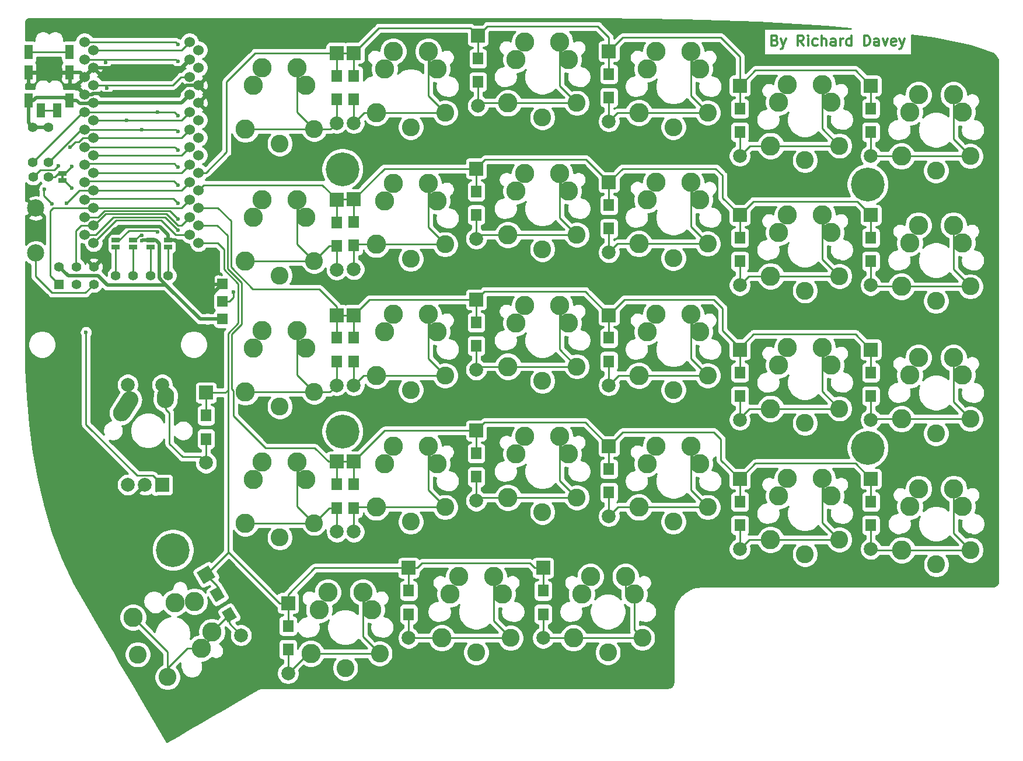
<source format=gbr>
G04 #@! TF.GenerationSoftware,KiCad,Pcbnew,5.1.6-c6e7f7d~87~ubuntu20.04.1*
G04 #@! TF.CreationDate,2020-10-22T20:53:10+01:00*
G04 #@! TF.ProjectId,Lily58,4c696c79-3538-42e6-9b69-6361645f7063,rev?*
G04 #@! TF.SameCoordinates,Original*
G04 #@! TF.FileFunction,Copper,L1,Top*
G04 #@! TF.FilePolarity,Positive*
%FSLAX46Y46*%
G04 Gerber Fmt 4.6, Leading zero omitted, Abs format (unit mm)*
G04 Created by KiCad (PCBNEW 5.1.6-c6e7f7d~87~ubuntu20.04.1) date 2020-10-22 20:53:10*
%MOMM*%
%LPD*%
G01*
G04 APERTURE LIST*
G04 #@! TA.AperFunction,NonConductor*
%ADD10C,0.300000*%
G04 #@! TD*
G04 #@! TA.AperFunction,ComponentPad*
%ADD11R,2.000000X2.000000*%
G04 #@! TD*
G04 #@! TA.AperFunction,ComponentPad*
%ADD12C,2.000000*%
G04 #@! TD*
G04 #@! TA.AperFunction,ComponentPad*
%ADD13R,1.200000X2.100000*%
G04 #@! TD*
G04 #@! TA.AperFunction,ComponentPad*
%ADD14R,1.500000X1.800000*%
G04 #@! TD*
G04 #@! TA.AperFunction,ComponentPad*
%ADD15C,1.998980*%
G04 #@! TD*
G04 #@! TA.AperFunction,ComponentPad*
%ADD16R,1.998980X1.998980*%
G04 #@! TD*
G04 #@! TA.AperFunction,ComponentPad*
%ADD17C,0.100000*%
G04 #@! TD*
G04 #@! TA.AperFunction,ComponentPad*
%ADD18C,4.900000*%
G04 #@! TD*
G04 #@! TA.AperFunction,ComponentPad*
%ADD19R,1.397000X1.397000*%
G04 #@! TD*
G04 #@! TA.AperFunction,ComponentPad*
%ADD20C,1.397000*%
G04 #@! TD*
G04 #@! TA.AperFunction,ComponentPad*
%ADD21C,2.500000*%
G04 #@! TD*
G04 #@! TA.AperFunction,ComponentPad*
%ADD22C,1.524000*%
G04 #@! TD*
G04 #@! TA.AperFunction,ComponentPad*
%ADD23C,2.600000*%
G04 #@! TD*
G04 #@! TA.AperFunction,ComponentPad*
%ADD24C,2.800000*%
G04 #@! TD*
G04 #@! TA.AperFunction,SMDPad,CuDef*
%ADD25R,1.524000X1.524000*%
G04 #@! TD*
G04 #@! TA.AperFunction,SMDPad,CuDef*
%ADD26R,0.381000X0.381000*%
G04 #@! TD*
G04 #@! TA.AperFunction,SMDPad,CuDef*
%ADD27R,1.143000X0.635000*%
G04 #@! TD*
G04 #@! TA.AperFunction,ViaPad*
%ADD28C,0.600000*%
G04 #@! TD*
G04 #@! TA.AperFunction,Conductor*
%ADD29C,0.250000*%
G04 #@! TD*
G04 #@! TA.AperFunction,Conductor*
%ADD30C,0.500000*%
G04 #@! TD*
G04 #@! TA.AperFunction,Conductor*
%ADD31C,0.254000*%
G04 #@! TD*
G04 APERTURE END LIST*
D10*
X192350571Y-40913857D02*
X192564857Y-40985285D01*
X192636285Y-41056714D01*
X192707714Y-41199571D01*
X192707714Y-41413857D01*
X192636285Y-41556714D01*
X192564857Y-41628142D01*
X192422000Y-41699571D01*
X191850571Y-41699571D01*
X191850571Y-40199571D01*
X192350571Y-40199571D01*
X192493428Y-40271000D01*
X192564857Y-40342428D01*
X192636285Y-40485285D01*
X192636285Y-40628142D01*
X192564857Y-40771000D01*
X192493428Y-40842428D01*
X192350571Y-40913857D01*
X191850571Y-40913857D01*
X193207714Y-40699571D02*
X193564857Y-41699571D01*
X193922000Y-40699571D02*
X193564857Y-41699571D01*
X193422000Y-42056714D01*
X193350571Y-42128142D01*
X193207714Y-42199571D01*
X196493428Y-41699571D02*
X195993428Y-40985285D01*
X195636285Y-41699571D02*
X195636285Y-40199571D01*
X196207714Y-40199571D01*
X196350571Y-40271000D01*
X196422000Y-40342428D01*
X196493428Y-40485285D01*
X196493428Y-40699571D01*
X196422000Y-40842428D01*
X196350571Y-40913857D01*
X196207714Y-40985285D01*
X195636285Y-40985285D01*
X197136285Y-41699571D02*
X197136285Y-40699571D01*
X197136285Y-40199571D02*
X197064857Y-40271000D01*
X197136285Y-40342428D01*
X197207714Y-40271000D01*
X197136285Y-40199571D01*
X197136285Y-40342428D01*
X198493428Y-41628142D02*
X198350571Y-41699571D01*
X198064857Y-41699571D01*
X197922000Y-41628142D01*
X197850571Y-41556714D01*
X197779142Y-41413857D01*
X197779142Y-40985285D01*
X197850571Y-40842428D01*
X197922000Y-40771000D01*
X198064857Y-40699571D01*
X198350571Y-40699571D01*
X198493428Y-40771000D01*
X199136285Y-41699571D02*
X199136285Y-40199571D01*
X199779142Y-41699571D02*
X199779142Y-40913857D01*
X199707714Y-40771000D01*
X199564857Y-40699571D01*
X199350571Y-40699571D01*
X199207714Y-40771000D01*
X199136285Y-40842428D01*
X201136285Y-41699571D02*
X201136285Y-40913857D01*
X201064857Y-40771000D01*
X200922000Y-40699571D01*
X200636285Y-40699571D01*
X200493428Y-40771000D01*
X201136285Y-41628142D02*
X200993428Y-41699571D01*
X200636285Y-41699571D01*
X200493428Y-41628142D01*
X200422000Y-41485285D01*
X200422000Y-41342428D01*
X200493428Y-41199571D01*
X200636285Y-41128142D01*
X200993428Y-41128142D01*
X201136285Y-41056714D01*
X201850571Y-41699571D02*
X201850571Y-40699571D01*
X201850571Y-40985285D02*
X201922000Y-40842428D01*
X201993428Y-40771000D01*
X202136285Y-40699571D01*
X202279142Y-40699571D01*
X203422000Y-41699571D02*
X203422000Y-40199571D01*
X203422000Y-41628142D02*
X203279142Y-41699571D01*
X202993428Y-41699571D01*
X202850571Y-41628142D01*
X202779142Y-41556714D01*
X202707714Y-41413857D01*
X202707714Y-40985285D01*
X202779142Y-40842428D01*
X202850571Y-40771000D01*
X202993428Y-40699571D01*
X203279142Y-40699571D01*
X203422000Y-40771000D01*
X205279142Y-41699571D02*
X205279142Y-40199571D01*
X205636285Y-40199571D01*
X205850571Y-40271000D01*
X205993428Y-40413857D01*
X206064857Y-40556714D01*
X206136285Y-40842428D01*
X206136285Y-41056714D01*
X206064857Y-41342428D01*
X205993428Y-41485285D01*
X205850571Y-41628142D01*
X205636285Y-41699571D01*
X205279142Y-41699571D01*
X207422000Y-41699571D02*
X207422000Y-40913857D01*
X207350571Y-40771000D01*
X207207714Y-40699571D01*
X206922000Y-40699571D01*
X206779142Y-40771000D01*
X207422000Y-41628142D02*
X207279142Y-41699571D01*
X206922000Y-41699571D01*
X206779142Y-41628142D01*
X206707714Y-41485285D01*
X206707714Y-41342428D01*
X206779142Y-41199571D01*
X206922000Y-41128142D01*
X207279142Y-41128142D01*
X207422000Y-41056714D01*
X207993428Y-40699571D02*
X208350571Y-41699571D01*
X208707714Y-40699571D01*
X209850571Y-41628142D02*
X209707714Y-41699571D01*
X209422000Y-41699571D01*
X209279142Y-41628142D01*
X209207714Y-41485285D01*
X209207714Y-40913857D01*
X209279142Y-40771000D01*
X209422000Y-40699571D01*
X209707714Y-40699571D01*
X209850571Y-40771000D01*
X209922000Y-40913857D01*
X209922000Y-41056714D01*
X209207714Y-41199571D01*
X210422000Y-40699571D02*
X210779142Y-41699571D01*
X211136285Y-40699571D02*
X210779142Y-41699571D01*
X210636285Y-42056714D01*
X210564857Y-42128142D01*
X210422000Y-42199571D01*
D11*
X103441500Y-105346500D03*
D12*
X100941500Y-105346500D03*
X98441500Y-105346500D03*
X103441500Y-90846500D03*
X98441500Y-90846500D03*
G04 #@! TA.AperFunction,ComponentPad*
G36*
G01*
X102653170Y-92914309D02*
X102692619Y-92335653D01*
G75*
G02*
X104024743Y-91173567I1247105J-85019D01*
G01*
X104024743Y-91173567D01*
G75*
G02*
X105186829Y-92505691I-85019J-1247105D01*
G01*
X105147381Y-93084347D01*
G75*
G02*
X103815257Y-94246433I-1247105J85019D01*
G01*
X103815257Y-94246433D01*
G75*
G02*
X102653171Y-92914309I85019J1247105D01*
G01*
G37*
G04 #@! TD.AperFunction*
G04 #@! TA.AperFunction,ComponentPad*
G36*
G01*
X96486299Y-94257191D02*
X97695223Y-92359560D01*
G75*
G02*
X99421087Y-91976946I1054239J-671625D01*
G01*
X99421087Y-91976946D01*
G75*
G02*
X99803701Y-93702810I-671625J-1054239D01*
G01*
X98594777Y-95600440D01*
G75*
G02*
X96868913Y-95983054I-1054239J671625D01*
G01*
X96868913Y-95983054D01*
G75*
G02*
X96486299Y-94257190I671625J1054239D01*
G01*
G37*
G04 #@! TD.AperFunction*
D13*
X84050000Y-49600000D03*
X88250000Y-51100000D03*
X84050000Y-42600000D03*
X84050000Y-45600000D03*
X90000000Y-42600000D03*
X90000000Y-45600000D03*
X90000000Y-49600000D03*
X85800000Y-51100000D03*
D14*
X128750000Y-49450000D03*
X128750000Y-46050000D03*
D15*
X128752540Y-52910000D03*
D16*
X128752540Y-42750000D03*
G04 #@! TA.AperFunction,ComponentPad*
D17*
G36*
X112050481Y-123767820D02*
G01*
X113349519Y-123017820D01*
X114249519Y-124576666D01*
X112950481Y-125326666D01*
X112050481Y-123767820D01*
G37*
G04 #@! TD.AperFunction*
G04 #@! TA.AperFunction,ComponentPad*
G36*
X110350481Y-120823334D02*
G01*
X111649519Y-120073334D01*
X112549519Y-121632180D01*
X111250481Y-122382180D01*
X110350481Y-120823334D01*
G37*
G04 #@! TD.AperFunction*
D15*
X114882200Y-127167421D03*
G04 #@! TA.AperFunction,ComponentPad*
D17*
G36*
X111167529Y-118734442D02*
G01*
X109436361Y-119733932D01*
X108436871Y-118002764D01*
X110168039Y-117003274D01*
X111167529Y-118734442D01*
G37*
G04 #@! TD.AperFunction*
D14*
X131250000Y-108700000D03*
X131250000Y-105300000D03*
D15*
X131252540Y-112160000D03*
D16*
X131252540Y-102000000D03*
D14*
X128750000Y-70700000D03*
X128750000Y-67300000D03*
D15*
X128752540Y-74160000D03*
D16*
X128752540Y-64000000D03*
D14*
X131250000Y-49450000D03*
X131250000Y-46050000D03*
D15*
X131252540Y-52910000D03*
D16*
X131252540Y-42750000D03*
D14*
X149250000Y-46950000D03*
X149250000Y-43550000D03*
D15*
X149252540Y-50410000D03*
D16*
X149252540Y-40250000D03*
D14*
X168250000Y-49200000D03*
X168250000Y-45800000D03*
D15*
X168252540Y-52660000D03*
D16*
X168252540Y-42500000D03*
D14*
X187250000Y-54200000D03*
X187250000Y-50800000D03*
D15*
X187252540Y-57660000D03*
D16*
X187252540Y-47500000D03*
D14*
X206250000Y-54200000D03*
X206250000Y-50800000D03*
D15*
X206252540Y-57660000D03*
D16*
X206252540Y-47500000D03*
D14*
X131252540Y-70652540D03*
X131252540Y-67252540D03*
D15*
X131255080Y-74112540D03*
D16*
X131255080Y-63952540D03*
D14*
X149000000Y-66200000D03*
X149000000Y-62800000D03*
D15*
X149002540Y-69660000D03*
D16*
X149002540Y-59500000D03*
D14*
X168250000Y-68200000D03*
X168250000Y-64800000D03*
D15*
X168252540Y-71660000D03*
D16*
X168252540Y-61500000D03*
D14*
X187250000Y-72950000D03*
X187250000Y-69550000D03*
D15*
X187252540Y-76410000D03*
D16*
X187252540Y-66250000D03*
D14*
X206250000Y-72950000D03*
X206250000Y-69550000D03*
D15*
X206252540Y-76410000D03*
D16*
X206252540Y-66250000D03*
D14*
X128750000Y-87450000D03*
X128750000Y-84050000D03*
D15*
X128752540Y-90910000D03*
D16*
X128752540Y-80750000D03*
D14*
X131250000Y-87450000D03*
X131250000Y-84050000D03*
D15*
X131252540Y-90910000D03*
D16*
X131252540Y-80750000D03*
D14*
X149000000Y-85200000D03*
X149000000Y-81800000D03*
D15*
X149002540Y-88660000D03*
D16*
X149002540Y-78500000D03*
D14*
X168250000Y-87450000D03*
X168250000Y-84050000D03*
D15*
X168252540Y-90910000D03*
D16*
X168252540Y-80750000D03*
D14*
X187250000Y-92450000D03*
X187250000Y-89050000D03*
D15*
X187252540Y-95910000D03*
D16*
X187252540Y-85750000D03*
D14*
X206250000Y-92450000D03*
X206250000Y-89050000D03*
D15*
X206252540Y-95910000D03*
D16*
X206252540Y-85750000D03*
D14*
X128800000Y-108700000D03*
X128800000Y-105300000D03*
D15*
X128802540Y-112160000D03*
D16*
X128802540Y-102000000D03*
D14*
X149000000Y-104200000D03*
X149000000Y-100800000D03*
D15*
X149002540Y-107660000D03*
D16*
X149002540Y-97500000D03*
D14*
X168250000Y-106450000D03*
X168250000Y-103050000D03*
D15*
X168252540Y-109910000D03*
D16*
X168252540Y-99750000D03*
D14*
X187250000Y-111200000D03*
X187250000Y-107800000D03*
D15*
X187252540Y-114660000D03*
D16*
X187252540Y-104500000D03*
D14*
X206250000Y-111200000D03*
X206250000Y-107800000D03*
D15*
X206252540Y-114660000D03*
D16*
X206252540Y-104500000D03*
D14*
X109800000Y-98700000D03*
X109800000Y-95300000D03*
D15*
X109802540Y-102160000D03*
D16*
X109802540Y-92000000D03*
D14*
X121700000Y-129200000D03*
X121700000Y-125800000D03*
D15*
X121702540Y-132660000D03*
D16*
X121702540Y-122500000D03*
D14*
X139200000Y-124100000D03*
X139200000Y-120700000D03*
D15*
X139202540Y-127560000D03*
D16*
X139202540Y-117400000D03*
D14*
X158700000Y-124100000D03*
X158700000Y-120700000D03*
D15*
X158702540Y-127560000D03*
D16*
X158702540Y-117400000D03*
D18*
X129600000Y-59600000D03*
X205800000Y-61800000D03*
X129600000Y-97600000D03*
X205800000Y-100000000D03*
X105000000Y-114800000D03*
D19*
X88483973Y-76263759D03*
D20*
X88483973Y-73723759D03*
X91023973Y-76263759D03*
X91023973Y-73723759D03*
X93563973Y-76263759D03*
X93563973Y-73723759D03*
D21*
X85100000Y-71750000D03*
X85100000Y-65250000D03*
D20*
X84688035Y-53499272D03*
X84688035Y-58579272D03*
X86938035Y-53499272D03*
X86938035Y-58579272D03*
X86900000Y-60700000D03*
X84700000Y-60700000D03*
D22*
X93478815Y-47405745D03*
X108718815Y-65185745D03*
X93478815Y-57565745D03*
X108718815Y-55025745D03*
X108718815Y-49945745D03*
X93478815Y-67725745D03*
X108718815Y-47405745D03*
X108718815Y-42325745D03*
X93478815Y-62645745D03*
X108718815Y-70265745D03*
X93478815Y-55025745D03*
X93478815Y-44865745D03*
X93478815Y-49945745D03*
X93478815Y-52485745D03*
X93478815Y-65185745D03*
X93478815Y-60105745D03*
X108718815Y-62645745D03*
X108718815Y-60105745D03*
X93478815Y-70265745D03*
X108718815Y-67725745D03*
X108718815Y-44865745D03*
X93478815Y-42325745D03*
X108718815Y-57565745D03*
X108718815Y-52485745D03*
X92180000Y-41130000D03*
X92180000Y-43670000D03*
X92180000Y-46210000D03*
X92180000Y-48750000D03*
X92180000Y-51290000D03*
X92180000Y-53830000D03*
X92180000Y-56370000D03*
X92180000Y-58910000D03*
X92180000Y-61450000D03*
X92180000Y-63990000D03*
X92180000Y-66530000D03*
X92180000Y-69070000D03*
X107420000Y-69070000D03*
X107420000Y-66530000D03*
X107420000Y-63990000D03*
X107420000Y-61450000D03*
X107420000Y-58910000D03*
X107420000Y-56370000D03*
X107420000Y-53830000D03*
X107420000Y-51290000D03*
X107420000Y-48750000D03*
X107420000Y-46210000D03*
X107420000Y-43670000D03*
X107420000Y-41130000D03*
D23*
X104209103Y-133230127D03*
X99890450Y-129950000D03*
D24*
X99209103Y-124569873D03*
X110669409Y-126659705D03*
X108129409Y-122260295D03*
X109104705Y-129029557D03*
X105294705Y-122430443D03*
D25*
X112200000Y-81300000D03*
X112200000Y-78760000D03*
X112200000Y-76220000D03*
D23*
X125500000Y-91900000D03*
X120500000Y-94000000D03*
D24*
X115500000Y-91900000D03*
X123040000Y-83020000D03*
X117960000Y-83020000D03*
X124310000Y-85560000D03*
X116690000Y-85560000D03*
D23*
X220700000Y-95800000D03*
X215700000Y-97900000D03*
D24*
X210700000Y-95800000D03*
X218240000Y-86920000D03*
X213160000Y-86920000D03*
X219510000Y-89460000D03*
X211890000Y-89460000D03*
D23*
X220750000Y-114800000D03*
X215750000Y-116900000D03*
D24*
X210750000Y-114800000D03*
X218290000Y-105920000D03*
X213210000Y-105920000D03*
X219560000Y-108460000D03*
X211940000Y-108460000D03*
D23*
X154000000Y-127550000D03*
X149000000Y-129650000D03*
D24*
X144000000Y-127550000D03*
X151540000Y-118670000D03*
X146460000Y-118670000D03*
X152810000Y-121210000D03*
X145190000Y-121210000D03*
D23*
X125500000Y-53800000D03*
X120500000Y-55900000D03*
D24*
X115500000Y-53800000D03*
X123040000Y-44920000D03*
X117960000Y-44920000D03*
X124310000Y-47460000D03*
X116690000Y-47460000D03*
D23*
X144500000Y-51400000D03*
X139500000Y-53500000D03*
D24*
X134500000Y-51400000D03*
X142040000Y-42520000D03*
X136960000Y-42520000D03*
X143310000Y-45060000D03*
X135690000Y-45060000D03*
D23*
X163600000Y-50010000D03*
X158600000Y-52110000D03*
D24*
X153600000Y-50010000D03*
X161140000Y-41130000D03*
X156060000Y-41130000D03*
X162410000Y-43670000D03*
X154790000Y-43670000D03*
D23*
X182600000Y-51400000D03*
X177600000Y-53500000D03*
D24*
X172600000Y-51400000D03*
X180140000Y-42520000D03*
X175060000Y-42520000D03*
X181410000Y-45060000D03*
X173790000Y-45060000D03*
D23*
X201700000Y-56200000D03*
X196700000Y-58300000D03*
D24*
X191700000Y-56200000D03*
X199240000Y-47320000D03*
X194160000Y-47320000D03*
X200510000Y-49860000D03*
X192890000Y-49860000D03*
D23*
X220700000Y-57700000D03*
X215700000Y-59800000D03*
D24*
X210700000Y-57700000D03*
X218240000Y-48820000D03*
X213160000Y-48820000D03*
X219510000Y-51360000D03*
X211890000Y-51360000D03*
D23*
X125500000Y-72900000D03*
X120500000Y-75000000D03*
D24*
X115500000Y-72900000D03*
X123040000Y-64020000D03*
X117960000Y-64020000D03*
X124310000Y-66560000D03*
X116690000Y-66560000D03*
D23*
X144500000Y-70500000D03*
X139500000Y-72600000D03*
D24*
X134500000Y-70500000D03*
X142040000Y-61620000D03*
X136960000Y-61620000D03*
X143310000Y-64160000D03*
X135690000Y-64160000D03*
D23*
X163600000Y-69100000D03*
X158600000Y-71200000D03*
D24*
X153600000Y-69100000D03*
X161140000Y-60220000D03*
X156060000Y-60220000D03*
X162410000Y-62760000D03*
X154790000Y-62760000D03*
D23*
X182600000Y-70400000D03*
X177600000Y-72500000D03*
D24*
X172600000Y-70400000D03*
X180140000Y-61520000D03*
X175060000Y-61520000D03*
X181410000Y-64060000D03*
X173790000Y-64060000D03*
D23*
X201700000Y-75100000D03*
X196700000Y-77200000D03*
D24*
X191700000Y-75100000D03*
X199240000Y-66220000D03*
X194160000Y-66220000D03*
X200510000Y-68760000D03*
X192890000Y-68760000D03*
D23*
X220700000Y-76600000D03*
X215700000Y-78700000D03*
D24*
X210700000Y-76600000D03*
X218240000Y-67720000D03*
X213160000Y-67720000D03*
X219510000Y-70260000D03*
X211890000Y-70260000D03*
D23*
X144500000Y-89500000D03*
X139500000Y-91600000D03*
D24*
X134500000Y-89500000D03*
X142040000Y-80620000D03*
X136960000Y-80620000D03*
X143310000Y-83160000D03*
X135690000Y-83160000D03*
D23*
X163600000Y-88200000D03*
X158600000Y-90300000D03*
D24*
X153600000Y-88200000D03*
X161140000Y-79320000D03*
X156060000Y-79320000D03*
X162410000Y-81860000D03*
X154790000Y-81860000D03*
D23*
X182600000Y-89500000D03*
X177600000Y-91600000D03*
D24*
X172600000Y-89500000D03*
X180140000Y-80620000D03*
X175060000Y-80620000D03*
X181410000Y-83160000D03*
X173790000Y-83160000D03*
D23*
X201700000Y-94300000D03*
X196700000Y-96400000D03*
D24*
X191700000Y-94300000D03*
X199240000Y-85420000D03*
X194160000Y-85420000D03*
X200510000Y-87960000D03*
X192890000Y-87960000D03*
D23*
X125500000Y-110900000D03*
X120500000Y-113000000D03*
D24*
X115500000Y-110900000D03*
X123040000Y-102020000D03*
X117960000Y-102020000D03*
X124310000Y-104560000D03*
X116690000Y-104560000D03*
D23*
X144500000Y-108600000D03*
X139500000Y-110700000D03*
D24*
X134500000Y-108600000D03*
X142040000Y-99720000D03*
X136960000Y-99720000D03*
X143310000Y-102260000D03*
X135690000Y-102260000D03*
D23*
X163600000Y-107200000D03*
X158600000Y-109300000D03*
D24*
X153600000Y-107200000D03*
X161140000Y-98320000D03*
X156060000Y-98320000D03*
X162410000Y-100860000D03*
X154790000Y-100860000D03*
D23*
X182600000Y-108600000D03*
X177600000Y-110700000D03*
D24*
X172600000Y-108600000D03*
X180140000Y-99720000D03*
X175060000Y-99720000D03*
X181410000Y-102260000D03*
X173790000Y-102260000D03*
D23*
X201700000Y-113300000D03*
X196700000Y-115400000D03*
D24*
X191700000Y-113300000D03*
X199240000Y-104420000D03*
X194160000Y-104420000D03*
X200510000Y-106960000D03*
X192890000Y-106960000D03*
D23*
X135000000Y-129800000D03*
X130000000Y-131900000D03*
D24*
X125000000Y-129800000D03*
X132540000Y-120920000D03*
X127460000Y-120920000D03*
X133810000Y-123460000D03*
X126190000Y-123460000D03*
D23*
X173100000Y-127550000D03*
X168100000Y-129650000D03*
D24*
X163100000Y-127550000D03*
X170640000Y-118670000D03*
X165560000Y-118670000D03*
X171910000Y-121210000D03*
X164290000Y-121210000D03*
D26*
X89000000Y-60700000D03*
D27*
X89000000Y-60199620D03*
X89000000Y-61200380D03*
X104300000Y-69899620D03*
X104300000Y-70900380D03*
X101800000Y-70900380D03*
X101800000Y-69899620D03*
X99200000Y-69899620D03*
X99200000Y-70900380D03*
X96700000Y-70900380D03*
X96700000Y-69899620D03*
D20*
X96700000Y-75000000D03*
X99240000Y-75000000D03*
X101780000Y-75000000D03*
X104320000Y-75000000D03*
D28*
X105700000Y-68400000D03*
X105700000Y-59300000D03*
X105700000Y-61899996D03*
X105700000Y-64500000D03*
X105700000Y-66800000D03*
X110000000Y-81300000D03*
X100500000Y-69950023D03*
X99200000Y-49945745D03*
X120777000Y-40640000D03*
X129984500Y-56197500D03*
X110800000Y-77600000D03*
X97500000Y-68300000D03*
X97500000Y-48617746D03*
X97500000Y-44865745D03*
X130111500Y-94043500D03*
X130048000Y-77406500D03*
X168084500Y-75628500D03*
X149225000Y-74866500D03*
X89600006Y-64500000D03*
X105700000Y-51800000D03*
X102800000Y-68700000D03*
X102800000Y-51290000D03*
X113800000Y-77399998D03*
X105699988Y-41500000D03*
X105700000Y-54100000D03*
X100500000Y-69150010D03*
X100500000Y-53830000D03*
X95425000Y-47867746D03*
X105700000Y-56799996D03*
X105700000Y-44000000D03*
X95200000Y-44100000D03*
X90300000Y-62300000D03*
X88400008Y-59100000D03*
X90300000Y-59200000D03*
X98326755Y-52485745D03*
X92392500Y-83248500D03*
X87452688Y-64581989D03*
X86360000Y-62484000D03*
X90043000Y-56388000D03*
D29*
X125500000Y-53800000D02*
X127862540Y-53800000D01*
X127862540Y-53800000D02*
X128752540Y-52910000D01*
X128752540Y-52910000D02*
X128752540Y-49452540D01*
X128752540Y-49452540D02*
X128750000Y-49450000D01*
X115500000Y-53800000D02*
X125500000Y-53800000D01*
X123040000Y-44920000D02*
X123040000Y-51340000D01*
X123040000Y-51340000D02*
X125500000Y-53800000D01*
X125560000Y-53860000D02*
X125500000Y-53800000D01*
X123040000Y-44920000D02*
X123040000Y-46190000D01*
X123040000Y-46190000D02*
X124310000Y-47460000D01*
X121750000Y-122502540D02*
X121750000Y-125800000D01*
X139200000Y-117402540D02*
X139202540Y-117400000D01*
X139200000Y-120700000D02*
X139200000Y-117402540D01*
X158700000Y-117402540D02*
X158702540Y-117400000D01*
X158700000Y-120700000D02*
X158700000Y-117402540D01*
X157453050Y-117400000D02*
X156753050Y-116700000D01*
X158702540Y-117400000D02*
X157453050Y-117400000D01*
X140452030Y-117400000D02*
X139202540Y-117400000D01*
X141152030Y-116700000D02*
X140452030Y-117400000D01*
X156753050Y-116700000D02*
X141152030Y-116700000D01*
X109800000Y-92002540D02*
X109802540Y-92000000D01*
X109800000Y-95300000D02*
X109800000Y-92002540D01*
X111450000Y-120016403D02*
X109802200Y-118368603D01*
X111450000Y-121227757D02*
X111450000Y-120016403D01*
X112600000Y-92000000D02*
X113000000Y-91600000D01*
X109802540Y-92000000D02*
X112600000Y-92000000D01*
X113000000Y-115046950D02*
X113000000Y-91600000D01*
X120453050Y-122500000D02*
X113000000Y-115046950D01*
X121702540Y-122500000D02*
X120453050Y-122500000D01*
X121702540Y-121250510D02*
X121702540Y-122500000D01*
X125553050Y-117400000D02*
X121702540Y-121250510D01*
X139202540Y-117400000D02*
X125553050Y-117400000D01*
X113000000Y-115170803D02*
X113000000Y-115046950D01*
X109802200Y-118368603D02*
X113000000Y-115170803D01*
X112400000Y-71200000D02*
X111465745Y-70265745D01*
X114500000Y-76236410D02*
X112400000Y-74136410D01*
X111465745Y-70265745D02*
X108718815Y-70265745D01*
X112400000Y-74136410D02*
X112400000Y-71200000D01*
X114500000Y-81900000D02*
X114500000Y-76236410D01*
X113000000Y-83400000D02*
X114500000Y-81900000D01*
X113000000Y-91600000D02*
X113000000Y-83400000D01*
X103835775Y-66535775D02*
X105700000Y-68400000D01*
X96364225Y-66535775D02*
X103835775Y-66535775D01*
X93830000Y-69070000D02*
X96364225Y-66535775D01*
X92180000Y-69070000D02*
X93830000Y-69070000D01*
X134500000Y-51400000D02*
X132762540Y-51400000D01*
X132762540Y-51400000D02*
X131252540Y-52910000D01*
X131252540Y-52910000D02*
X131252540Y-49452540D01*
X131252540Y-49452540D02*
X131250000Y-49450000D01*
X134500000Y-51400000D02*
X144500000Y-51400000D01*
X142040000Y-42520000D02*
X142040000Y-48940000D01*
X142040000Y-48940000D02*
X144500000Y-51400000D01*
X142040000Y-42520000D02*
X142040000Y-43790000D01*
X142040000Y-43790000D02*
X143310000Y-45060000D01*
X153600000Y-50000000D02*
X149662540Y-50000000D01*
X149662540Y-50000000D02*
X149252540Y-50410000D01*
X163600000Y-50000000D02*
X153600000Y-50000000D01*
X161140000Y-41120000D02*
X161140000Y-42390000D01*
X161140000Y-42390000D02*
X162410000Y-43660000D01*
X161140000Y-41120000D02*
X161140000Y-47540000D01*
X161140000Y-47540000D02*
X163600000Y-50000000D01*
X149250000Y-46950000D02*
X149250000Y-50407460D01*
X149250000Y-50407460D02*
X149252540Y-50410000D01*
X149250000Y-43550000D02*
X149250000Y-40252540D01*
X149250000Y-40252540D02*
X149252540Y-40250000D01*
X168250000Y-45800000D02*
X168250000Y-42502540D01*
X168250000Y-42502540D02*
X168252540Y-42500000D01*
X187252540Y-47500000D02*
X187252540Y-43252540D01*
X170252540Y-40500000D02*
X168252540Y-42500000D01*
X184500000Y-40500000D02*
X170252540Y-40500000D01*
X187252540Y-43252540D02*
X184500000Y-40500000D01*
X206252540Y-47500000D02*
X206250000Y-47500000D01*
X206250000Y-47500000D02*
X204000000Y-45250000D01*
X204000000Y-45250000D02*
X189502540Y-45250000D01*
X189502540Y-45250000D02*
X187252540Y-47500000D01*
X187250000Y-50800000D02*
X187250000Y-47502540D01*
X187250000Y-47502540D02*
X187252540Y-47500000D01*
X206250000Y-50800000D02*
X206250000Y-47502540D01*
X131252540Y-42750000D02*
X128752540Y-42750000D01*
X131250000Y-46050000D02*
X131250000Y-42752540D01*
X131250000Y-42752540D02*
X131252540Y-42750000D01*
X128750000Y-46050000D02*
X128750000Y-42752540D01*
X128750000Y-42752540D02*
X128752540Y-42750000D01*
X206247460Y-50797460D02*
X206250000Y-50800000D01*
X150640540Y-38862000D02*
X149252540Y-40250000D01*
X166624000Y-38862000D02*
X150640540Y-38862000D01*
X168252540Y-40490540D02*
X166624000Y-38862000D01*
X168252540Y-42500000D02*
X168252540Y-40490540D01*
X148118540Y-39116000D02*
X134886540Y-39116000D01*
X134886540Y-39116000D02*
X131252540Y-42750000D01*
X149252540Y-40250000D02*
X148118540Y-39116000D01*
X116950000Y-42750000D02*
X128752540Y-42750000D01*
X112800000Y-46900000D02*
X116950000Y-42750000D01*
X112800000Y-57102190D02*
X112800000Y-46900000D01*
X109796445Y-60105745D02*
X112800000Y-57102190D01*
X108718815Y-60105745D02*
X109796445Y-60105745D01*
X92230000Y-58810000D02*
X105210000Y-58810000D01*
X105400001Y-59000001D02*
X105700000Y-59300000D01*
X105210000Y-58810000D02*
X105400001Y-59000001D01*
X182600000Y-51400000D02*
X172600000Y-51400000D01*
X182600000Y-51400000D02*
X180140000Y-48940000D01*
X180140000Y-48940000D02*
X180140000Y-42520000D01*
X172600000Y-51400000D02*
X169512540Y-51400000D01*
X169512540Y-51400000D02*
X168252540Y-52660000D01*
X168252540Y-52660000D02*
X168252540Y-49202540D01*
X168252540Y-49202540D02*
X168250000Y-49200000D01*
X180140000Y-42520000D02*
X180140000Y-43790000D01*
X180140000Y-43790000D02*
X181410000Y-45060000D01*
X168250000Y-64800000D02*
X168250000Y-61502540D01*
X168250000Y-61502540D02*
X168252540Y-61500000D01*
X187252540Y-66250000D02*
X187250000Y-66250000D01*
X187250000Y-66250000D02*
X184750000Y-63750000D01*
X170252540Y-59500000D02*
X168252540Y-61500000D01*
X183750000Y-59500000D02*
X170252540Y-59500000D01*
X184750000Y-60500000D02*
X183750000Y-59500000D01*
X184750000Y-63750000D02*
X184750000Y-60500000D01*
X187250000Y-69550000D02*
X187250000Y-66252540D01*
X187250000Y-66252540D02*
X187252540Y-66250000D01*
X206252540Y-66250000D02*
X206250000Y-66250000D01*
X206250000Y-66250000D02*
X204250000Y-64250000D01*
X189252540Y-64250000D02*
X187252540Y-66250000D01*
X204250000Y-64250000D02*
X189252540Y-64250000D01*
X206250000Y-69550000D02*
X206250000Y-66252540D01*
X206250000Y-66252540D02*
X206252540Y-66250000D01*
X206247460Y-69547460D02*
X206250000Y-69550000D01*
X128800000Y-63952540D02*
X128752540Y-64000000D01*
X131255080Y-63952540D02*
X128800000Y-63952540D01*
X131255080Y-63944920D02*
X131255080Y-63952540D01*
X135700000Y-59500000D02*
X131255080Y-63944920D01*
X128750000Y-64002540D02*
X128752540Y-64000000D01*
X128750000Y-67300000D02*
X128750000Y-64002540D01*
X131252540Y-63955080D02*
X131255080Y-63952540D01*
X131252540Y-67252540D02*
X131252540Y-63955080D01*
X128752540Y-63952540D02*
X128752540Y-64000000D01*
X126683746Y-61883746D02*
X128752540Y-63952540D01*
X109480814Y-61883746D02*
X126683746Y-61883746D01*
X108718815Y-62645745D02*
X109480814Y-61883746D01*
X149002540Y-59497460D02*
X149002540Y-59500000D01*
X150300000Y-58200000D02*
X149002540Y-59497460D01*
X168250000Y-61500000D02*
X164950000Y-58200000D01*
X164950000Y-58200000D02*
X150300000Y-58200000D01*
X168252540Y-61500000D02*
X168250000Y-61500000D01*
X149000000Y-59502540D02*
X149002540Y-59500000D01*
X149000000Y-62800000D02*
X149000000Y-59502540D01*
X149002540Y-59500000D02*
X135700000Y-59500000D01*
X105400001Y-61599997D02*
X105700000Y-61899996D01*
X92230000Y-61350000D02*
X105150004Y-61350000D01*
X105150004Y-61350000D02*
X105400001Y-61599997D01*
X199240000Y-47320000D02*
X199240000Y-53740000D01*
X199240000Y-53740000D02*
X201700000Y-56200000D01*
X201700000Y-56200000D02*
X191700000Y-56200000D01*
X191700000Y-56200000D02*
X188712540Y-56200000D01*
X188712540Y-56200000D02*
X187252540Y-57660000D01*
X187252540Y-57660000D02*
X187252540Y-54202540D01*
X187252540Y-54202540D02*
X187250000Y-54200000D01*
X199240000Y-47320000D02*
X199240000Y-48590000D01*
X199240000Y-48590000D02*
X200510000Y-49860000D01*
X131252540Y-80750000D02*
X128752540Y-80750000D01*
X128750000Y-84050000D02*
X128750000Y-80752540D01*
X128750000Y-80752540D02*
X128752540Y-80750000D01*
X131250000Y-84050000D02*
X131250000Y-80752540D01*
X131250000Y-80752540D02*
X131252540Y-80750000D01*
X149002540Y-78500000D02*
X133502540Y-78500000D01*
X133502540Y-78500000D02*
X131252540Y-80750000D01*
X187252540Y-85500000D02*
X187250000Y-85500000D01*
X187250000Y-85500000D02*
X184750000Y-83000000D01*
X170502540Y-78500000D02*
X168252540Y-80750000D01*
X183500000Y-78500000D02*
X170502540Y-78500000D01*
X184750000Y-79750000D02*
X183500000Y-78500000D01*
X184750000Y-83000000D02*
X184750000Y-79750000D01*
X206252540Y-85750000D02*
X206250000Y-85750000D01*
X206250000Y-85750000D02*
X204000000Y-83500000D01*
X189252540Y-83500000D02*
X187252540Y-85500000D01*
X204000000Y-83500000D02*
X189252540Y-83500000D01*
X149000000Y-81800000D02*
X149000000Y-78502540D01*
X149000000Y-78502540D02*
X149002540Y-78500000D01*
X168250000Y-84050000D02*
X168250000Y-80752540D01*
X168250000Y-80752540D02*
X168252540Y-80750000D01*
X206250000Y-89050000D02*
X206250000Y-85752540D01*
X206250000Y-85752540D02*
X206252540Y-85750000D01*
X187250000Y-88800000D02*
X187250000Y-85502540D01*
X187250000Y-85502540D02*
X187252540Y-85500000D01*
X150202540Y-77300000D02*
X149002540Y-78500000D01*
X168250000Y-80750000D02*
X164800000Y-77300000D01*
X164800000Y-77300000D02*
X150202540Y-77300000D01*
X168252540Y-80750000D02*
X168250000Y-80750000D01*
X128752540Y-80750000D02*
X128730540Y-80772000D01*
X128752540Y-79500510D02*
X126252030Y-77000000D01*
X128752540Y-80750000D02*
X128752540Y-79500510D01*
X126252030Y-77000000D02*
X116600000Y-77000000D01*
X116600000Y-77000000D02*
X113400000Y-73800000D01*
X113400000Y-73800000D02*
X113400000Y-67100000D01*
X111485745Y-65185745D02*
X108718815Y-65185745D01*
X113400000Y-67100000D02*
X111485745Y-65185745D01*
X105090000Y-63890000D02*
X105400001Y-64200001D01*
X92230000Y-63890000D02*
X105090000Y-63890000D01*
X105400001Y-64200001D02*
X105700000Y-64500000D01*
X206250000Y-54200000D02*
X206250000Y-57657460D01*
X206250000Y-57657460D02*
X206252540Y-57660000D01*
X218240000Y-55240000D02*
X220700000Y-57700000D01*
X218240000Y-48820000D02*
X218240000Y-55240000D01*
X218800102Y-51360000D02*
X219510000Y-51360000D01*
X218240000Y-50799898D02*
X218800102Y-51360000D01*
X218240000Y-48820000D02*
X218240000Y-50799898D01*
X220700000Y-57700000D02*
X210700000Y-57700000D01*
X206292540Y-57700000D02*
X206252540Y-57660000D01*
X210700000Y-57700000D02*
X206292540Y-57700000D01*
X206252540Y-104500000D02*
X206250000Y-104500000D01*
X206250000Y-104500000D02*
X204000000Y-102250000D01*
X189502540Y-102250000D02*
X187252540Y-104500000D01*
X204000000Y-102250000D02*
X189502540Y-102250000D01*
X187252540Y-104500000D02*
X187250000Y-104500000D01*
X187250000Y-104500000D02*
X184500000Y-101750000D01*
X170252540Y-97750000D02*
X168252540Y-99750000D01*
X183500000Y-97750000D02*
X170252540Y-97750000D01*
X184500000Y-98750000D02*
X183500000Y-97750000D01*
X184500000Y-101750000D02*
X184500000Y-98750000D01*
X149000000Y-100800000D02*
X149000000Y-97502540D01*
X149000000Y-97502540D02*
X149002540Y-97500000D01*
X168250000Y-103050000D02*
X168250000Y-99752540D01*
X168250000Y-99752540D02*
X168252540Y-99750000D01*
X187250000Y-107800000D02*
X187250000Y-104502540D01*
X187250000Y-104502540D02*
X187252540Y-104500000D01*
X206250000Y-107800000D02*
X206250000Y-104502540D01*
X206250000Y-104502540D02*
X206252540Y-104500000D01*
X150202540Y-96300000D02*
X149002540Y-97500000D01*
X164800000Y-96300000D02*
X150202540Y-96300000D01*
X168250000Y-99750000D02*
X164800000Y-96300000D01*
X168252540Y-99750000D02*
X168250000Y-99750000D01*
X131252540Y-101947460D02*
X131252540Y-102000000D01*
X135700000Y-97500000D02*
X131252540Y-101947460D01*
X149002540Y-97500000D02*
X135700000Y-97500000D01*
X128800000Y-102002540D02*
X128802540Y-102000000D01*
X128800000Y-105300000D02*
X128800000Y-102002540D01*
X131250000Y-102002540D02*
X131252540Y-102000000D01*
X131250000Y-105300000D02*
X131250000Y-102002540D01*
X131252540Y-102000000D02*
X128802540Y-102000000D01*
X112900000Y-69200000D02*
X111425745Y-67725745D01*
X114950011Y-76050010D02*
X112900000Y-74000000D01*
X112900000Y-74000000D02*
X112900000Y-69200000D01*
X113500000Y-83536410D02*
X114950011Y-82086400D01*
X113750011Y-91713600D02*
X113500000Y-91463589D01*
X114950011Y-82086400D02*
X114950011Y-76050010D01*
X113500000Y-91463589D02*
X113500000Y-83536410D01*
X113750011Y-95350011D02*
X113750011Y-91713600D01*
X125553050Y-100000000D02*
X118400000Y-100000000D01*
X128802540Y-102000000D02*
X127553050Y-102000000D01*
X118400000Y-100000000D02*
X113750011Y-95350011D01*
X127553050Y-102000000D02*
X125553050Y-100000000D01*
X111425745Y-67725745D02*
X108718815Y-67725745D01*
X93257630Y-66530000D02*
X92180000Y-66530000D01*
X105700000Y-66800000D02*
X104535755Y-65635755D01*
X104535755Y-65635755D02*
X95027835Y-65635754D01*
X95027835Y-65635754D02*
X94133589Y-66530000D01*
X94133589Y-66530000D02*
X93257630Y-66530000D01*
X125500000Y-72900000D02*
X115500000Y-72900000D01*
X123040000Y-64020000D02*
X123040000Y-70440000D01*
X123040000Y-70440000D02*
X125500000Y-72900000D01*
X123040000Y-64020000D02*
X123040000Y-65290000D01*
X123040000Y-65290000D02*
X124310000Y-66560000D01*
X128750000Y-74157460D02*
X128752540Y-74160000D01*
X128750000Y-70700000D02*
X128750000Y-74157460D01*
X127700000Y-70700000D02*
X125500000Y-72900000D01*
X128750000Y-70700000D02*
X127700000Y-70700000D01*
X134500000Y-70500000D02*
X144500000Y-70500000D01*
X142040000Y-61620000D02*
X142040000Y-68040000D01*
X142040000Y-68040000D02*
X144500000Y-70500000D01*
X142040000Y-61620000D02*
X142040000Y-62890000D01*
X142040000Y-62890000D02*
X143310000Y-64160000D01*
X131255080Y-70655080D02*
X131252540Y-70652540D01*
X131255080Y-74112540D02*
X131255080Y-70655080D01*
X131405080Y-70500000D02*
X131252540Y-70652540D01*
X134500000Y-70500000D02*
X131405080Y-70500000D01*
X163600000Y-69100000D02*
X153600000Y-69100000D01*
X161140000Y-60220000D02*
X161140000Y-66640000D01*
X161140000Y-66640000D02*
X163600000Y-69100000D01*
X161140000Y-60220000D02*
X161140000Y-61490000D01*
X161140000Y-61490000D02*
X162410000Y-62760000D01*
X149562540Y-69100000D02*
X149002540Y-69660000D01*
X153600000Y-69100000D02*
X149562540Y-69100000D01*
X149002540Y-66202540D02*
X149000000Y-66200000D01*
X149002540Y-69660000D02*
X149002540Y-66202540D01*
X182600000Y-70400000D02*
X172600000Y-70400000D01*
X180140000Y-61520000D02*
X180140000Y-67940000D01*
X180140000Y-67940000D02*
X182600000Y-70400000D01*
X168252540Y-71660000D02*
X168252540Y-68202540D01*
X168252540Y-68202540D02*
X168250000Y-68200000D01*
X172600000Y-70400000D02*
X169512540Y-70400000D01*
X169512540Y-70400000D02*
X168252540Y-71660000D01*
X180140000Y-61520000D02*
X180140000Y-62790000D01*
X180140000Y-62790000D02*
X181410000Y-64060000D01*
X201700000Y-75100000D02*
X199240000Y-72640000D01*
X199240000Y-72640000D02*
X199240000Y-66220000D01*
X191700000Y-75100000D02*
X188562540Y-75100000D01*
X188562540Y-75100000D02*
X187252540Y-76410000D01*
X187252540Y-76410000D02*
X187252540Y-72952540D01*
X187252540Y-72952540D02*
X187250000Y-72950000D01*
X191700000Y-75100000D02*
X201700000Y-75100000D01*
X199240000Y-66220000D02*
X199240000Y-67490000D01*
X199240000Y-67490000D02*
X200510000Y-68760000D01*
X206252540Y-76410000D02*
X206252540Y-72952540D01*
X206252540Y-72952540D02*
X206250000Y-72950000D01*
X218800102Y-70260000D02*
X219510000Y-70260000D01*
X218240000Y-69699898D02*
X218800102Y-70260000D01*
X218240000Y-67720000D02*
X218240000Y-69699898D01*
X218240000Y-74140000D02*
X220700000Y-76600000D01*
X218240000Y-67720000D02*
X218240000Y-74140000D01*
X220700000Y-76600000D02*
X210700000Y-76600000D01*
X206442540Y-76600000D02*
X206252540Y-76410000D01*
X210700000Y-76600000D02*
X206442540Y-76600000D01*
X123040000Y-83020000D02*
X123040000Y-84290000D01*
X123040000Y-84290000D02*
X124310000Y-85560000D01*
X123040000Y-83020000D02*
X123040000Y-89440000D01*
X123040000Y-89440000D02*
X125500000Y-91900000D01*
X125500000Y-91900000D02*
X127762540Y-91900000D01*
X127762540Y-91900000D02*
X128752540Y-90910000D01*
X128752540Y-90910000D02*
X128752540Y-87452540D01*
X128752540Y-87452540D02*
X128750000Y-87450000D01*
X115500000Y-91900000D02*
X125500000Y-91900000D01*
X142040000Y-80620000D02*
X142040000Y-87040000D01*
X142040000Y-87040000D02*
X144500000Y-89500000D01*
X131252540Y-90910000D02*
X131252540Y-87452540D01*
X131252540Y-87452540D02*
X131250000Y-87450000D01*
X134500000Y-89500000D02*
X132662540Y-89500000D01*
X132662540Y-89500000D02*
X131252540Y-90910000D01*
X134500000Y-89500000D02*
X144500000Y-89500000D01*
X142040000Y-80620000D02*
X142040000Y-81890000D01*
X142040000Y-81890000D02*
X143310000Y-83160000D01*
X161140000Y-79320000D02*
X161140000Y-85740000D01*
X161140000Y-85740000D02*
X163600000Y-88200000D01*
X161140000Y-79320000D02*
X161140000Y-80590000D01*
X161140000Y-80590000D02*
X162410000Y-81860000D01*
X163600000Y-88200000D02*
X153600000Y-88200000D01*
X153600000Y-88200000D02*
X149462540Y-88200000D01*
X149462540Y-88200000D02*
X149002540Y-88660000D01*
X149002540Y-88660000D02*
X149002540Y-85202540D01*
X149002540Y-85202540D02*
X149000000Y-85200000D01*
X182600000Y-89500000D02*
X172600000Y-89500000D01*
X180140000Y-80620000D02*
X180140000Y-87040000D01*
X180140000Y-87040000D02*
X182600000Y-89500000D01*
X172600000Y-89500000D02*
X169662540Y-89500000D01*
X169662540Y-89500000D02*
X168252540Y-90910000D01*
X168252540Y-90910000D02*
X168252540Y-87452540D01*
X168252540Y-87452540D02*
X168250000Y-87450000D01*
X180140000Y-80620000D02*
X180140000Y-81890000D01*
X180140000Y-81890000D02*
X181410000Y-83160000D01*
X199240000Y-85420000D02*
X199240000Y-91840000D01*
X199240000Y-91840000D02*
X201700000Y-94300000D01*
X191700000Y-94300000D02*
X188612540Y-94300000D01*
X188612540Y-94300000D02*
X187252540Y-95660000D01*
X187252540Y-95660000D02*
X187252540Y-92202540D01*
X187252540Y-92202540D02*
X187250000Y-92200000D01*
X191700000Y-94300000D02*
X201700000Y-94300000D01*
X199240000Y-85420000D02*
X199240000Y-86690000D01*
X199240000Y-86690000D02*
X200510000Y-87960000D01*
X206252540Y-95910000D02*
X206252540Y-92452540D01*
X206252540Y-92452540D02*
X206250000Y-92450000D01*
X218800102Y-89460000D02*
X219510000Y-89460000D01*
X218240000Y-88899898D02*
X218800102Y-89460000D01*
X218240000Y-86920000D02*
X218240000Y-88899898D01*
X218240000Y-93340000D02*
X220700000Y-95800000D01*
X218240000Y-86920000D02*
X218240000Y-93340000D01*
X220700000Y-95800000D02*
X210700000Y-95800000D01*
X206362540Y-95800000D02*
X206252540Y-95910000D01*
X210700000Y-95800000D02*
X206362540Y-95800000D01*
X115500000Y-110900000D02*
X125500000Y-110900000D01*
X123040000Y-102020000D02*
X123040000Y-108440000D01*
X123040000Y-108440000D02*
X125500000Y-110900000D01*
X123040000Y-102020000D02*
X123040000Y-103290000D01*
X123040000Y-103290000D02*
X124310000Y-104560000D01*
X128800000Y-112157460D02*
X128802540Y-112160000D01*
X128800000Y-108700000D02*
X128800000Y-112157460D01*
X127700000Y-108700000D02*
X128800000Y-108700000D01*
X125500000Y-110900000D02*
X127700000Y-108700000D01*
X142040000Y-99720000D02*
X142040000Y-106140000D01*
X142040000Y-106140000D02*
X144500000Y-108600000D01*
X144500000Y-108600000D02*
X134500000Y-108600000D01*
X142040000Y-99720000D02*
X142040000Y-100990000D01*
X142040000Y-100990000D02*
X143310000Y-102260000D01*
X131250000Y-112157460D02*
X131252540Y-112160000D01*
X131250000Y-108700000D02*
X131250000Y-112157460D01*
X131350000Y-108600000D02*
X131250000Y-108700000D01*
X134500000Y-108600000D02*
X131350000Y-108600000D01*
X161140000Y-98320000D02*
X161140000Y-104740000D01*
X161140000Y-104740000D02*
X163600000Y-107200000D01*
X161140000Y-98320000D02*
X161140000Y-99590000D01*
X161140000Y-99590000D02*
X162410000Y-100860000D01*
X153600000Y-107200000D02*
X149462540Y-107200000D01*
X149462540Y-107200000D02*
X149002540Y-107660000D01*
X163600000Y-107200000D02*
X153600000Y-107200000D01*
X149002540Y-107660000D02*
X149002540Y-104202540D01*
X149002540Y-104202540D02*
X149000000Y-104200000D01*
X180140000Y-99720000D02*
X180140000Y-106140000D01*
X180140000Y-106140000D02*
X182600000Y-108600000D01*
X168252540Y-109910000D02*
X168252540Y-106452540D01*
X168252540Y-106452540D02*
X168250000Y-106450000D01*
X172600000Y-108600000D02*
X169562540Y-108600000D01*
X169562540Y-108600000D02*
X168252540Y-109910000D01*
X172600000Y-108600000D02*
X182600000Y-108600000D01*
X180140000Y-99720000D02*
X180140000Y-100990000D01*
X180140000Y-100990000D02*
X181410000Y-102260000D01*
X199240000Y-104420000D02*
X199240000Y-110840000D01*
X199240000Y-110840000D02*
X201700000Y-113300000D01*
X191700000Y-113300000D02*
X188612540Y-113300000D01*
X188612540Y-113300000D02*
X187252540Y-114660000D01*
X187252540Y-114660000D02*
X187252540Y-111202540D01*
X187252540Y-111202540D02*
X187250000Y-111200000D01*
X191700000Y-113300000D02*
X201700000Y-113300000D01*
X199240000Y-104420000D02*
X199240000Y-105690000D01*
X199240000Y-105690000D02*
X200510000Y-106960000D01*
X206252540Y-114660000D02*
X206252540Y-111202540D01*
X206252540Y-111202540D02*
X206250000Y-111200000D01*
X218290000Y-112340000D02*
X220750000Y-114800000D01*
X218290000Y-105920000D02*
X218290000Y-112340000D01*
X218290000Y-107899898D02*
X218850102Y-108460000D01*
X218850102Y-108460000D02*
X219560000Y-108460000D01*
X218290000Y-105920000D02*
X218290000Y-107899898D01*
X220750000Y-114800000D02*
X210750000Y-114800000D01*
X206392540Y-114800000D02*
X206252540Y-114660000D01*
X210750000Y-114800000D02*
X206392540Y-114800000D01*
X99209103Y-124569873D02*
X104209103Y-129569873D01*
X110669409Y-127464853D02*
X110669409Y-126659705D01*
X109104705Y-129029557D02*
X110669409Y-127464853D01*
X107124807Y-129029557D02*
X104354364Y-131800000D01*
X109104705Y-129029557D02*
X107124807Y-129029557D01*
X104354364Y-131800000D02*
X104209103Y-131800000D01*
X104209103Y-129569873D02*
X104209103Y-131800000D01*
X104209103Y-131800000D02*
X104209103Y-133230127D01*
X113150000Y-124179114D02*
X113150000Y-124172243D01*
X110669409Y-126659705D02*
X113150000Y-124179114D01*
X113150000Y-125435221D02*
X113150000Y-124172243D01*
X114882200Y-127167421D02*
X113150000Y-125435221D01*
X132540000Y-120920000D02*
X132540000Y-127340000D01*
X132540000Y-127340000D02*
X135000000Y-129800000D01*
X132540000Y-120920000D02*
X132540000Y-122190000D01*
X132540000Y-122190000D02*
X133810000Y-123460000D01*
X121752540Y-132660000D02*
X121752540Y-129202540D01*
X121752540Y-129202540D02*
X121750000Y-129200000D01*
X125000000Y-129800000D02*
X124612540Y-129800000D01*
X124612540Y-129800000D02*
X121752540Y-132660000D01*
X135000000Y-129800000D02*
X125000000Y-129800000D01*
X154000000Y-127550000D02*
X144000000Y-127550000D01*
X151540000Y-118670000D02*
X151540000Y-125090000D01*
X151540000Y-125090000D02*
X154000000Y-127550000D01*
X151540000Y-118670000D02*
X151540000Y-119940000D01*
X151540000Y-119940000D02*
X152810000Y-121210000D01*
X139242540Y-127600000D02*
X139202540Y-127560000D01*
X139202540Y-124102540D02*
X139200000Y-124100000D01*
X139202540Y-127560000D02*
X139202540Y-124102540D01*
X139212540Y-127550000D02*
X139202540Y-127560000D01*
X144000000Y-127550000D02*
X139212540Y-127550000D01*
D30*
X84766000Y-49600000D02*
X84150000Y-49600000D01*
X89332000Y-49200000D02*
X85166000Y-49200000D01*
X89732000Y-49600000D02*
X89332000Y-49200000D01*
X85166000Y-49200000D02*
X84766000Y-49600000D01*
X90100000Y-49600000D02*
X89732000Y-49600000D01*
X86938035Y-53499272D02*
X84688035Y-53499272D01*
X107420000Y-48750000D02*
X106224255Y-49945745D01*
X91000000Y-49600000D02*
X90000000Y-49600000D01*
X91477999Y-50077999D02*
X91000000Y-49600000D01*
X92645763Y-50077999D02*
X91477999Y-50077999D01*
X92778017Y-49945745D02*
X92645763Y-50077999D01*
X93478815Y-49945745D02*
X92778017Y-49945745D01*
X108920218Y-81300000D02*
X110000000Y-81300000D01*
X110000000Y-81300000D02*
X112200000Y-81300000D01*
X101800000Y-69899620D02*
X100550403Y-69899620D01*
X100550403Y-69899620D02*
X100500000Y-69950023D01*
X99200000Y-49945745D02*
X93478815Y-49945745D01*
X106224255Y-49945745D02*
X99200000Y-49945745D01*
X104000000Y-76379782D02*
X108920218Y-81300000D01*
X95479782Y-76379782D02*
X104000000Y-76379782D01*
X94123759Y-75023759D02*
X95479782Y-76379782D01*
X89783973Y-75023759D02*
X94123759Y-75023759D01*
X88483973Y-73723759D02*
X89783973Y-75023759D01*
X103000000Y-75379782D02*
X104000000Y-76379782D01*
X102498242Y-69899620D02*
X103000000Y-70401378D01*
X103000000Y-70401378D02*
X103000000Y-75379782D01*
X101800000Y-69899620D02*
X102498242Y-69899620D01*
X84050000Y-52861237D02*
X84688035Y-53499272D01*
X84050000Y-49600000D02*
X84050000Y-52861237D01*
X84150000Y-45600000D02*
X90100000Y-45600000D01*
X93257630Y-48750000D02*
X93389884Y-48617746D01*
X92180000Y-48750000D02*
X93257630Y-48750000D01*
X92180000Y-46164560D02*
X93478815Y-44865745D01*
X92180000Y-46210000D02*
X92180000Y-46164560D01*
X106224255Y-44865745D02*
X107420000Y-43670000D01*
X91670000Y-45700000D02*
X92180000Y-46210000D01*
X107641185Y-47405745D02*
X108718815Y-47405745D01*
X107624929Y-47422001D02*
X107641185Y-47405745D01*
X106954237Y-47422001D02*
X107624929Y-47422001D01*
X105758492Y-48617746D02*
X106954237Y-47422001D01*
X91570000Y-45600000D02*
X91670000Y-45700000D01*
X90000000Y-45600000D02*
X91570000Y-45600000D01*
X110800000Y-75328120D02*
X110800000Y-77600000D01*
X105371500Y-69899620D02*
X110800000Y-75328120D01*
X104300000Y-69899620D02*
X105371500Y-69899620D01*
X112200000Y-76220000D02*
X112180000Y-76220000D01*
X112180000Y-76220000D02*
X110800000Y-77600000D01*
X97900000Y-67900000D02*
X97700000Y-68100000D01*
X103100000Y-67900000D02*
X97900000Y-67900000D01*
X104300000Y-69100000D02*
X103100000Y-67900000D01*
X97700000Y-68100000D02*
X97500000Y-68300000D01*
X104300000Y-69899620D02*
X104300000Y-69100000D01*
X97500000Y-48617746D02*
X93389884Y-48617746D01*
X97500000Y-48617746D02*
X105758492Y-48617746D01*
X97500000Y-44865745D02*
X106224255Y-44865745D01*
X93478815Y-44865745D02*
X97500000Y-44865745D01*
X96600618Y-68300000D02*
X95300000Y-69600618D01*
X97500000Y-68300000D02*
X96600618Y-68300000D01*
X95300000Y-71987732D02*
X93563973Y-73723759D01*
X95300000Y-69600618D02*
X95300000Y-71987732D01*
X93563973Y-73713973D02*
X93563973Y-73723759D01*
D29*
X106220000Y-57570000D02*
X107420000Y-56370000D01*
X93530000Y-57570000D02*
X106220000Y-57570000D01*
X93530000Y-60110000D02*
X106170000Y-60110000D01*
X107420000Y-58910000D02*
X106220000Y-60110000D01*
X106220000Y-62650000D02*
X107420000Y-61450000D01*
X106133512Y-62650000D02*
X106220000Y-62650000D01*
X106129257Y-62645745D02*
X106133512Y-62650000D01*
X106129257Y-62645745D02*
X93478815Y-62645745D01*
X93478815Y-62645745D02*
X91454261Y-62645745D01*
X89900005Y-64200001D02*
X89600006Y-64500000D01*
X91454261Y-62645745D02*
X89900005Y-64200001D01*
X106224255Y-65185745D02*
X93478815Y-65185745D01*
X107420000Y-63990000D02*
X106224255Y-65185745D01*
X87200000Y-75000000D02*
X88463759Y-76263759D01*
X88463759Y-76263759D02*
X88483973Y-76263759D01*
X87200000Y-65600000D02*
X87200000Y-75000000D01*
X87614255Y-65185745D02*
X87200000Y-65600000D01*
X93478815Y-65185745D02*
X87614255Y-65185745D01*
X93574255Y-67725745D02*
X93478815Y-67725745D01*
X104060763Y-66085765D02*
X95214235Y-66085765D01*
X106224255Y-67725745D02*
X105700743Y-67725745D01*
X95214235Y-66085765D02*
X93574255Y-67725745D01*
X105700743Y-67725745D02*
X104060763Y-66085765D01*
X107420000Y-66530000D02*
X106224255Y-67725745D01*
X91023759Y-73723759D02*
X91023973Y-73723759D01*
X91674255Y-67725745D02*
X90900000Y-68500000D01*
X90900000Y-73600000D02*
X91023759Y-73723759D01*
X90900000Y-68500000D02*
X90900000Y-73600000D01*
X93478815Y-67725745D02*
X91674255Y-67725745D01*
X91977307Y-51290000D02*
X92180000Y-51290000D01*
X84688035Y-58579272D02*
X91977307Y-51290000D01*
X105190000Y-51290000D02*
X105400001Y-51500001D01*
X105400001Y-51500001D02*
X105700000Y-51800000D01*
X102600000Y-68500000D02*
X102800000Y-68700000D01*
X98600000Y-68500000D02*
X102600000Y-68500000D01*
X96700000Y-69899620D02*
X97200380Y-69899620D01*
X102800000Y-51290000D02*
X105190000Y-51290000D01*
X92180000Y-51290000D02*
X102800000Y-51290000D01*
X97200380Y-69899620D02*
X98600000Y-68500000D01*
X113800000Y-77824262D02*
X113800000Y-77399998D01*
X113212000Y-78760000D02*
X113800000Y-78172000D01*
X112200000Y-78760000D02*
X113212000Y-78760000D01*
X113800000Y-78172000D02*
X113800000Y-77824262D01*
X92180000Y-41130000D02*
X105329988Y-41130000D01*
X105329988Y-41130000D02*
X105399989Y-41200001D01*
X105399989Y-41200001D02*
X105699988Y-41500000D01*
X91687307Y-53830000D02*
X92180000Y-53830000D01*
X86938035Y-58579272D02*
X91687307Y-53830000D01*
X105430000Y-53830000D02*
X105700000Y-54100000D01*
X100203610Y-69150010D02*
X100500000Y-69150010D01*
X99200000Y-69899620D02*
X99454000Y-69899620D01*
X99454000Y-69899620D02*
X100203610Y-69150010D01*
X100500000Y-53830000D02*
X105430000Y-53830000D01*
X92180000Y-53830000D02*
X100500000Y-53830000D01*
X106190000Y-46210000D02*
X107420000Y-46210000D01*
X104994255Y-47405745D02*
X106190000Y-46210000D01*
X93478815Y-47405745D02*
X95300000Y-47405745D01*
X95300000Y-47405745D02*
X104994255Y-47405745D01*
X95387263Y-47405745D02*
X95300000Y-47405745D01*
X95425000Y-47443482D02*
X95387263Y-47405745D01*
X95425000Y-47867746D02*
X95425000Y-47443482D01*
X87473973Y-77523759D02*
X85100000Y-75149786D01*
X85100000Y-75149786D02*
X85100000Y-71750000D01*
X92303973Y-77523759D02*
X87473973Y-77523759D01*
X93563973Y-76263759D02*
X92303973Y-77523759D01*
X158712540Y-127550000D02*
X158702540Y-127560000D01*
X163100000Y-127550000D02*
X158712540Y-127550000D01*
X158702540Y-124102540D02*
X158700000Y-124100000D01*
X158702540Y-127560000D02*
X158702540Y-124102540D01*
X173100000Y-127550000D02*
X163100000Y-127550000D01*
X171200102Y-121210000D02*
X171910000Y-121210000D01*
X170640000Y-120649898D02*
X171200102Y-121210000D01*
X170640000Y-118670000D02*
X170640000Y-120649898D01*
X171910000Y-126360000D02*
X173100000Y-127550000D01*
X171910000Y-121210000D02*
X171910000Y-126360000D01*
X106224255Y-42325745D02*
X107420000Y-41130000D01*
X93478815Y-42325745D02*
X106224255Y-42325745D01*
X92180000Y-56370000D02*
X105270004Y-56370000D01*
X105270004Y-56370000D02*
X105400001Y-56499997D01*
X105400001Y-56499997D02*
X105700000Y-56799996D01*
X93670000Y-43670000D02*
X92180000Y-43670000D01*
X94805736Y-43670000D02*
X93670000Y-43670000D01*
X105400001Y-43700001D02*
X105700000Y-44000000D01*
X105370000Y-43670000D02*
X105400001Y-43700001D01*
X95200000Y-44100000D02*
X95200000Y-43675736D01*
X95200000Y-43675736D02*
X95200000Y-43670000D01*
X95200000Y-43670000D02*
X105370000Y-43670000D01*
X94805736Y-43670000D02*
X95200000Y-43670000D01*
X89000000Y-61215501D02*
X89215501Y-61215501D01*
X89215501Y-61215501D02*
X90000001Y-62000001D01*
X90000001Y-62000001D02*
X90300000Y-62300000D01*
X85900000Y-51100000D02*
X88350000Y-51100000D01*
X85751557Y-59676499D02*
X87823509Y-59676499D01*
X87823509Y-59676499D02*
X88100009Y-59399999D01*
X84700000Y-60728056D02*
X85751557Y-59676499D01*
X88100009Y-59399999D02*
X88400008Y-59100000D01*
X84150000Y-42600000D02*
X90100000Y-42600000D01*
X88387828Y-60200000D02*
X88533998Y-60200000D01*
X88533998Y-60200000D02*
X88534378Y-60199620D01*
X87887828Y-60700000D02*
X88387828Y-60200000D01*
X86900000Y-60700000D02*
X87887828Y-60700000D01*
X89015121Y-60184499D02*
X89315501Y-60184499D01*
X89315501Y-60184499D02*
X90000001Y-59499999D01*
X90000001Y-59499999D02*
X90300000Y-59200000D01*
X104300000Y-74980000D02*
X104320000Y-75000000D01*
X104300000Y-70900380D02*
X104300000Y-74980000D01*
X101800000Y-74980000D02*
X101780000Y-75000000D01*
X101800000Y-70900380D02*
X101800000Y-74980000D01*
X99200000Y-74960000D02*
X99240000Y-75000000D01*
X99200000Y-70900380D02*
X99200000Y-74960000D01*
X96700000Y-70900380D02*
X96700000Y-75000000D01*
X106342370Y-69070000D02*
X107420000Y-69070000D01*
X103315785Y-66985785D02*
X105400000Y-69070000D01*
X105400000Y-69070000D02*
X106342370Y-69070000D01*
X96758775Y-66985785D02*
X103315785Y-66985785D01*
X93478815Y-70265745D02*
X96758775Y-66985785D01*
X106224255Y-52485745D02*
X107420000Y-51290000D01*
X98326755Y-52485745D02*
X98326755Y-52612745D01*
X93478815Y-52485745D02*
X98326755Y-52485745D01*
X98326755Y-52485745D02*
X106224255Y-52485745D01*
X92392500Y-83248500D02*
X92392500Y-84391500D01*
X103441500Y-105346500D02*
X102497499Y-106290501D01*
X99830499Y-104021499D02*
X92392500Y-96583500D01*
X102116499Y-104021499D02*
X99830499Y-104021499D01*
X103441500Y-105346500D02*
X102116499Y-104021499D01*
X92392500Y-96583500D02*
X92392500Y-84391500D01*
X106224255Y-55025745D02*
X107420000Y-53830000D01*
X93478815Y-55025745D02*
X106224255Y-55025745D01*
X87452688Y-64581989D02*
X86296500Y-63425801D01*
X86296500Y-62547500D02*
X86360000Y-62484000D01*
X86296500Y-63425801D02*
X86296500Y-62547500D01*
X91915493Y-55025745D02*
X93478815Y-55025745D01*
X91315238Y-55626000D02*
X91915493Y-55025745D01*
X90805000Y-55626000D02*
X91315238Y-55626000D01*
X90043000Y-56388000D02*
X90805000Y-55626000D01*
X109800000Y-102157460D02*
X109802540Y-102160000D01*
X109800000Y-98700000D02*
X109800000Y-102157460D01*
X108942540Y-101300000D02*
X109802540Y-102160000D01*
X106400000Y-101300000D02*
X108942540Y-101300000D01*
X104500102Y-99400102D02*
X106400000Y-101300000D01*
X104500102Y-94960000D02*
X104500102Y-99400102D01*
X103940000Y-94399898D02*
X104500102Y-94960000D01*
X103940000Y-92420000D02*
X103940000Y-94399898D01*
X103441500Y-92231500D02*
X103920000Y-92710000D01*
X103441500Y-90846500D02*
X103441500Y-92231500D01*
D31*
G36*
X178973109Y-37950518D02*
G01*
X189885418Y-38319640D01*
X199752993Y-38903539D01*
X203391951Y-39231000D01*
X190708429Y-39231000D01*
X190708429Y-43051000D01*
X212135572Y-43051000D01*
X212135572Y-40178228D01*
X215404929Y-40610587D01*
X220693942Y-41674270D01*
X223901015Y-42802556D01*
X224359938Y-43204094D01*
X224725000Y-43684381D01*
X224725001Y-52882264D01*
X224725000Y-52882274D01*
X224725001Y-62363886D01*
X224725000Y-62363896D01*
X224725001Y-71845509D01*
X224725000Y-71845519D01*
X224725001Y-81327131D01*
X224725000Y-81327141D01*
X224725001Y-90808753D01*
X224725000Y-90808763D01*
X224725001Y-100290376D01*
X224725000Y-100290386D01*
X224725001Y-109771998D01*
X224725000Y-109772008D01*
X224725001Y-119252822D01*
X224705647Y-119445114D01*
X224661630Y-119587069D01*
X224591806Y-119715793D01*
X224498802Y-119828538D01*
X224386059Y-119921540D01*
X224257333Y-119991365D01*
X224115378Y-120035382D01*
X223923105Y-120054735D01*
X181890938Y-120054735D01*
X181890165Y-120054583D01*
X181819077Y-120054735D01*
X181783243Y-120054735D01*
X181782448Y-120054813D01*
X181781663Y-120054815D01*
X181746680Y-120058336D01*
X181675263Y-120065370D01*
X181674501Y-120065601D01*
X181074368Y-120126006D01*
X181036611Y-120126238D01*
X180967053Y-120140519D01*
X180897621Y-120154485D01*
X180862778Y-120169005D01*
X180273138Y-120351841D01*
X180237599Y-120359137D01*
X180137612Y-120401274D01*
X180137601Y-120401280D01*
X180104173Y-120415368D01*
X180074142Y-120435702D01*
X179544237Y-120723140D01*
X179511981Y-120736596D01*
X179480754Y-120757575D01*
X179479587Y-120758208D01*
X179450911Y-120777624D01*
X179421917Y-120797103D01*
X179420884Y-120797955D01*
X179389742Y-120819041D01*
X179365186Y-120843901D01*
X178905461Y-121223128D01*
X178876787Y-121242183D01*
X178849757Y-121269078D01*
X178848325Y-121270259D01*
X178824091Y-121294615D01*
X178799872Y-121318713D01*
X178798697Y-121320137D01*
X178771796Y-121347174D01*
X178752739Y-121375851D01*
X178373518Y-121835568D01*
X178348654Y-121860129D01*
X178327564Y-121891277D01*
X178326716Y-121892305D01*
X178307282Y-121921231D01*
X178287821Y-121949974D01*
X178287188Y-121951141D01*
X178266208Y-121982369D01*
X178252751Y-122014627D01*
X177965321Y-122544520D01*
X177944980Y-122574560D01*
X177902842Y-122674546D01*
X177902840Y-122674554D01*
X177888750Y-122707987D01*
X177881456Y-122743517D01*
X177698619Y-123333163D01*
X177684098Y-123368009D01*
X177670126Y-123437473D01*
X177655851Y-123506999D01*
X177655619Y-123544756D01*
X177595214Y-124144889D01*
X177594983Y-124145651D01*
X177587949Y-124217068D01*
X177584428Y-124252051D01*
X177584426Y-124252836D01*
X177584348Y-124253631D01*
X177584348Y-124289292D01*
X177584195Y-124360552D01*
X177584348Y-124361330D01*
X177584349Y-125471661D01*
X177584348Y-125471671D01*
X177584349Y-126689700D01*
X177584348Y-126689710D01*
X177584349Y-127907740D01*
X177584348Y-127907750D01*
X177584349Y-129125780D01*
X177584348Y-129125790D01*
X177584349Y-130343819D01*
X177584348Y-130343829D01*
X177584349Y-131561859D01*
X177584348Y-131561869D01*
X177584349Y-132779899D01*
X177584348Y-132779909D01*
X177584349Y-133974756D01*
X177564996Y-134167037D01*
X177520979Y-134308989D01*
X177451153Y-134437717D01*
X177358151Y-134550462D01*
X177245407Y-134643464D01*
X177116681Y-134713289D01*
X176974727Y-134757305D01*
X176782454Y-134776658D01*
X117928315Y-134776658D01*
X117909734Y-134773613D01*
X117765034Y-134778524D01*
X117733816Y-134785842D01*
X117719088Y-134787293D01*
X117690038Y-134796105D01*
X117624074Y-134811569D01*
X117594008Y-134825236D01*
X117580540Y-134829321D01*
X117555073Y-134842933D01*
X117525297Y-134856468D01*
X117471717Y-134887488D01*
X117452853Y-134897571D01*
X117449385Y-134900417D01*
X115849603Y-135826607D01*
X114173917Y-136796741D01*
X114173909Y-136796745D01*
X112498214Y-137766885D01*
X110822528Y-138737019D01*
X110822520Y-138737023D01*
X109146825Y-139707163D01*
X107471135Y-140677300D01*
X107471132Y-140677301D01*
X105795436Y-141647440D01*
X104105572Y-142625783D01*
X104082597Y-142637486D01*
X104054941Y-142587400D01*
X104051169Y-142579195D01*
X104037487Y-142555792D01*
X104024399Y-142532089D01*
X104019285Y-142524657D01*
X102339031Y-139650538D01*
X100663337Y-136784219D01*
X100663336Y-136784218D01*
X99013424Y-133961999D01*
X97311948Y-131051580D01*
X97311947Y-131051579D01*
X96556531Y-129759419D01*
X97955450Y-129759419D01*
X97955450Y-130140581D01*
X98029811Y-130514419D01*
X98175675Y-130866566D01*
X98387437Y-131183491D01*
X98656959Y-131453013D01*
X98973884Y-131664775D01*
X99326031Y-131810639D01*
X99699869Y-131885000D01*
X100081031Y-131885000D01*
X100454869Y-131810639D01*
X100807016Y-131664775D01*
X101123941Y-131453013D01*
X101393463Y-131183491D01*
X101605225Y-130866566D01*
X101751089Y-130514419D01*
X101825450Y-130140581D01*
X101825450Y-129759419D01*
X101751089Y-129385581D01*
X101605225Y-129033434D01*
X101393463Y-128716509D01*
X101123941Y-128446987D01*
X100807016Y-128235225D01*
X100454869Y-128089361D01*
X100081031Y-128015000D01*
X99699869Y-128015000D01*
X99326031Y-128089361D01*
X98973884Y-128235225D01*
X98656959Y-128446987D01*
X98387437Y-128716509D01*
X98175675Y-129033434D01*
X98029811Y-129385581D01*
X97955450Y-129759419D01*
X96556531Y-129759419D01*
X95668484Y-128240392D01*
X93960559Y-125318941D01*
X93960558Y-125318940D01*
X92319346Y-122511603D01*
X90644772Y-119647200D01*
X88969949Y-116033455D01*
X88390061Y-114496154D01*
X101915000Y-114496154D01*
X101915000Y-115103846D01*
X102033555Y-115699861D01*
X102266108Y-116261295D01*
X102603724Y-116766573D01*
X103033427Y-117196276D01*
X103538705Y-117533892D01*
X104100139Y-117766445D01*
X104696154Y-117885000D01*
X105303846Y-117885000D01*
X105899861Y-117766445D01*
X106461295Y-117533892D01*
X106966573Y-117196276D01*
X107396276Y-116766573D01*
X107733892Y-116261295D01*
X107966445Y-115699861D01*
X108085000Y-115103846D01*
X108085000Y-114496154D01*
X107966445Y-113900139D01*
X107733892Y-113338705D01*
X107396276Y-112833427D01*
X106966573Y-112403724D01*
X106461295Y-112066108D01*
X105899861Y-111833555D01*
X105303846Y-111715000D01*
X104696154Y-111715000D01*
X104100139Y-111833555D01*
X103538705Y-112066108D01*
X103033427Y-112403724D01*
X102603724Y-112833427D01*
X102266108Y-113338705D01*
X102033555Y-113900139D01*
X101915000Y-114496154D01*
X88390061Y-114496154D01*
X87559469Y-112294231D01*
X86397902Y-108457396D01*
X85466732Y-104544488D01*
X84747363Y-100577251D01*
X84221091Y-96577555D01*
X83869110Y-92567363D01*
X83672528Y-88569197D01*
X83672528Y-84800358D01*
X83973000Y-84800358D01*
X83973000Y-85199642D01*
X84050896Y-85591254D01*
X84203696Y-85960145D01*
X84425526Y-86292137D01*
X84707863Y-86574474D01*
X85039855Y-86796304D01*
X85408746Y-86949104D01*
X85800358Y-87027000D01*
X86199642Y-87027000D01*
X86591254Y-86949104D01*
X86960145Y-86796304D01*
X87292137Y-86574474D01*
X87574474Y-86292137D01*
X87796304Y-85960145D01*
X87949104Y-85591254D01*
X88027000Y-85199642D01*
X88027000Y-84800358D01*
X87949104Y-84408746D01*
X87796304Y-84039855D01*
X87574474Y-83707863D01*
X87292137Y-83425526D01*
X86960145Y-83203696D01*
X86845990Y-83156411D01*
X91457500Y-83156411D01*
X91457500Y-83340589D01*
X91493432Y-83521229D01*
X91563914Y-83691389D01*
X91632500Y-83794036D01*
X91632501Y-84354167D01*
X91632500Y-96546178D01*
X91628824Y-96583500D01*
X91632500Y-96620822D01*
X91632500Y-96620832D01*
X91643497Y-96732485D01*
X91684473Y-96867566D01*
X91686954Y-96875746D01*
X91757526Y-97007776D01*
X91769826Y-97022763D01*
X91852499Y-97123501D01*
X91881503Y-97147304D01*
X98445698Y-103711500D01*
X98280467Y-103711500D01*
X97964588Y-103774332D01*
X97667037Y-103897582D01*
X97399248Y-104076513D01*
X97171513Y-104304248D01*
X96992582Y-104572037D01*
X96869332Y-104869588D01*
X96806500Y-105185467D01*
X96806500Y-105507533D01*
X96869332Y-105823412D01*
X96992582Y-106120963D01*
X97171513Y-106388752D01*
X97399248Y-106616487D01*
X97667037Y-106795418D01*
X97964588Y-106918668D01*
X98280467Y-106981500D01*
X98602533Y-106981500D01*
X98918412Y-106918668D01*
X99215963Y-106795418D01*
X99483752Y-106616487D01*
X99711487Y-106388752D01*
X99776425Y-106291565D01*
X99806087Y-106302308D01*
X100761895Y-105346500D01*
X100747753Y-105332358D01*
X100927358Y-105152753D01*
X100941500Y-105166895D01*
X100955643Y-105152753D01*
X101135248Y-105332358D01*
X101121105Y-105346500D01*
X101135248Y-105360643D01*
X100955643Y-105540248D01*
X100941500Y-105526105D01*
X99985692Y-106481913D01*
X100081456Y-106746314D01*
X100371071Y-106887204D01*
X100682608Y-106968884D01*
X101004095Y-106988218D01*
X101323175Y-106944461D01*
X101627588Y-106839295D01*
X101801544Y-106746314D01*
X101832984Y-106659510D01*
X101862525Y-106714777D01*
X101957498Y-106830502D01*
X102073223Y-106925475D01*
X102205253Y-106996047D01*
X102348514Y-107039503D01*
X102497499Y-107054177D01*
X102646484Y-107039503D01*
X102789745Y-106996047D01*
X102811213Y-106984572D01*
X104441500Y-106984572D01*
X104565982Y-106972312D01*
X104685680Y-106936002D01*
X104795994Y-106877037D01*
X104892685Y-106797685D01*
X104972037Y-106700994D01*
X105031002Y-106590680D01*
X105067312Y-106470982D01*
X105079572Y-106346500D01*
X105079572Y-104346500D01*
X105067312Y-104222018D01*
X105031002Y-104102320D01*
X104972037Y-103992006D01*
X104892685Y-103895315D01*
X104795994Y-103815963D01*
X104685680Y-103756998D01*
X104565982Y-103720688D01*
X104441500Y-103708428D01*
X102878229Y-103708428D01*
X102680302Y-103510501D01*
X102656500Y-103481498D01*
X102540775Y-103386525D01*
X102408746Y-103315953D01*
X102265485Y-103272496D01*
X102153832Y-103261499D01*
X102153821Y-103261499D01*
X102116499Y-103257823D01*
X102079177Y-103261499D01*
X100145301Y-103261499D01*
X95760288Y-98876487D01*
X95886579Y-98928798D01*
X96173652Y-98985900D01*
X96466348Y-98985900D01*
X96753421Y-98928798D01*
X97023838Y-98816788D01*
X97267206Y-98654174D01*
X97474174Y-98447206D01*
X97636788Y-98203838D01*
X97748798Y-97933421D01*
X97805900Y-97646348D01*
X97805900Y-97353652D01*
X97783508Y-97241076D01*
X98771100Y-97241076D01*
X98771100Y-97758924D01*
X98872127Y-98266822D01*
X99070299Y-98745251D01*
X99358000Y-99175826D01*
X99724174Y-99542000D01*
X100154749Y-99829701D01*
X100633178Y-100027873D01*
X101141076Y-100128900D01*
X101658924Y-100128900D01*
X102166822Y-100027873D01*
X102645251Y-99829701D01*
X103075826Y-99542000D01*
X103442000Y-99175826D01*
X103729701Y-98745251D01*
X103740103Y-98720139D01*
X103740103Y-99362770D01*
X103736426Y-99400102D01*
X103740103Y-99437435D01*
X103751100Y-99549088D01*
X103759180Y-99575724D01*
X103794556Y-99692348D01*
X103865128Y-99824378D01*
X103926357Y-99898985D01*
X103960102Y-99940103D01*
X103989100Y-99963901D01*
X105836200Y-101811002D01*
X105859999Y-101840001D01*
X105926011Y-101894176D01*
X105975724Y-101934974D01*
X106107753Y-102005546D01*
X106251014Y-102049003D01*
X106400000Y-102063677D01*
X106437333Y-102060000D01*
X108168050Y-102060000D01*
X108168050Y-102320983D01*
X108230862Y-102636763D01*
X108354073Y-102934222D01*
X108532948Y-103201927D01*
X108760613Y-103429592D01*
X109028318Y-103608467D01*
X109325777Y-103731678D01*
X109641557Y-103794490D01*
X109963523Y-103794490D01*
X110279303Y-103731678D01*
X110576762Y-103608467D01*
X110844467Y-103429592D01*
X111072132Y-103201927D01*
X111251007Y-102934222D01*
X111374218Y-102636763D01*
X111437030Y-102320983D01*
X111437030Y-101999017D01*
X111374218Y-101683237D01*
X111251007Y-101385778D01*
X111072132Y-101118073D01*
X110844467Y-100890408D01*
X110576762Y-100711533D01*
X110560000Y-100704590D01*
X110560000Y-100237087D01*
X110674482Y-100225812D01*
X110794180Y-100189502D01*
X110904494Y-100130537D01*
X111001185Y-100051185D01*
X111080537Y-99954494D01*
X111139502Y-99844180D01*
X111175812Y-99724482D01*
X111188072Y-99600000D01*
X111188072Y-97800000D01*
X111175812Y-97675518D01*
X111139502Y-97555820D01*
X111080537Y-97445506D01*
X111001185Y-97348815D01*
X110904494Y-97269463D01*
X110794180Y-97210498D01*
X110674482Y-97174188D01*
X110550000Y-97161928D01*
X109050000Y-97161928D01*
X108925518Y-97174188D01*
X108805820Y-97210498D01*
X108695506Y-97269463D01*
X108598815Y-97348815D01*
X108519463Y-97445506D01*
X108460498Y-97555820D01*
X108424188Y-97675518D01*
X108411928Y-97800000D01*
X108411928Y-99600000D01*
X108424188Y-99724482D01*
X108460498Y-99844180D01*
X108519463Y-99954494D01*
X108598815Y-100051185D01*
X108695506Y-100130537D01*
X108805820Y-100189502D01*
X108925518Y-100225812D01*
X109040000Y-100237087D01*
X109040001Y-100545922D01*
X108979873Y-100540000D01*
X108979862Y-100540000D01*
X108942540Y-100536324D01*
X108905218Y-100540000D01*
X106714802Y-100540000D01*
X105260102Y-99085301D01*
X105260102Y-98348844D01*
X105325826Y-98447206D01*
X105532794Y-98654174D01*
X105776162Y-98816788D01*
X106046579Y-98928798D01*
X106333652Y-98985900D01*
X106626348Y-98985900D01*
X106913421Y-98928798D01*
X107183838Y-98816788D01*
X107427206Y-98654174D01*
X107634174Y-98447206D01*
X107796788Y-98203838D01*
X107908798Y-97933421D01*
X107965900Y-97646348D01*
X107965900Y-97353652D01*
X107908798Y-97066579D01*
X107796788Y-96796162D01*
X107634174Y-96552794D01*
X107427206Y-96345826D01*
X107183838Y-96183212D01*
X106913421Y-96071202D01*
X106626348Y-96014100D01*
X106333652Y-96014100D01*
X106046579Y-96071202D01*
X105776162Y-96183212D01*
X105532794Y-96345826D01*
X105325826Y-96552794D01*
X105260102Y-96651156D01*
X105260102Y-94997323D01*
X105263778Y-94960000D01*
X105260102Y-94922677D01*
X105260102Y-94922667D01*
X105249105Y-94811014D01*
X105205648Y-94667753D01*
X105135076Y-94535724D01*
X105082421Y-94471564D01*
X105145425Y-94426665D01*
X105399959Y-94156323D01*
X105596863Y-93841517D01*
X105728566Y-93494347D01*
X105774613Y-93219916D01*
X105826656Y-92456496D01*
X105818279Y-92178355D01*
X105734910Y-91816523D01*
X105582552Y-91477908D01*
X105367061Y-91175523D01*
X105096719Y-90920989D01*
X105076500Y-90908343D01*
X105076500Y-90685467D01*
X105013668Y-90369588D01*
X104890418Y-90072037D01*
X104711487Y-89804248D01*
X104483752Y-89576513D01*
X104215963Y-89397582D01*
X103918412Y-89274332D01*
X103602533Y-89211500D01*
X103280467Y-89211500D01*
X102964588Y-89274332D01*
X102667037Y-89397582D01*
X102399248Y-89576513D01*
X102171513Y-89804248D01*
X101992582Y-90072037D01*
X101869332Y-90369588D01*
X101806500Y-90685467D01*
X101806500Y-91007533D01*
X101869332Y-91323412D01*
X101992582Y-91620963D01*
X102142121Y-91844763D01*
X102111434Y-91925653D01*
X102065387Y-92200084D01*
X102013344Y-92963505D01*
X102021721Y-93241645D01*
X102105090Y-93603477D01*
X102257448Y-93942092D01*
X102472939Y-94244477D01*
X102743281Y-94499011D01*
X103058087Y-94695915D01*
X103281841Y-94780799D01*
X103305026Y-94824174D01*
X103364783Y-94896987D01*
X103400000Y-94939899D01*
X103428998Y-94963697D01*
X103740102Y-95274802D01*
X103740102Y-96279860D01*
X103729701Y-96254749D01*
X103442000Y-95824174D01*
X103075826Y-95458000D01*
X102645251Y-95170299D01*
X102166822Y-94972127D01*
X101658924Y-94871100D01*
X101141076Y-94871100D01*
X100633178Y-94972127D01*
X100154749Y-95170299D01*
X99724174Y-95458000D01*
X99358000Y-95824174D01*
X99070299Y-96254749D01*
X98872127Y-96733178D01*
X98771100Y-97241076D01*
X97783508Y-97241076D01*
X97748798Y-97066579D01*
X97644559Y-96814924D01*
X97950500Y-96778036D01*
X98303387Y-96662525D01*
X98626960Y-96480387D01*
X98908782Y-96238623D01*
X99080578Y-96019720D01*
X100389006Y-93965900D01*
X100514796Y-93717688D01*
X100614805Y-93360097D01*
X100643131Y-92989866D01*
X100598683Y-92621223D01*
X100483171Y-92268336D01*
X100301034Y-91944763D01*
X100059270Y-91662942D01*
X99918720Y-91552637D01*
X100013668Y-91323412D01*
X100076500Y-91007533D01*
X100076500Y-90685467D01*
X100013668Y-90369588D01*
X99890418Y-90072037D01*
X99711487Y-89804248D01*
X99483752Y-89576513D01*
X99215963Y-89397582D01*
X98918412Y-89274332D01*
X98602533Y-89211500D01*
X98280467Y-89211500D01*
X97964588Y-89274332D01*
X97667037Y-89397582D01*
X97399248Y-89576513D01*
X97171513Y-89804248D01*
X96992582Y-90072037D01*
X96869332Y-90369588D01*
X96806500Y-90685467D01*
X96806500Y-91007533D01*
X96869332Y-91323412D01*
X96992582Y-91620963D01*
X97171513Y-91888752D01*
X97215410Y-91932649D01*
X97209422Y-91940280D01*
X95900993Y-93994101D01*
X95775204Y-94242314D01*
X95675194Y-94599904D01*
X95646869Y-94970135D01*
X95691317Y-95338777D01*
X95806828Y-95691664D01*
X95988966Y-96015237D01*
X96015054Y-96045647D01*
X95886579Y-96071202D01*
X95616162Y-96183212D01*
X95372794Y-96345826D01*
X95165826Y-96552794D01*
X95003212Y-96796162D01*
X94891202Y-97066579D01*
X94834100Y-97353652D01*
X94834100Y-97646348D01*
X94891202Y-97933421D01*
X94943513Y-98059712D01*
X93152500Y-96268699D01*
X93152500Y-84800358D01*
X105973000Y-84800358D01*
X105973000Y-85199642D01*
X106050896Y-85591254D01*
X106203696Y-85960145D01*
X106425526Y-86292137D01*
X106707863Y-86574474D01*
X107039855Y-86796304D01*
X107408746Y-86949104D01*
X107800358Y-87027000D01*
X108199642Y-87027000D01*
X108591254Y-86949104D01*
X108960145Y-86796304D01*
X109292137Y-86574474D01*
X109574474Y-86292137D01*
X109796304Y-85960145D01*
X109949104Y-85591254D01*
X110027000Y-85199642D01*
X110027000Y-84800358D01*
X109949104Y-84408746D01*
X109796304Y-84039855D01*
X109574474Y-83707863D01*
X109292137Y-83425526D01*
X108960145Y-83203696D01*
X108591254Y-83050896D01*
X108199642Y-82973000D01*
X107800358Y-82973000D01*
X107408746Y-83050896D01*
X107039855Y-83203696D01*
X106707863Y-83425526D01*
X106425526Y-83707863D01*
X106203696Y-84039855D01*
X106050896Y-84408746D01*
X105973000Y-84800358D01*
X93152500Y-84800358D01*
X93152500Y-83794035D01*
X93221086Y-83691389D01*
X93291568Y-83521229D01*
X93327500Y-83340589D01*
X93327500Y-83156411D01*
X93291568Y-82975771D01*
X93221086Y-82805611D01*
X93118762Y-82652472D01*
X92988528Y-82522238D01*
X92835389Y-82419914D01*
X92665229Y-82349432D01*
X92484589Y-82313500D01*
X92300411Y-82313500D01*
X92119771Y-82349432D01*
X91949611Y-82419914D01*
X91796472Y-82522238D01*
X91666238Y-82652472D01*
X91563914Y-82805611D01*
X91493432Y-82975771D01*
X91457500Y-83156411D01*
X86845990Y-83156411D01*
X86591254Y-83050896D01*
X86199642Y-82973000D01*
X85800358Y-82973000D01*
X85408746Y-83050896D01*
X85039855Y-83203696D01*
X84707863Y-83425526D01*
X84425526Y-83707863D01*
X84203696Y-84039855D01*
X84050896Y-84408746D01*
X83973000Y-84800358D01*
X83672528Y-84800358D01*
X83672528Y-72988321D01*
X83898382Y-73214175D01*
X84207118Y-73420466D01*
X84340000Y-73475508D01*
X84340000Y-75112463D01*
X84336324Y-75149786D01*
X84340000Y-75187108D01*
X84340000Y-75187118D01*
X84350997Y-75298771D01*
X84392321Y-75435000D01*
X84394454Y-75442032D01*
X84465026Y-75574062D01*
X84487492Y-75601436D01*
X84559999Y-75689787D01*
X84589003Y-75713590D01*
X86910174Y-78034762D01*
X86933972Y-78063760D01*
X87049697Y-78158733D01*
X87181726Y-78229305D01*
X87324987Y-78272762D01*
X87436640Y-78283759D01*
X87436650Y-78283759D01*
X87473973Y-78287435D01*
X87511296Y-78283759D01*
X92266651Y-78283759D01*
X92303973Y-78287435D01*
X92341295Y-78283759D01*
X92341306Y-78283759D01*
X92452959Y-78272762D01*
X92596220Y-78229305D01*
X92728249Y-78158733D01*
X92843974Y-78063760D01*
X92867777Y-78034756D01*
X93326405Y-77576128D01*
X93432635Y-77597259D01*
X93695311Y-77597259D01*
X93952941Y-77546013D01*
X94195622Y-77445491D01*
X94414030Y-77299556D01*
X94599770Y-77113816D01*
X94744954Y-76896533D01*
X94823252Y-76974831D01*
X94850965Y-77008599D01*
X94884733Y-77036312D01*
X94884735Y-77036314D01*
X94932190Y-77075259D01*
X94985723Y-77119193D01*
X95139469Y-77201371D01*
X95306292Y-77251977D01*
X95436305Y-77264782D01*
X95436315Y-77264782D01*
X95479781Y-77269063D01*
X95523247Y-77264782D01*
X103633422Y-77264782D01*
X108263688Y-81895049D01*
X108291401Y-81928817D01*
X108325169Y-81956530D01*
X108325171Y-81956532D01*
X108350516Y-81977332D01*
X108426159Y-82039411D01*
X108579905Y-82121589D01*
X108746728Y-82172195D01*
X108876741Y-82185000D01*
X108876751Y-82185000D01*
X108920217Y-82189281D01*
X108963684Y-82185000D01*
X109693308Y-82185000D01*
X109727271Y-82199068D01*
X109907911Y-82235000D01*
X110092089Y-82235000D01*
X110272729Y-82199068D01*
X110306692Y-82185000D01*
X110812042Y-82185000D01*
X110812188Y-82186482D01*
X110848498Y-82306180D01*
X110907463Y-82416494D01*
X110986815Y-82513185D01*
X111083506Y-82592537D01*
X111193820Y-82651502D01*
X111313518Y-82687812D01*
X111438000Y-82700072D01*
X112625127Y-82700072D01*
X112488998Y-82836201D01*
X112460000Y-82859999D01*
X112436202Y-82888997D01*
X112436201Y-82888998D01*
X112365026Y-82975724D01*
X112294454Y-83107754D01*
X112250998Y-83251015D01*
X112236324Y-83400000D01*
X112240001Y-83437332D01*
X112240000Y-91240000D01*
X111440102Y-91240000D01*
X111440102Y-91000510D01*
X111427842Y-90876028D01*
X111391532Y-90756330D01*
X111332567Y-90646016D01*
X111253215Y-90549325D01*
X111156524Y-90469973D01*
X111046210Y-90411008D01*
X110926512Y-90374698D01*
X110802030Y-90362438D01*
X108803050Y-90362438D01*
X108678568Y-90374698D01*
X108558870Y-90411008D01*
X108448556Y-90469973D01*
X108351865Y-90549325D01*
X108272513Y-90646016D01*
X108213548Y-90756330D01*
X108177238Y-90876028D01*
X108164978Y-91000510D01*
X108164978Y-92999490D01*
X108177238Y-93123972D01*
X108213548Y-93243670D01*
X108272513Y-93353984D01*
X108351865Y-93450675D01*
X108448556Y-93530027D01*
X108558870Y-93588992D01*
X108678568Y-93625302D01*
X108803050Y-93637562D01*
X109040001Y-93637562D01*
X109040000Y-93762913D01*
X108925518Y-93774188D01*
X108805820Y-93810498D01*
X108695506Y-93869463D01*
X108598815Y-93948815D01*
X108519463Y-94045506D01*
X108460498Y-94155820D01*
X108424188Y-94275518D01*
X108411928Y-94400000D01*
X108411928Y-96200000D01*
X108424188Y-96324482D01*
X108460498Y-96444180D01*
X108519463Y-96554494D01*
X108598815Y-96651185D01*
X108695506Y-96730537D01*
X108805820Y-96789502D01*
X108925518Y-96825812D01*
X109050000Y-96838072D01*
X110550000Y-96838072D01*
X110674482Y-96825812D01*
X110794180Y-96789502D01*
X110904494Y-96730537D01*
X111001185Y-96651185D01*
X111080537Y-96554494D01*
X111139502Y-96444180D01*
X111175812Y-96324482D01*
X111188072Y-96200000D01*
X111188072Y-94400000D01*
X111175812Y-94275518D01*
X111139502Y-94155820D01*
X111080537Y-94045506D01*
X111001185Y-93948815D01*
X110904494Y-93869463D01*
X110794180Y-93810498D01*
X110674482Y-93774188D01*
X110560000Y-93762913D01*
X110560000Y-93637562D01*
X110802030Y-93637562D01*
X110926512Y-93625302D01*
X111046210Y-93588992D01*
X111156524Y-93530027D01*
X111253215Y-93450675D01*
X111332567Y-93353984D01*
X111391532Y-93243670D01*
X111427842Y-93123972D01*
X111440102Y-92999490D01*
X111440102Y-92760000D01*
X112240001Y-92760000D01*
X112240000Y-114856001D01*
X110578404Y-116517598D01*
X110556473Y-116497057D01*
X110450251Y-116431005D01*
X110333184Y-116386944D01*
X110209771Y-116366568D01*
X110084754Y-116370661D01*
X109962938Y-116399064D01*
X109849003Y-116450687D01*
X108117835Y-117450177D01*
X108016161Y-117523036D01*
X107930654Y-117614330D01*
X107864602Y-117720552D01*
X107820541Y-117837619D01*
X107800165Y-117961032D01*
X107804258Y-118086049D01*
X107832661Y-118207865D01*
X107884284Y-118321800D01*
X108883774Y-120052968D01*
X108956633Y-120154642D01*
X109047927Y-120240149D01*
X109154149Y-120306201D01*
X109271216Y-120350262D01*
X109394629Y-120370638D01*
X109519646Y-120366545D01*
X109641462Y-120338142D01*
X109755397Y-120286519D01*
X110319582Y-119960787D01*
X110410623Y-120051828D01*
X110031445Y-120270747D01*
X109929771Y-120343606D01*
X109844264Y-120434900D01*
X109778212Y-120541122D01*
X109734151Y-120658189D01*
X109713775Y-120781602D01*
X109717868Y-120906619D01*
X109742247Y-121011175D01*
X109710096Y-120963058D01*
X109426646Y-120679608D01*
X109093343Y-120456902D01*
X108722996Y-120303499D01*
X108329839Y-120225295D01*
X107928979Y-120225295D01*
X107535822Y-120303499D01*
X107165475Y-120456902D01*
X107162307Y-120459019D01*
X107162307Y-120267559D01*
X107118690Y-120048280D01*
X107033131Y-119841723D01*
X106908919Y-119655827D01*
X106750827Y-119497735D01*
X106564931Y-119373523D01*
X106358374Y-119287964D01*
X106139095Y-119244347D01*
X105915519Y-119244347D01*
X105696240Y-119287964D01*
X105489683Y-119373523D01*
X105303787Y-119497735D01*
X105145695Y-119655827D01*
X105021483Y-119841723D01*
X104935924Y-120048280D01*
X104892307Y-120267559D01*
X104892307Y-120435617D01*
X104701118Y-120473647D01*
X104330771Y-120627050D01*
X103997468Y-120849756D01*
X103714018Y-121133206D01*
X103566422Y-121354099D01*
X103481150Y-121226481D01*
X103260379Y-121005710D01*
X103000779Y-120832251D01*
X102712327Y-120712771D01*
X102406109Y-120651860D01*
X102093891Y-120651860D01*
X101787673Y-120712771D01*
X101499221Y-120832251D01*
X101239621Y-121005710D01*
X101018850Y-121226481D01*
X100845391Y-121486081D01*
X100725911Y-121774533D01*
X100665000Y-122080751D01*
X100665000Y-122392969D01*
X100725911Y-122699187D01*
X100845391Y-122987639D01*
X101018850Y-123247239D01*
X101239621Y-123468010D01*
X101264869Y-123484880D01*
X101306525Y-123547223D01*
X101513368Y-123754066D01*
X101756589Y-123916581D01*
X102026842Y-124028523D01*
X102313740Y-124085591D01*
X102606260Y-124085591D01*
X102893158Y-124028523D01*
X103163411Y-123916581D01*
X103406632Y-123754066D01*
X103601465Y-123559233D01*
X103714018Y-123727680D01*
X103997468Y-124011130D01*
X104330771Y-124233836D01*
X104677615Y-124377504D01*
X104231399Y-124466261D01*
X103751859Y-124664893D01*
X103320285Y-124953262D01*
X102953262Y-125320285D01*
X102664893Y-125751859D01*
X102466261Y-126231399D01*
X102379850Y-126665818D01*
X101081426Y-125367395D01*
X101165899Y-125163460D01*
X101244103Y-124770303D01*
X101244103Y-124369443D01*
X101165899Y-123976286D01*
X101012496Y-123605939D01*
X100789790Y-123272636D01*
X100506340Y-122989186D01*
X100173037Y-122766480D01*
X99802690Y-122613077D01*
X99409533Y-122534873D01*
X99008673Y-122534873D01*
X98615516Y-122613077D01*
X98245169Y-122766480D01*
X97911866Y-122989186D01*
X97628416Y-123272636D01*
X97405710Y-123605939D01*
X97252307Y-123976286D01*
X97174103Y-124369443D01*
X97174103Y-124770303D01*
X97252307Y-125163460D01*
X97405710Y-125533807D01*
X97628416Y-125867110D01*
X97911866Y-126150560D01*
X98245169Y-126373266D01*
X98615516Y-126526669D01*
X99008673Y-126604873D01*
X99409533Y-126604873D01*
X99802690Y-126526669D01*
X100006625Y-126442196D01*
X103449103Y-129884675D01*
X103449104Y-131450500D01*
X103292537Y-131515352D01*
X102975612Y-131727114D01*
X102706090Y-131996636D01*
X102494328Y-132313561D01*
X102348464Y-132665708D01*
X102274103Y-133039546D01*
X102274103Y-133420708D01*
X102348464Y-133794546D01*
X102494328Y-134146693D01*
X102706090Y-134463618D01*
X102975612Y-134733140D01*
X103292537Y-134944902D01*
X103644684Y-135090766D01*
X104018522Y-135165127D01*
X104399684Y-135165127D01*
X104773522Y-135090766D01*
X105125669Y-134944902D01*
X105442594Y-134733140D01*
X105712116Y-134463618D01*
X105923878Y-134146693D01*
X106069742Y-133794546D01*
X106144103Y-133420708D01*
X106144103Y-133039546D01*
X106069742Y-132665708D01*
X105923878Y-132313561D01*
X105712116Y-131996636D01*
X105472323Y-131756843D01*
X106074612Y-131154553D01*
X106055000Y-131253149D01*
X106055000Y-131545669D01*
X106112068Y-131832567D01*
X106180732Y-131998336D01*
X106225911Y-132225467D01*
X106345391Y-132513919D01*
X106518850Y-132773519D01*
X106739621Y-132994290D01*
X106999221Y-133167749D01*
X107287673Y-133287229D01*
X107593891Y-133348140D01*
X107906109Y-133348140D01*
X108212327Y-133287229D01*
X108500779Y-133167749D01*
X108760379Y-132994290D01*
X108981150Y-132773519D01*
X109154609Y-132513919D01*
X109274089Y-132225467D01*
X109335000Y-131919249D01*
X109335000Y-131607031D01*
X109274089Y-131300813D01*
X109176229Y-131064557D01*
X109305135Y-131064557D01*
X109698292Y-130986353D01*
X110068639Y-130832950D01*
X110401942Y-130610244D01*
X110635366Y-130376820D01*
X110709683Y-130426477D01*
X110916240Y-130512036D01*
X111135519Y-130555653D01*
X111359095Y-130555653D01*
X111578374Y-130512036D01*
X111784931Y-130426477D01*
X111970827Y-130302265D01*
X112128919Y-130144173D01*
X112253131Y-129958277D01*
X112338690Y-129751720D01*
X112382307Y-129532441D01*
X112382307Y-129308865D01*
X112338690Y-129089586D01*
X112253131Y-128883029D01*
X112128919Y-128697133D01*
X111970827Y-128539041D01*
X111784931Y-128414829D01*
X111735948Y-128394540D01*
X111966646Y-128240392D01*
X112250096Y-127956942D01*
X112472802Y-127623639D01*
X112626205Y-127253292D01*
X112704409Y-126860135D01*
X112704409Y-126459275D01*
X112626205Y-126066118D01*
X112566701Y-125922463D01*
X112609999Y-125975222D01*
X112639003Y-125999025D01*
X113316413Y-126676436D01*
X113310522Y-126690658D01*
X113247710Y-127006438D01*
X113247710Y-127328404D01*
X113310522Y-127644184D01*
X113433733Y-127941643D01*
X113612608Y-128209348D01*
X113840273Y-128437013D01*
X114107978Y-128615888D01*
X114405437Y-128739099D01*
X114721217Y-128801911D01*
X115043183Y-128801911D01*
X115358963Y-128739099D01*
X115656422Y-128615888D01*
X115924127Y-128437013D01*
X116151792Y-128209348D01*
X116330667Y-127941643D01*
X116453878Y-127644184D01*
X116516690Y-127328404D01*
X116516690Y-127006438D01*
X116453878Y-126690658D01*
X116330667Y-126393199D01*
X116151792Y-126125494D01*
X115924127Y-125897829D01*
X115656422Y-125718954D01*
X115358963Y-125595743D01*
X115043183Y-125532931D01*
X114721217Y-125532931D01*
X114405437Y-125595743D01*
X114391215Y-125601634D01*
X114156648Y-125367068D01*
X114568555Y-125129253D01*
X114670229Y-125056394D01*
X114755736Y-124965100D01*
X114821788Y-124858878D01*
X114865849Y-124741811D01*
X114886225Y-124618398D01*
X114882132Y-124493381D01*
X114853729Y-124371565D01*
X114802106Y-124257630D01*
X113902106Y-122698784D01*
X113829247Y-122597110D01*
X113737953Y-122511603D01*
X113631731Y-122445551D01*
X113514664Y-122401490D01*
X113391251Y-122381114D01*
X113266234Y-122385207D01*
X113144417Y-122413610D01*
X113030483Y-122465233D01*
X111731445Y-123215233D01*
X111629771Y-123288092D01*
X111544264Y-123379386D01*
X111478212Y-123485608D01*
X111434151Y-123602675D01*
X111413775Y-123726088D01*
X111417868Y-123851105D01*
X111446271Y-123972921D01*
X111497894Y-124086856D01*
X111742971Y-124511341D01*
X111466930Y-124787382D01*
X111262996Y-124702909D01*
X110869839Y-124624705D01*
X110468979Y-124624705D01*
X110075822Y-124702909D01*
X109705475Y-124856312D01*
X109372172Y-125079018D01*
X109088722Y-125362468D01*
X108866016Y-125695771D01*
X108712613Y-126066118D01*
X108634409Y-126459275D01*
X108634409Y-126860135D01*
X108670401Y-127041078D01*
X108511118Y-127072761D01*
X108140771Y-127226164D01*
X107807468Y-127448870D01*
X107545161Y-127711177D01*
X107635000Y-127259525D01*
X107635000Y-126740475D01*
X107533739Y-126231399D01*
X107335107Y-125751859D01*
X107046738Y-125320285D01*
X106679715Y-124953262D01*
X106248141Y-124664893D01*
X105768601Y-124466261D01*
X105629811Y-124438654D01*
X105888292Y-124387239D01*
X106258639Y-124233836D01*
X106591942Y-124011130D01*
X106797131Y-123805941D01*
X106832172Y-123840982D01*
X107165475Y-124063688D01*
X107535822Y-124217091D01*
X107928979Y-124295295D01*
X108329839Y-124295295D01*
X108722996Y-124217091D01*
X109093343Y-124063688D01*
X109426646Y-123840982D01*
X109710096Y-123557532D01*
X109932802Y-123224229D01*
X110086205Y-122853882D01*
X110164409Y-122460725D01*
X110164409Y-122059865D01*
X110086205Y-121666708D01*
X110049603Y-121578342D01*
X110697894Y-122701216D01*
X110770753Y-122802890D01*
X110862047Y-122888397D01*
X110968269Y-122954449D01*
X111085336Y-122998510D01*
X111208749Y-123018886D01*
X111333766Y-123014793D01*
X111455583Y-122986390D01*
X111569517Y-122934767D01*
X112868555Y-122184767D01*
X112970229Y-122111908D01*
X113055736Y-122020614D01*
X113121788Y-121914392D01*
X113165849Y-121797325D01*
X113186225Y-121673912D01*
X113182132Y-121548895D01*
X113153729Y-121427079D01*
X113102106Y-121313144D01*
X112202106Y-119754298D01*
X112129247Y-119652624D01*
X112105345Y-119630237D01*
X112084974Y-119592126D01*
X112013799Y-119505400D01*
X111990001Y-119476402D01*
X111961003Y-119452604D01*
X111653205Y-119144807D01*
X111673746Y-119122876D01*
X111739798Y-119016654D01*
X111783859Y-118899587D01*
X111804235Y-118776174D01*
X111800142Y-118651157D01*
X111771739Y-118529341D01*
X111720116Y-118415406D01*
X111394384Y-117851221D01*
X113061927Y-116183678D01*
X119889255Y-123011008D01*
X119913049Y-123040001D01*
X119942042Y-123063795D01*
X119942046Y-123063799D01*
X119981208Y-123095938D01*
X120028774Y-123134974D01*
X120064978Y-123154326D01*
X120064978Y-123499490D01*
X120077238Y-123623972D01*
X120113548Y-123743670D01*
X120172513Y-123853984D01*
X120251865Y-123950675D01*
X120348556Y-124030027D01*
X120458870Y-124088992D01*
X120578568Y-124125302D01*
X120703050Y-124137562D01*
X120990000Y-124137562D01*
X120990001Y-124261928D01*
X120950000Y-124261928D01*
X120825518Y-124274188D01*
X120705820Y-124310498D01*
X120595506Y-124369463D01*
X120498815Y-124448815D01*
X120419463Y-124545506D01*
X120360498Y-124655820D01*
X120324188Y-124775518D01*
X120311928Y-124900000D01*
X120311928Y-126700000D01*
X120324188Y-126824482D01*
X120360498Y-126944180D01*
X120419463Y-127054494D01*
X120498815Y-127151185D01*
X120595506Y-127230537D01*
X120705820Y-127289502D01*
X120825518Y-127325812D01*
X120950000Y-127338072D01*
X122450000Y-127338072D01*
X122574482Y-127325812D01*
X122694180Y-127289502D01*
X122804494Y-127230537D01*
X122901185Y-127151185D01*
X122980537Y-127054494D01*
X123039502Y-126944180D01*
X123075812Y-126824482D01*
X123085438Y-126726749D01*
X123095391Y-126750779D01*
X123268850Y-127010379D01*
X123489621Y-127231150D01*
X123749221Y-127404609D01*
X124037673Y-127524089D01*
X124343891Y-127585000D01*
X124656109Y-127585000D01*
X124962327Y-127524089D01*
X125056697Y-127485000D01*
X125066260Y-127485000D01*
X125353158Y-127427932D01*
X125623411Y-127315990D01*
X125866632Y-127153475D01*
X126073475Y-126946632D01*
X126235990Y-126703411D01*
X126347932Y-126433158D01*
X126405000Y-126146260D01*
X126405000Y-125853740D01*
X126347932Y-125566842D01*
X126318174Y-125495000D01*
X126390430Y-125495000D01*
X126783587Y-125416796D01*
X127153934Y-125263393D01*
X127487237Y-125040687D01*
X127586283Y-124941641D01*
X127466261Y-125231399D01*
X127365000Y-125740475D01*
X127365000Y-126259525D01*
X127466261Y-126768601D01*
X127664893Y-127248141D01*
X127953262Y-127679715D01*
X128320285Y-128046738D01*
X128751859Y-128335107D01*
X129231399Y-128533739D01*
X129740475Y-128635000D01*
X130259525Y-128635000D01*
X130768601Y-128533739D01*
X131248141Y-128335107D01*
X131679715Y-128046738D01*
X131930787Y-127795666D01*
X131934155Y-127799769D01*
X132000000Y-127880001D01*
X132028998Y-127903799D01*
X133165199Y-129040000D01*
X126887865Y-129040000D01*
X126803393Y-128836066D01*
X126580687Y-128502763D01*
X126297237Y-128219313D01*
X125963934Y-127996607D01*
X125593587Y-127843204D01*
X125200430Y-127765000D01*
X124799570Y-127765000D01*
X124406413Y-127843204D01*
X124036066Y-127996607D01*
X123702763Y-128219313D01*
X123419313Y-128502763D01*
X123196607Y-128836066D01*
X123088072Y-129098092D01*
X123088072Y-128300000D01*
X123075812Y-128175518D01*
X123039502Y-128055820D01*
X122980537Y-127945506D01*
X122901185Y-127848815D01*
X122804494Y-127769463D01*
X122694180Y-127710498D01*
X122574482Y-127674188D01*
X122450000Y-127661928D01*
X120950000Y-127661928D01*
X120825518Y-127674188D01*
X120705820Y-127710498D01*
X120595506Y-127769463D01*
X120498815Y-127848815D01*
X120419463Y-127945506D01*
X120360498Y-128055820D01*
X120324188Y-128175518D01*
X120311928Y-128300000D01*
X120311928Y-130100000D01*
X120324188Y-130224482D01*
X120360498Y-130344180D01*
X120419463Y-130454494D01*
X120498815Y-130551185D01*
X120595506Y-130630537D01*
X120705820Y-130689502D01*
X120825518Y-130725812D01*
X120950000Y-130738072D01*
X120992541Y-130738072D01*
X120992540Y-131184931D01*
X120928318Y-131211533D01*
X120660613Y-131390408D01*
X120432948Y-131618073D01*
X120254073Y-131885778D01*
X120130862Y-132183237D01*
X120068050Y-132499017D01*
X120068050Y-132820983D01*
X120130862Y-133136763D01*
X120254073Y-133434222D01*
X120432948Y-133701927D01*
X120660613Y-133929592D01*
X120928318Y-134108467D01*
X121225777Y-134231678D01*
X121541557Y-134294490D01*
X121863523Y-134294490D01*
X122179303Y-134231678D01*
X122476762Y-134108467D01*
X122744467Y-133929592D01*
X122972132Y-133701927D01*
X123151007Y-133434222D01*
X123274218Y-133136763D01*
X123337030Y-132820983D01*
X123337030Y-132499017D01*
X123279176Y-132208165D01*
X123944878Y-131542463D01*
X124036066Y-131603393D01*
X124406413Y-131756796D01*
X124799570Y-131835000D01*
X125200430Y-131835000D01*
X125593587Y-131756796D01*
X125963934Y-131603393D01*
X126297237Y-131380687D01*
X126580687Y-131097237D01*
X126803393Y-130763934D01*
X126887865Y-130560000D01*
X128603496Y-130560000D01*
X128496987Y-130666509D01*
X128285225Y-130983434D01*
X128139361Y-131335581D01*
X128065000Y-131709419D01*
X128065000Y-132090581D01*
X128139361Y-132464419D01*
X128285225Y-132816566D01*
X128496987Y-133133491D01*
X128766509Y-133403013D01*
X129083434Y-133614775D01*
X129435581Y-133760639D01*
X129809419Y-133835000D01*
X130190581Y-133835000D01*
X130564419Y-133760639D01*
X130916566Y-133614775D01*
X131233491Y-133403013D01*
X131503013Y-133133491D01*
X131714775Y-132816566D01*
X131860639Y-132464419D01*
X131935000Y-132090581D01*
X131935000Y-131709419D01*
X131860639Y-131335581D01*
X131714775Y-130983434D01*
X131503013Y-130666509D01*
X131396504Y-130560000D01*
X133220373Y-130560000D01*
X133285225Y-130716566D01*
X133496987Y-131033491D01*
X133766509Y-131303013D01*
X134083434Y-131514775D01*
X134435581Y-131660639D01*
X134809419Y-131735000D01*
X135190581Y-131735000D01*
X135564419Y-131660639D01*
X135916566Y-131514775D01*
X136233491Y-131303013D01*
X136503013Y-131033491D01*
X136714775Y-130716566D01*
X136860639Y-130364419D01*
X136935000Y-129990581D01*
X136935000Y-129609419D01*
X136860639Y-129235581D01*
X136714775Y-128883434D01*
X136503013Y-128566509D01*
X136233491Y-128296987D01*
X135916566Y-128085225D01*
X135564419Y-127939361D01*
X135190581Y-127865000D01*
X134809419Y-127865000D01*
X134435581Y-127939361D01*
X134279014Y-128004213D01*
X133300000Y-127025199D01*
X133300000Y-125433423D01*
X133609570Y-125495000D01*
X133681826Y-125495000D01*
X133652068Y-125566842D01*
X133595000Y-125853740D01*
X133595000Y-126146260D01*
X133652068Y-126433158D01*
X133764010Y-126703411D01*
X133926525Y-126946632D01*
X134133368Y-127153475D01*
X134376589Y-127315990D01*
X134646842Y-127427932D01*
X134933740Y-127485000D01*
X134943303Y-127485000D01*
X135037673Y-127524089D01*
X135343891Y-127585000D01*
X135656109Y-127585000D01*
X135962327Y-127524089D01*
X136250779Y-127404609D01*
X136510379Y-127231150D01*
X136731150Y-127010379D01*
X136904609Y-126750779D01*
X137024089Y-126462327D01*
X137085000Y-126156109D01*
X137085000Y-125843891D01*
X137024089Y-125537673D01*
X136904609Y-125249221D01*
X136731150Y-124989621D01*
X136510379Y-124768850D01*
X136250779Y-124595391D01*
X135962327Y-124475911D01*
X135656109Y-124415000D01*
X135617094Y-124415000D01*
X135766796Y-124053587D01*
X135845000Y-123660430D01*
X135845000Y-123259570D01*
X135766796Y-122866413D01*
X135744031Y-122811454D01*
X135757624Y-122805824D01*
X135943520Y-122681612D01*
X136101612Y-122523520D01*
X136225824Y-122337624D01*
X136311383Y-122131067D01*
X136355000Y-121911788D01*
X136355000Y-121688212D01*
X136311383Y-121468933D01*
X136225824Y-121262376D01*
X136101612Y-121076480D01*
X135943520Y-120918388D01*
X135757624Y-120794176D01*
X135551067Y-120708617D01*
X135331788Y-120665000D01*
X135108212Y-120665000D01*
X134888933Y-120708617D01*
X134682376Y-120794176D01*
X134575000Y-120865923D01*
X134575000Y-120719570D01*
X134496796Y-120326413D01*
X134343393Y-119956066D01*
X134120687Y-119622763D01*
X133837237Y-119339313D01*
X133503934Y-119116607D01*
X133133587Y-118963204D01*
X132740430Y-118885000D01*
X132339570Y-118885000D01*
X131946413Y-118963204D01*
X131576066Y-119116607D01*
X131242763Y-119339313D01*
X130959313Y-119622763D01*
X130736607Y-119956066D01*
X130583204Y-120326413D01*
X130505000Y-120719570D01*
X130505000Y-121120430D01*
X130583204Y-121513587D01*
X130736607Y-121883934D01*
X130959313Y-122217237D01*
X131242763Y-122500687D01*
X131576066Y-122723393D01*
X131780000Y-122807865D01*
X131780000Y-123234432D01*
X131775000Y-123259570D01*
X131775000Y-123660430D01*
X131780000Y-123685569D01*
X131780000Y-124053547D01*
X131679715Y-123953262D01*
X131248141Y-123664893D01*
X130768601Y-123466261D01*
X130259525Y-123365000D01*
X129740475Y-123365000D01*
X129231399Y-123466261D01*
X128751859Y-123664893D01*
X128320285Y-123953262D01*
X128095061Y-124178486D01*
X128146796Y-124053587D01*
X128225000Y-123660430D01*
X128225000Y-123259570D01*
X128146796Y-122866413D01*
X128136817Y-122842321D01*
X128423934Y-122723393D01*
X128757237Y-122500687D01*
X129040687Y-122217237D01*
X129263393Y-121883934D01*
X129416796Y-121513587D01*
X129495000Y-121120430D01*
X129495000Y-120719570D01*
X129416796Y-120326413D01*
X129263393Y-119956066D01*
X129040687Y-119622763D01*
X128757237Y-119339313D01*
X128423934Y-119116607D01*
X128053587Y-118963204D01*
X127660430Y-118885000D01*
X127259570Y-118885000D01*
X126866413Y-118963204D01*
X126496066Y-119116607D01*
X126162763Y-119339313D01*
X125879313Y-119622763D01*
X125656607Y-119956066D01*
X125503204Y-120326413D01*
X125425000Y-120719570D01*
X125425000Y-120865923D01*
X125317624Y-120794176D01*
X125111067Y-120708617D01*
X124891788Y-120665000D01*
X124668212Y-120665000D01*
X124448933Y-120708617D01*
X124242376Y-120794176D01*
X124056480Y-120918388D01*
X123898388Y-121076480D01*
X123774176Y-121262376D01*
X123688617Y-121468933D01*
X123645000Y-121688212D01*
X123645000Y-121911788D01*
X123688617Y-122131067D01*
X123774176Y-122337624D01*
X123898388Y-122523520D01*
X124056480Y-122681612D01*
X124242376Y-122805824D01*
X124255969Y-122811454D01*
X124233204Y-122866413D01*
X124155000Y-123259570D01*
X124155000Y-123660430D01*
X124233204Y-124053587D01*
X124382906Y-124415000D01*
X124343891Y-124415000D01*
X124037673Y-124475911D01*
X123749221Y-124595391D01*
X123489621Y-124768850D01*
X123268850Y-124989621D01*
X123095391Y-125249221D01*
X123088072Y-125266891D01*
X123088072Y-124900000D01*
X123075812Y-124775518D01*
X123039502Y-124655820D01*
X122980537Y-124545506D01*
X122901185Y-124448815D01*
X122804494Y-124369463D01*
X122694180Y-124310498D01*
X122574482Y-124274188D01*
X122510000Y-124267837D01*
X122510000Y-124137562D01*
X122702030Y-124137562D01*
X122826512Y-124125302D01*
X122946210Y-124088992D01*
X123056524Y-124030027D01*
X123153215Y-123950675D01*
X123232567Y-123853984D01*
X123291532Y-123743670D01*
X123327842Y-123623972D01*
X123340102Y-123499490D01*
X123340102Y-121500510D01*
X123327842Y-121376028D01*
X123291532Y-121256330D01*
X123232567Y-121146016D01*
X123153215Y-121049325D01*
X123057268Y-120970584D01*
X125867853Y-118160000D01*
X137564978Y-118160000D01*
X137564978Y-118399490D01*
X137577238Y-118523972D01*
X137613548Y-118643670D01*
X137672513Y-118753984D01*
X137751865Y-118850675D01*
X137848556Y-118930027D01*
X137958870Y-118988992D01*
X138078568Y-119025302D01*
X138203050Y-119037562D01*
X138440001Y-119037562D01*
X138440000Y-119162913D01*
X138325518Y-119174188D01*
X138205820Y-119210498D01*
X138095506Y-119269463D01*
X137998815Y-119348815D01*
X137919463Y-119445506D01*
X137860498Y-119555820D01*
X137824188Y-119675518D01*
X137811928Y-119800000D01*
X137811928Y-121600000D01*
X137824188Y-121724482D01*
X137860498Y-121844180D01*
X137919463Y-121954494D01*
X137998815Y-122051185D01*
X138095506Y-122130537D01*
X138205820Y-122189502D01*
X138325518Y-122225812D01*
X138450000Y-122238072D01*
X139950000Y-122238072D01*
X140074482Y-122225812D01*
X140194180Y-122189502D01*
X140304494Y-122130537D01*
X140401185Y-122051185D01*
X140480537Y-121954494D01*
X140539502Y-121844180D01*
X140575812Y-121724482D01*
X140588072Y-121600000D01*
X140588072Y-119800000D01*
X140575812Y-119675518D01*
X140539502Y-119555820D01*
X140480537Y-119445506D01*
X140401185Y-119348815D01*
X140304494Y-119269463D01*
X140194180Y-119210498D01*
X140074482Y-119174188D01*
X139960000Y-119162913D01*
X139960000Y-119037562D01*
X140202030Y-119037562D01*
X140326512Y-119025302D01*
X140446210Y-118988992D01*
X140556524Y-118930027D01*
X140653215Y-118850675D01*
X140732567Y-118753984D01*
X140791532Y-118643670D01*
X140827842Y-118523972D01*
X140840102Y-118399490D01*
X140840102Y-118054326D01*
X140876306Y-118034974D01*
X140992031Y-117940001D01*
X141015833Y-117910998D01*
X141466832Y-117460000D01*
X144821023Y-117460000D01*
X144656607Y-117706066D01*
X144503204Y-118076413D01*
X144425000Y-118469570D01*
X144425000Y-118615923D01*
X144317624Y-118544176D01*
X144111067Y-118458617D01*
X143891788Y-118415000D01*
X143668212Y-118415000D01*
X143448933Y-118458617D01*
X143242376Y-118544176D01*
X143056480Y-118668388D01*
X142898388Y-118826480D01*
X142774176Y-119012376D01*
X142688617Y-119218933D01*
X142645000Y-119438212D01*
X142645000Y-119661788D01*
X142688617Y-119881067D01*
X142774176Y-120087624D01*
X142898388Y-120273520D01*
X143056480Y-120431612D01*
X143242376Y-120555824D01*
X143255969Y-120561454D01*
X143233204Y-120616413D01*
X143155000Y-121009570D01*
X143155000Y-121410430D01*
X143233204Y-121803587D01*
X143382906Y-122165000D01*
X143343891Y-122165000D01*
X143037673Y-122225911D01*
X142749221Y-122345391D01*
X142489621Y-122518850D01*
X142268850Y-122739621D01*
X142095391Y-122999221D01*
X141975911Y-123287673D01*
X141915000Y-123593891D01*
X141915000Y-123906109D01*
X141975911Y-124212327D01*
X142095391Y-124500779D01*
X142268850Y-124760379D01*
X142489621Y-124981150D01*
X142749221Y-125154609D01*
X143037673Y-125274089D01*
X143343891Y-125335000D01*
X143656109Y-125335000D01*
X143962327Y-125274089D01*
X144056697Y-125235000D01*
X144066260Y-125235000D01*
X144353158Y-125177932D01*
X144623411Y-125065990D01*
X144866632Y-124903475D01*
X145073475Y-124696632D01*
X145235990Y-124453411D01*
X145347932Y-124183158D01*
X145405000Y-123896260D01*
X145405000Y-123603740D01*
X145347932Y-123316842D01*
X145318174Y-123245000D01*
X145390430Y-123245000D01*
X145783587Y-123166796D01*
X146153934Y-123013393D01*
X146487237Y-122790687D01*
X146586283Y-122691641D01*
X146466261Y-122981399D01*
X146365000Y-123490475D01*
X146365000Y-124009525D01*
X146466261Y-124518601D01*
X146664893Y-124998141D01*
X146953262Y-125429715D01*
X147320285Y-125796738D01*
X147751859Y-126085107D01*
X148231399Y-126283739D01*
X148740475Y-126385000D01*
X149259525Y-126385000D01*
X149768601Y-126283739D01*
X150248141Y-126085107D01*
X150679715Y-125796738D01*
X150930787Y-125545666D01*
X150962417Y-125584206D01*
X151000000Y-125630001D01*
X151028998Y-125653799D01*
X152165199Y-126790000D01*
X145887865Y-126790000D01*
X145803393Y-126586066D01*
X145580687Y-126252763D01*
X145297237Y-125969313D01*
X144963934Y-125746607D01*
X144593587Y-125593204D01*
X144200430Y-125515000D01*
X143799570Y-125515000D01*
X143406413Y-125593204D01*
X143036066Y-125746607D01*
X142702763Y-125969313D01*
X142419313Y-126252763D01*
X142196607Y-126586066D01*
X142112135Y-126790000D01*
X140652756Y-126790000D01*
X140651007Y-126785778D01*
X140472132Y-126518073D01*
X140244467Y-126290408D01*
X139976762Y-126111533D01*
X139962540Y-126105642D01*
X139962540Y-125636837D01*
X140074482Y-125625812D01*
X140194180Y-125589502D01*
X140304494Y-125530537D01*
X140401185Y-125451185D01*
X140480537Y-125354494D01*
X140539502Y-125244180D01*
X140575812Y-125124482D01*
X140588072Y-125000000D01*
X140588072Y-123200000D01*
X140575812Y-123075518D01*
X140539502Y-122955820D01*
X140480537Y-122845506D01*
X140401185Y-122748815D01*
X140304494Y-122669463D01*
X140194180Y-122610498D01*
X140074482Y-122574188D01*
X139950000Y-122561928D01*
X138450000Y-122561928D01*
X138325518Y-122574188D01*
X138205820Y-122610498D01*
X138095506Y-122669463D01*
X137998815Y-122748815D01*
X137919463Y-122845506D01*
X137860498Y-122955820D01*
X137824188Y-123075518D01*
X137811928Y-123200000D01*
X137811928Y-125000000D01*
X137824188Y-125124482D01*
X137860498Y-125244180D01*
X137919463Y-125354494D01*
X137998815Y-125451185D01*
X138095506Y-125530537D01*
X138205820Y-125589502D01*
X138325518Y-125625812D01*
X138442541Y-125637337D01*
X138442540Y-126105642D01*
X138428318Y-126111533D01*
X138160613Y-126290408D01*
X137932948Y-126518073D01*
X137754073Y-126785778D01*
X137630862Y-127083237D01*
X137568050Y-127399017D01*
X137568050Y-127720983D01*
X137630862Y-128036763D01*
X137754073Y-128334222D01*
X137932948Y-128601927D01*
X138160613Y-128829592D01*
X138428318Y-129008467D01*
X138725777Y-129131678D01*
X139041557Y-129194490D01*
X139363523Y-129194490D01*
X139679303Y-129131678D01*
X139976762Y-129008467D01*
X140244467Y-128829592D01*
X140472132Y-128601927D01*
X140651007Y-128334222D01*
X140661040Y-128310000D01*
X142112135Y-128310000D01*
X142196607Y-128513934D01*
X142419313Y-128847237D01*
X142702763Y-129130687D01*
X143036066Y-129353393D01*
X143406413Y-129506796D01*
X143799570Y-129585000D01*
X144200430Y-129585000D01*
X144593587Y-129506796D01*
X144963934Y-129353393D01*
X145297237Y-129130687D01*
X145580687Y-128847237D01*
X145803393Y-128513934D01*
X145887865Y-128310000D01*
X147603496Y-128310000D01*
X147496987Y-128416509D01*
X147285225Y-128733434D01*
X147139361Y-129085581D01*
X147065000Y-129459419D01*
X147065000Y-129840581D01*
X147139361Y-130214419D01*
X147285225Y-130566566D01*
X147496987Y-130883491D01*
X147766509Y-131153013D01*
X148083434Y-131364775D01*
X148435581Y-131510639D01*
X148809419Y-131585000D01*
X149190581Y-131585000D01*
X149564419Y-131510639D01*
X149916566Y-131364775D01*
X150233491Y-131153013D01*
X150503013Y-130883491D01*
X150714775Y-130566566D01*
X150860639Y-130214419D01*
X150935000Y-129840581D01*
X150935000Y-129459419D01*
X150860639Y-129085581D01*
X150714775Y-128733434D01*
X150503013Y-128416509D01*
X150396504Y-128310000D01*
X152220373Y-128310000D01*
X152285225Y-128466566D01*
X152496987Y-128783491D01*
X152766509Y-129053013D01*
X153083434Y-129264775D01*
X153435581Y-129410639D01*
X153809419Y-129485000D01*
X154190581Y-129485000D01*
X154564419Y-129410639D01*
X154916566Y-129264775D01*
X155233491Y-129053013D01*
X155503013Y-128783491D01*
X155714775Y-128466566D01*
X155860639Y-128114419D01*
X155935000Y-127740581D01*
X155935000Y-127399017D01*
X157068050Y-127399017D01*
X157068050Y-127720983D01*
X157130862Y-128036763D01*
X157254073Y-128334222D01*
X157432948Y-128601927D01*
X157660613Y-128829592D01*
X157928318Y-129008467D01*
X158225777Y-129131678D01*
X158541557Y-129194490D01*
X158863523Y-129194490D01*
X159179303Y-129131678D01*
X159476762Y-129008467D01*
X159744467Y-128829592D01*
X159972132Y-128601927D01*
X160151007Y-128334222D01*
X160161040Y-128310000D01*
X161212135Y-128310000D01*
X161296607Y-128513934D01*
X161519313Y-128847237D01*
X161802763Y-129130687D01*
X162136066Y-129353393D01*
X162506413Y-129506796D01*
X162899570Y-129585000D01*
X163300430Y-129585000D01*
X163693587Y-129506796D01*
X164063934Y-129353393D01*
X164397237Y-129130687D01*
X164680687Y-128847237D01*
X164903393Y-128513934D01*
X164987865Y-128310000D01*
X166703496Y-128310000D01*
X166596987Y-128416509D01*
X166385225Y-128733434D01*
X166239361Y-129085581D01*
X166165000Y-129459419D01*
X166165000Y-129840581D01*
X166239361Y-130214419D01*
X166385225Y-130566566D01*
X166596987Y-130883491D01*
X166866509Y-131153013D01*
X167183434Y-131364775D01*
X167535581Y-131510639D01*
X167909419Y-131585000D01*
X168290581Y-131585000D01*
X168664419Y-131510639D01*
X169016566Y-131364775D01*
X169333491Y-131153013D01*
X169603013Y-130883491D01*
X169814775Y-130566566D01*
X169960639Y-130214419D01*
X170035000Y-129840581D01*
X170035000Y-129459419D01*
X169960639Y-129085581D01*
X169814775Y-128733434D01*
X169603013Y-128416509D01*
X169496504Y-128310000D01*
X171320373Y-128310000D01*
X171385225Y-128466566D01*
X171596987Y-128783491D01*
X171866509Y-129053013D01*
X172183434Y-129264775D01*
X172535581Y-129410639D01*
X172909419Y-129485000D01*
X173290581Y-129485000D01*
X173664419Y-129410639D01*
X174016566Y-129264775D01*
X174333491Y-129053013D01*
X174603013Y-128783491D01*
X174814775Y-128466566D01*
X174960639Y-128114419D01*
X175035000Y-127740581D01*
X175035000Y-127359419D01*
X174960639Y-126985581D01*
X174814775Y-126633434D01*
X174603013Y-126316509D01*
X174333491Y-126046987D01*
X174016566Y-125835225D01*
X173664419Y-125689361D01*
X173290581Y-125615000D01*
X172909419Y-125615000D01*
X172670000Y-125662623D01*
X172670000Y-125146103D01*
X172746842Y-125177932D01*
X173033740Y-125235000D01*
X173043303Y-125235000D01*
X173137673Y-125274089D01*
X173443891Y-125335000D01*
X173756109Y-125335000D01*
X174062327Y-125274089D01*
X174350779Y-125154609D01*
X174610379Y-124981150D01*
X174831150Y-124760379D01*
X175004609Y-124500779D01*
X175124089Y-124212327D01*
X175185000Y-123906109D01*
X175185000Y-123593891D01*
X175124089Y-123287673D01*
X175004609Y-122999221D01*
X174831150Y-122739621D01*
X174610379Y-122518850D01*
X174350779Y-122345391D01*
X174062327Y-122225911D01*
X173756109Y-122165000D01*
X173717094Y-122165000D01*
X173866796Y-121803587D01*
X173945000Y-121410430D01*
X173945000Y-121009570D01*
X173866796Y-120616413D01*
X173844031Y-120561454D01*
X173857624Y-120555824D01*
X174043520Y-120431612D01*
X174201612Y-120273520D01*
X174325824Y-120087624D01*
X174411383Y-119881067D01*
X174455000Y-119661788D01*
X174455000Y-119438212D01*
X174411383Y-119218933D01*
X174325824Y-119012376D01*
X174201612Y-118826480D01*
X174043520Y-118668388D01*
X173857624Y-118544176D01*
X173651067Y-118458617D01*
X173431788Y-118415000D01*
X173208212Y-118415000D01*
X172988933Y-118458617D01*
X172782376Y-118544176D01*
X172675000Y-118615923D01*
X172675000Y-118469570D01*
X172596796Y-118076413D01*
X172443393Y-117706066D01*
X172220687Y-117372763D01*
X171937237Y-117089313D01*
X171603934Y-116866607D01*
X171233587Y-116713204D01*
X170840430Y-116635000D01*
X170439570Y-116635000D01*
X170046413Y-116713204D01*
X169676066Y-116866607D01*
X169342763Y-117089313D01*
X169059313Y-117372763D01*
X168836607Y-117706066D01*
X168683204Y-118076413D01*
X168605000Y-118469570D01*
X168605000Y-118870430D01*
X168683204Y-119263587D01*
X168836607Y-119633934D01*
X169059313Y-119967237D01*
X169342763Y-120250687D01*
X169676066Y-120473393D01*
X169880001Y-120557866D01*
X169880001Y-120612566D01*
X169876324Y-120649898D01*
X169880001Y-120687231D01*
X169890998Y-120798884D01*
X169902485Y-120836752D01*
X169906647Y-120850472D01*
X169875000Y-121009570D01*
X169875000Y-121410430D01*
X169953204Y-121803587D01*
X170004939Y-121928486D01*
X169779715Y-121703262D01*
X169348141Y-121414893D01*
X168868601Y-121216261D01*
X168359525Y-121115000D01*
X167840475Y-121115000D01*
X167331399Y-121216261D01*
X166851859Y-121414893D01*
X166420285Y-121703262D01*
X166195061Y-121928486D01*
X166246796Y-121803587D01*
X166325000Y-121410430D01*
X166325000Y-121009570D01*
X166246796Y-120616413D01*
X166236817Y-120592321D01*
X166523934Y-120473393D01*
X166857237Y-120250687D01*
X167140687Y-119967237D01*
X167363393Y-119633934D01*
X167516796Y-119263587D01*
X167595000Y-118870430D01*
X167595000Y-118469570D01*
X167516796Y-118076413D01*
X167363393Y-117706066D01*
X167140687Y-117372763D01*
X166857237Y-117089313D01*
X166523934Y-116866607D01*
X166153587Y-116713204D01*
X165760430Y-116635000D01*
X165359570Y-116635000D01*
X164966413Y-116713204D01*
X164596066Y-116866607D01*
X164262763Y-117089313D01*
X163979313Y-117372763D01*
X163756607Y-117706066D01*
X163603204Y-118076413D01*
X163525000Y-118469570D01*
X163525000Y-118615923D01*
X163417624Y-118544176D01*
X163211067Y-118458617D01*
X162991788Y-118415000D01*
X162768212Y-118415000D01*
X162548933Y-118458617D01*
X162342376Y-118544176D01*
X162156480Y-118668388D01*
X161998388Y-118826480D01*
X161874176Y-119012376D01*
X161788617Y-119218933D01*
X161745000Y-119438212D01*
X161745000Y-119661788D01*
X161788617Y-119881067D01*
X161874176Y-120087624D01*
X161998388Y-120273520D01*
X162156480Y-120431612D01*
X162342376Y-120555824D01*
X162355969Y-120561454D01*
X162333204Y-120616413D01*
X162255000Y-121009570D01*
X162255000Y-121410430D01*
X162333204Y-121803587D01*
X162482906Y-122165000D01*
X162443891Y-122165000D01*
X162137673Y-122225911D01*
X161849221Y-122345391D01*
X161589621Y-122518850D01*
X161368850Y-122739621D01*
X161195391Y-122999221D01*
X161075911Y-123287673D01*
X161015000Y-123593891D01*
X161015000Y-123906109D01*
X161075911Y-124212327D01*
X161195391Y-124500779D01*
X161368850Y-124760379D01*
X161589621Y-124981150D01*
X161849221Y-125154609D01*
X162137673Y-125274089D01*
X162443891Y-125335000D01*
X162756109Y-125335000D01*
X163062327Y-125274089D01*
X163156697Y-125235000D01*
X163166260Y-125235000D01*
X163453158Y-125177932D01*
X163723411Y-125065990D01*
X163966632Y-124903475D01*
X164173475Y-124696632D01*
X164335990Y-124453411D01*
X164447932Y-124183158D01*
X164505000Y-123896260D01*
X164505000Y-123603740D01*
X164447932Y-123316842D01*
X164418174Y-123245000D01*
X164490430Y-123245000D01*
X164883587Y-123166796D01*
X165253934Y-123013393D01*
X165587237Y-122790687D01*
X165686283Y-122691641D01*
X165566261Y-122981399D01*
X165465000Y-123490475D01*
X165465000Y-124009525D01*
X165566261Y-124518601D01*
X165764893Y-124998141D01*
X166053262Y-125429715D01*
X166420285Y-125796738D01*
X166851859Y-126085107D01*
X167331399Y-126283739D01*
X167840475Y-126385000D01*
X168359525Y-126385000D01*
X168868601Y-126283739D01*
X169348141Y-126085107D01*
X169779715Y-125796738D01*
X170146738Y-125429715D01*
X170435107Y-124998141D01*
X170633739Y-124518601D01*
X170735000Y-124009525D01*
X170735000Y-123490475D01*
X170633739Y-122981399D01*
X170513717Y-122691641D01*
X170612763Y-122790687D01*
X170946066Y-123013393D01*
X171150000Y-123097866D01*
X171150001Y-126322668D01*
X171146324Y-126360000D01*
X171150001Y-126397333D01*
X171160998Y-126508986D01*
X171166362Y-126526669D01*
X171204454Y-126652246D01*
X171275026Y-126784276D01*
X171279724Y-126790000D01*
X164987865Y-126790000D01*
X164903393Y-126586066D01*
X164680687Y-126252763D01*
X164397237Y-125969313D01*
X164063934Y-125746607D01*
X163693587Y-125593204D01*
X163300430Y-125515000D01*
X162899570Y-125515000D01*
X162506413Y-125593204D01*
X162136066Y-125746607D01*
X161802763Y-125969313D01*
X161519313Y-126252763D01*
X161296607Y-126586066D01*
X161212135Y-126790000D01*
X160152756Y-126790000D01*
X160151007Y-126785778D01*
X159972132Y-126518073D01*
X159744467Y-126290408D01*
X159476762Y-126111533D01*
X159462540Y-126105642D01*
X159462540Y-125636837D01*
X159574482Y-125625812D01*
X159694180Y-125589502D01*
X159804494Y-125530537D01*
X159901185Y-125451185D01*
X159980537Y-125354494D01*
X160039502Y-125244180D01*
X160075812Y-125124482D01*
X160088072Y-125000000D01*
X160088072Y-123200000D01*
X160075812Y-123075518D01*
X160039502Y-122955820D01*
X159980537Y-122845506D01*
X159901185Y-122748815D01*
X159804494Y-122669463D01*
X159694180Y-122610498D01*
X159574482Y-122574188D01*
X159450000Y-122561928D01*
X157950000Y-122561928D01*
X157825518Y-122574188D01*
X157705820Y-122610498D01*
X157595506Y-122669463D01*
X157498815Y-122748815D01*
X157419463Y-122845506D01*
X157360498Y-122955820D01*
X157324188Y-123075518D01*
X157311928Y-123200000D01*
X157311928Y-125000000D01*
X157324188Y-125124482D01*
X157360498Y-125244180D01*
X157419463Y-125354494D01*
X157498815Y-125451185D01*
X157595506Y-125530537D01*
X157705820Y-125589502D01*
X157825518Y-125625812D01*
X157942541Y-125637337D01*
X157942540Y-126105642D01*
X157928318Y-126111533D01*
X157660613Y-126290408D01*
X157432948Y-126518073D01*
X157254073Y-126785778D01*
X157130862Y-127083237D01*
X157068050Y-127399017D01*
X155935000Y-127399017D01*
X155935000Y-127359419D01*
X155860639Y-126985581D01*
X155714775Y-126633434D01*
X155503013Y-126316509D01*
X155233491Y-126046987D01*
X154916566Y-125835225D01*
X154564419Y-125689361D01*
X154190581Y-125615000D01*
X153809419Y-125615000D01*
X153435581Y-125689361D01*
X153279014Y-125754213D01*
X152300000Y-124775199D01*
X152300000Y-123183423D01*
X152609570Y-123245000D01*
X152681826Y-123245000D01*
X152652068Y-123316842D01*
X152595000Y-123603740D01*
X152595000Y-123896260D01*
X152652068Y-124183158D01*
X152764010Y-124453411D01*
X152926525Y-124696632D01*
X153133368Y-124903475D01*
X153376589Y-125065990D01*
X153646842Y-125177932D01*
X153933740Y-125235000D01*
X153943303Y-125235000D01*
X154037673Y-125274089D01*
X154343891Y-125335000D01*
X154656109Y-125335000D01*
X154962327Y-125274089D01*
X155250779Y-125154609D01*
X155510379Y-124981150D01*
X155731150Y-124760379D01*
X155904609Y-124500779D01*
X156024089Y-124212327D01*
X156085000Y-123906109D01*
X156085000Y-123593891D01*
X156024089Y-123287673D01*
X155904609Y-122999221D01*
X155731150Y-122739621D01*
X155510379Y-122518850D01*
X155250779Y-122345391D01*
X154962327Y-122225911D01*
X154656109Y-122165000D01*
X154617094Y-122165000D01*
X154766796Y-121803587D01*
X154845000Y-121410430D01*
X154845000Y-121009570D01*
X154766796Y-120616413D01*
X154744031Y-120561454D01*
X154757624Y-120555824D01*
X154943520Y-120431612D01*
X155101612Y-120273520D01*
X155225824Y-120087624D01*
X155311383Y-119881067D01*
X155355000Y-119661788D01*
X155355000Y-119438212D01*
X155311383Y-119218933D01*
X155225824Y-119012376D01*
X155101612Y-118826480D01*
X154943520Y-118668388D01*
X154757624Y-118544176D01*
X154551067Y-118458617D01*
X154331788Y-118415000D01*
X154108212Y-118415000D01*
X153888933Y-118458617D01*
X153682376Y-118544176D01*
X153575000Y-118615923D01*
X153575000Y-118469570D01*
X153496796Y-118076413D01*
X153343393Y-117706066D01*
X153178977Y-117460000D01*
X156438248Y-117460000D01*
X156889255Y-117911008D01*
X156913049Y-117940001D01*
X156942042Y-117963795D01*
X156942046Y-117963799D01*
X157012735Y-118021811D01*
X157028774Y-118034974D01*
X157064978Y-118054326D01*
X157064978Y-118399490D01*
X157077238Y-118523972D01*
X157113548Y-118643670D01*
X157172513Y-118753984D01*
X157251865Y-118850675D01*
X157348556Y-118930027D01*
X157458870Y-118988992D01*
X157578568Y-119025302D01*
X157703050Y-119037562D01*
X157940001Y-119037562D01*
X157940000Y-119162913D01*
X157825518Y-119174188D01*
X157705820Y-119210498D01*
X157595506Y-119269463D01*
X157498815Y-119348815D01*
X157419463Y-119445506D01*
X157360498Y-119555820D01*
X157324188Y-119675518D01*
X157311928Y-119800000D01*
X157311928Y-121600000D01*
X157324188Y-121724482D01*
X157360498Y-121844180D01*
X157419463Y-121954494D01*
X157498815Y-122051185D01*
X157595506Y-122130537D01*
X157705820Y-122189502D01*
X157825518Y-122225812D01*
X157950000Y-122238072D01*
X159450000Y-122238072D01*
X159574482Y-122225812D01*
X159694180Y-122189502D01*
X159804494Y-122130537D01*
X159901185Y-122051185D01*
X159980537Y-121954494D01*
X160039502Y-121844180D01*
X160075812Y-121724482D01*
X160088072Y-121600000D01*
X160088072Y-119800000D01*
X160075812Y-119675518D01*
X160039502Y-119555820D01*
X159980537Y-119445506D01*
X159901185Y-119348815D01*
X159804494Y-119269463D01*
X159694180Y-119210498D01*
X159574482Y-119174188D01*
X159460000Y-119162913D01*
X159460000Y-119037562D01*
X159702030Y-119037562D01*
X159826512Y-119025302D01*
X159946210Y-118988992D01*
X160056524Y-118930027D01*
X160153215Y-118850675D01*
X160232567Y-118753984D01*
X160291532Y-118643670D01*
X160327842Y-118523972D01*
X160340102Y-118399490D01*
X160340102Y-116400510D01*
X160327842Y-116276028D01*
X160291532Y-116156330D01*
X160232567Y-116046016D01*
X160153215Y-115949325D01*
X160056524Y-115869973D01*
X159946210Y-115811008D01*
X159826512Y-115774698D01*
X159702030Y-115762438D01*
X157703050Y-115762438D01*
X157578568Y-115774698D01*
X157458870Y-115811008D01*
X157348556Y-115869973D01*
X157251865Y-115949325D01*
X157172513Y-116046016D01*
X157165679Y-116058801D01*
X157045297Y-115994454D01*
X156902036Y-115950997D01*
X156790383Y-115940000D01*
X156790372Y-115940000D01*
X156753050Y-115936324D01*
X156715728Y-115940000D01*
X141189352Y-115940000D01*
X141152029Y-115936324D01*
X141114706Y-115940000D01*
X141114697Y-115940000D01*
X141003044Y-115950997D01*
X140859783Y-115994454D01*
X140739401Y-116058801D01*
X140732567Y-116046016D01*
X140653215Y-115949325D01*
X140556524Y-115869973D01*
X140446210Y-115811008D01*
X140326512Y-115774698D01*
X140202030Y-115762438D01*
X138203050Y-115762438D01*
X138078568Y-115774698D01*
X137958870Y-115811008D01*
X137848556Y-115869973D01*
X137751865Y-115949325D01*
X137672513Y-116046016D01*
X137613548Y-116156330D01*
X137577238Y-116276028D01*
X137564978Y-116400510D01*
X137564978Y-116640000D01*
X125590372Y-116640000D01*
X125553049Y-116636324D01*
X125515726Y-116640000D01*
X125515717Y-116640000D01*
X125404064Y-116650997D01*
X125260803Y-116694454D01*
X125128774Y-116765026D01*
X125128772Y-116765027D01*
X125128773Y-116765027D01*
X125042046Y-116836201D01*
X125042042Y-116836205D01*
X125013049Y-116859999D01*
X124989255Y-116888992D01*
X121191543Y-120686706D01*
X121162539Y-120710509D01*
X121107411Y-120777684D01*
X121067566Y-120826234D01*
X121048214Y-120862438D01*
X120703050Y-120862438D01*
X120578568Y-120874698D01*
X120458870Y-120911008D01*
X120348556Y-120969973D01*
X120251865Y-121049325D01*
X120173124Y-121145271D01*
X113760000Y-114732149D01*
X113760000Y-111958808D01*
X113919313Y-112197237D01*
X114202763Y-112480687D01*
X114536066Y-112703393D01*
X114906413Y-112856796D01*
X115299570Y-112935000D01*
X115700430Y-112935000D01*
X116093587Y-112856796D01*
X116463934Y-112703393D01*
X116797237Y-112480687D01*
X117080687Y-112197237D01*
X117303393Y-111863934D01*
X117387865Y-111660000D01*
X119103496Y-111660000D01*
X118996987Y-111766509D01*
X118785225Y-112083434D01*
X118639361Y-112435581D01*
X118565000Y-112809419D01*
X118565000Y-113190581D01*
X118639361Y-113564419D01*
X118785225Y-113916566D01*
X118996987Y-114233491D01*
X119266509Y-114503013D01*
X119583434Y-114714775D01*
X119935581Y-114860639D01*
X120309419Y-114935000D01*
X120690581Y-114935000D01*
X121064419Y-114860639D01*
X121416566Y-114714775D01*
X121733491Y-114503013D01*
X122003013Y-114233491D01*
X122214775Y-113916566D01*
X122360639Y-113564419D01*
X122435000Y-113190581D01*
X122435000Y-112809419D01*
X122360639Y-112435581D01*
X122214775Y-112083434D01*
X122003013Y-111766509D01*
X121896504Y-111660000D01*
X123720373Y-111660000D01*
X123785225Y-111816566D01*
X123996987Y-112133491D01*
X124266509Y-112403013D01*
X124583434Y-112614775D01*
X124935581Y-112760639D01*
X125309419Y-112835000D01*
X125690581Y-112835000D01*
X126064419Y-112760639D01*
X126416566Y-112614775D01*
X126733491Y-112403013D01*
X127003013Y-112133491D01*
X127199919Y-111838800D01*
X127168050Y-111999017D01*
X127168050Y-112320983D01*
X127230862Y-112636763D01*
X127354073Y-112934222D01*
X127532948Y-113201927D01*
X127760613Y-113429592D01*
X128028318Y-113608467D01*
X128325777Y-113731678D01*
X128641557Y-113794490D01*
X128963523Y-113794490D01*
X129279303Y-113731678D01*
X129576762Y-113608467D01*
X129844467Y-113429592D01*
X130027540Y-113246519D01*
X130210613Y-113429592D01*
X130478318Y-113608467D01*
X130775777Y-113731678D01*
X131091557Y-113794490D01*
X131413523Y-113794490D01*
X131729303Y-113731678D01*
X132026762Y-113608467D01*
X132294467Y-113429592D01*
X132522132Y-113201927D01*
X132701007Y-112934222D01*
X132824218Y-112636763D01*
X132887030Y-112320983D01*
X132887030Y-111999017D01*
X132824218Y-111683237D01*
X132701007Y-111385778D01*
X132522132Y-111118073D01*
X132294467Y-110890408D01*
X132026762Y-110711533D01*
X132010000Y-110704590D01*
X132010000Y-110237087D01*
X132124482Y-110225812D01*
X132244180Y-110189502D01*
X132354494Y-110130537D01*
X132451185Y-110051185D01*
X132530537Y-109954494D01*
X132589502Y-109844180D01*
X132625812Y-109724482D01*
X132638072Y-109600000D01*
X132638072Y-109422618D01*
X132696607Y-109563934D01*
X132919313Y-109897237D01*
X133202763Y-110180687D01*
X133536066Y-110403393D01*
X133906413Y-110556796D01*
X134299570Y-110635000D01*
X134700430Y-110635000D01*
X135093587Y-110556796D01*
X135463934Y-110403393D01*
X135797237Y-110180687D01*
X136080687Y-109897237D01*
X136303393Y-109563934D01*
X136387865Y-109360000D01*
X138103496Y-109360000D01*
X137996987Y-109466509D01*
X137785225Y-109783434D01*
X137639361Y-110135581D01*
X137565000Y-110509419D01*
X137565000Y-110890581D01*
X137639361Y-111264419D01*
X137785225Y-111616566D01*
X137996987Y-111933491D01*
X138266509Y-112203013D01*
X138583434Y-112414775D01*
X138935581Y-112560639D01*
X139309419Y-112635000D01*
X139690581Y-112635000D01*
X140064419Y-112560639D01*
X140416566Y-112414775D01*
X140733491Y-112203013D01*
X141003013Y-111933491D01*
X141214775Y-111616566D01*
X141360639Y-111264419D01*
X141435000Y-110890581D01*
X141435000Y-110509419D01*
X141360639Y-110135581D01*
X141214775Y-109783434D01*
X141003013Y-109466509D01*
X140896504Y-109360000D01*
X142720373Y-109360000D01*
X142785225Y-109516566D01*
X142996987Y-109833491D01*
X143266509Y-110103013D01*
X143583434Y-110314775D01*
X143935581Y-110460639D01*
X144309419Y-110535000D01*
X144690581Y-110535000D01*
X145064419Y-110460639D01*
X145416566Y-110314775D01*
X145733491Y-110103013D01*
X146003013Y-109833491D01*
X146214775Y-109516566D01*
X146360639Y-109164419D01*
X146435000Y-108790581D01*
X146435000Y-108409419D01*
X146360639Y-108035581D01*
X146214775Y-107683434D01*
X146003013Y-107366509D01*
X145733491Y-107096987D01*
X145416566Y-106885225D01*
X145064419Y-106739361D01*
X144690581Y-106665000D01*
X144309419Y-106665000D01*
X143935581Y-106739361D01*
X143779014Y-106804213D01*
X142800000Y-105825199D01*
X142800000Y-104233423D01*
X143109570Y-104295000D01*
X143181826Y-104295000D01*
X143152068Y-104366842D01*
X143095000Y-104653740D01*
X143095000Y-104946260D01*
X143152068Y-105233158D01*
X143264010Y-105503411D01*
X143426525Y-105746632D01*
X143633368Y-105953475D01*
X143876589Y-106115990D01*
X144146842Y-106227932D01*
X144433740Y-106285000D01*
X144443303Y-106285000D01*
X144537673Y-106324089D01*
X144843891Y-106385000D01*
X145156109Y-106385000D01*
X145462327Y-106324089D01*
X145750779Y-106204609D01*
X146010379Y-106031150D01*
X146231150Y-105810379D01*
X146404609Y-105550779D01*
X146524089Y-105262327D01*
X146585000Y-104956109D01*
X146585000Y-104643891D01*
X146524089Y-104337673D01*
X146404609Y-104049221D01*
X146231150Y-103789621D01*
X146010379Y-103568850D01*
X145750779Y-103395391D01*
X145462327Y-103275911D01*
X145156109Y-103215000D01*
X145117094Y-103215000D01*
X145266796Y-102853587D01*
X145345000Y-102460430D01*
X145345000Y-102059570D01*
X145266796Y-101666413D01*
X145244031Y-101611454D01*
X145257624Y-101605824D01*
X145443520Y-101481612D01*
X145601612Y-101323520D01*
X145725824Y-101137624D01*
X145811383Y-100931067D01*
X145855000Y-100711788D01*
X145855000Y-100488212D01*
X145811383Y-100268933D01*
X145725824Y-100062376D01*
X145601612Y-99876480D01*
X145443520Y-99718388D01*
X145257624Y-99594176D01*
X145051067Y-99508617D01*
X144831788Y-99465000D01*
X144608212Y-99465000D01*
X144388933Y-99508617D01*
X144182376Y-99594176D01*
X144075000Y-99665923D01*
X144075000Y-99519570D01*
X143996796Y-99126413D01*
X143843393Y-98756066D01*
X143620687Y-98422763D01*
X143457924Y-98260000D01*
X147364978Y-98260000D01*
X147364978Y-98499490D01*
X147377238Y-98623972D01*
X147413548Y-98743670D01*
X147472513Y-98853984D01*
X147551865Y-98950675D01*
X147648556Y-99030027D01*
X147758870Y-99088992D01*
X147878568Y-99125302D01*
X148003050Y-99137562D01*
X148240001Y-99137562D01*
X148240000Y-99262913D01*
X148125518Y-99274188D01*
X148005820Y-99310498D01*
X147895506Y-99369463D01*
X147798815Y-99448815D01*
X147719463Y-99545506D01*
X147660498Y-99655820D01*
X147624188Y-99775518D01*
X147611928Y-99900000D01*
X147611928Y-101700000D01*
X147624188Y-101824482D01*
X147660498Y-101944180D01*
X147719463Y-102054494D01*
X147798815Y-102151185D01*
X147895506Y-102230537D01*
X148005820Y-102289502D01*
X148125518Y-102325812D01*
X148250000Y-102338072D01*
X149750000Y-102338072D01*
X149874482Y-102325812D01*
X149994180Y-102289502D01*
X150104494Y-102230537D01*
X150201185Y-102151185D01*
X150280537Y-102054494D01*
X150339502Y-101944180D01*
X150375812Y-101824482D01*
X150388072Y-101700000D01*
X150388072Y-99900000D01*
X150375812Y-99775518D01*
X150339502Y-99655820D01*
X150280537Y-99545506D01*
X150201185Y-99448815D01*
X150104494Y-99369463D01*
X149994180Y-99310498D01*
X149874482Y-99274188D01*
X149760000Y-99262913D01*
X149760000Y-99137562D01*
X150002030Y-99137562D01*
X150126512Y-99125302D01*
X150246210Y-99088992D01*
X150356524Y-99030027D01*
X150453215Y-98950675D01*
X150532567Y-98853984D01*
X150591532Y-98743670D01*
X150627842Y-98623972D01*
X150640102Y-98499490D01*
X150640102Y-97060000D01*
X154454432Y-97060000D01*
X154256607Y-97356066D01*
X154103204Y-97726413D01*
X154025000Y-98119570D01*
X154025000Y-98265923D01*
X153917624Y-98194176D01*
X153711067Y-98108617D01*
X153491788Y-98065000D01*
X153268212Y-98065000D01*
X153048933Y-98108617D01*
X152842376Y-98194176D01*
X152656480Y-98318388D01*
X152498388Y-98476480D01*
X152374176Y-98662376D01*
X152288617Y-98868933D01*
X152245000Y-99088212D01*
X152245000Y-99311788D01*
X152288617Y-99531067D01*
X152374176Y-99737624D01*
X152498388Y-99923520D01*
X152656480Y-100081612D01*
X152842376Y-100205824D01*
X152855969Y-100211454D01*
X152833204Y-100266413D01*
X152755000Y-100659570D01*
X152755000Y-101060430D01*
X152833204Y-101453587D01*
X152982906Y-101815000D01*
X152943891Y-101815000D01*
X152637673Y-101875911D01*
X152349221Y-101995391D01*
X152089621Y-102168850D01*
X151868850Y-102389621D01*
X151695391Y-102649221D01*
X151575911Y-102937673D01*
X151515000Y-103243891D01*
X151515000Y-103556109D01*
X151575911Y-103862327D01*
X151695391Y-104150779D01*
X151868850Y-104410379D01*
X152089621Y-104631150D01*
X152349221Y-104804609D01*
X152637673Y-104924089D01*
X152943891Y-104985000D01*
X153256109Y-104985000D01*
X153562327Y-104924089D01*
X153656697Y-104885000D01*
X153666260Y-104885000D01*
X153953158Y-104827932D01*
X154223411Y-104715990D01*
X154466632Y-104553475D01*
X154673475Y-104346632D01*
X154835990Y-104103411D01*
X154947932Y-103833158D01*
X155005000Y-103546260D01*
X155005000Y-103253740D01*
X154947932Y-102966842D01*
X154918174Y-102895000D01*
X154990430Y-102895000D01*
X155383587Y-102816796D01*
X155753934Y-102663393D01*
X156087237Y-102440687D01*
X156186283Y-102341641D01*
X156066261Y-102631399D01*
X155965000Y-103140475D01*
X155965000Y-103659525D01*
X156066261Y-104168601D01*
X156264893Y-104648141D01*
X156553262Y-105079715D01*
X156920285Y-105446738D01*
X157351859Y-105735107D01*
X157831399Y-105933739D01*
X158340475Y-106035000D01*
X158859525Y-106035000D01*
X159368601Y-105933739D01*
X159848141Y-105735107D01*
X160279715Y-105446738D01*
X160530787Y-105195666D01*
X160576201Y-105251002D01*
X160600000Y-105280001D01*
X160628998Y-105303799D01*
X161765199Y-106440000D01*
X155487865Y-106440000D01*
X155403393Y-106236066D01*
X155180687Y-105902763D01*
X154897237Y-105619313D01*
X154563934Y-105396607D01*
X154193587Y-105243204D01*
X153800430Y-105165000D01*
X153399570Y-105165000D01*
X153006413Y-105243204D01*
X152636066Y-105396607D01*
X152302763Y-105619313D01*
X152019313Y-105902763D01*
X151796607Y-106236066D01*
X151712135Y-106440000D01*
X150094059Y-106440000D01*
X150044467Y-106390408D01*
X149776762Y-106211533D01*
X149762540Y-106205642D01*
X149762540Y-105736837D01*
X149874482Y-105725812D01*
X149994180Y-105689502D01*
X150104494Y-105630537D01*
X150201185Y-105551185D01*
X150280537Y-105454494D01*
X150339502Y-105344180D01*
X150375812Y-105224482D01*
X150388072Y-105100000D01*
X150388072Y-103300000D01*
X150375812Y-103175518D01*
X150339502Y-103055820D01*
X150280537Y-102945506D01*
X150201185Y-102848815D01*
X150104494Y-102769463D01*
X149994180Y-102710498D01*
X149874482Y-102674188D01*
X149750000Y-102661928D01*
X148250000Y-102661928D01*
X148125518Y-102674188D01*
X148005820Y-102710498D01*
X147895506Y-102769463D01*
X147798815Y-102848815D01*
X147719463Y-102945506D01*
X147660498Y-103055820D01*
X147624188Y-103175518D01*
X147611928Y-103300000D01*
X147611928Y-105100000D01*
X147624188Y-105224482D01*
X147660498Y-105344180D01*
X147719463Y-105454494D01*
X147798815Y-105551185D01*
X147895506Y-105630537D01*
X148005820Y-105689502D01*
X148125518Y-105725812D01*
X148242541Y-105737337D01*
X148242540Y-106205642D01*
X148228318Y-106211533D01*
X147960613Y-106390408D01*
X147732948Y-106618073D01*
X147554073Y-106885778D01*
X147430862Y-107183237D01*
X147368050Y-107499017D01*
X147368050Y-107820983D01*
X147430862Y-108136763D01*
X147554073Y-108434222D01*
X147732948Y-108701927D01*
X147960613Y-108929592D01*
X148228318Y-109108467D01*
X148525777Y-109231678D01*
X148841557Y-109294490D01*
X149163523Y-109294490D01*
X149479303Y-109231678D01*
X149776762Y-109108467D01*
X150044467Y-108929592D01*
X150272132Y-108701927D01*
X150451007Y-108434222D01*
X150574218Y-108136763D01*
X150609378Y-107960000D01*
X151712135Y-107960000D01*
X151796607Y-108163934D01*
X152019313Y-108497237D01*
X152302763Y-108780687D01*
X152636066Y-109003393D01*
X153006413Y-109156796D01*
X153399570Y-109235000D01*
X153800430Y-109235000D01*
X154193587Y-109156796D01*
X154563934Y-109003393D01*
X154897237Y-108780687D01*
X155180687Y-108497237D01*
X155403393Y-108163934D01*
X155487865Y-107960000D01*
X157203496Y-107960000D01*
X157096987Y-108066509D01*
X156885225Y-108383434D01*
X156739361Y-108735581D01*
X156665000Y-109109419D01*
X156665000Y-109490581D01*
X156739361Y-109864419D01*
X156885225Y-110216566D01*
X157096987Y-110533491D01*
X157366509Y-110803013D01*
X157683434Y-111014775D01*
X158035581Y-111160639D01*
X158409419Y-111235000D01*
X158790581Y-111235000D01*
X159164419Y-111160639D01*
X159516566Y-111014775D01*
X159833491Y-110803013D01*
X160103013Y-110533491D01*
X160314775Y-110216566D01*
X160460639Y-109864419D01*
X160535000Y-109490581D01*
X160535000Y-109109419D01*
X160460639Y-108735581D01*
X160314775Y-108383434D01*
X160103013Y-108066509D01*
X159996504Y-107960000D01*
X161820373Y-107960000D01*
X161885225Y-108116566D01*
X162096987Y-108433491D01*
X162366509Y-108703013D01*
X162683434Y-108914775D01*
X163035581Y-109060639D01*
X163409419Y-109135000D01*
X163790581Y-109135000D01*
X164164419Y-109060639D01*
X164516566Y-108914775D01*
X164833491Y-108703013D01*
X165103013Y-108433491D01*
X165314775Y-108116566D01*
X165460639Y-107764419D01*
X165535000Y-107390581D01*
X165535000Y-107009419D01*
X165460639Y-106635581D01*
X165314775Y-106283434D01*
X165103013Y-105966509D01*
X164833491Y-105696987D01*
X164516566Y-105485225D01*
X164164419Y-105339361D01*
X163790581Y-105265000D01*
X163409419Y-105265000D01*
X163035581Y-105339361D01*
X162879014Y-105404213D01*
X161900000Y-104425199D01*
X161900000Y-102833423D01*
X162209570Y-102895000D01*
X162281826Y-102895000D01*
X162252068Y-102966842D01*
X162195000Y-103253740D01*
X162195000Y-103546260D01*
X162252068Y-103833158D01*
X162364010Y-104103411D01*
X162526525Y-104346632D01*
X162733368Y-104553475D01*
X162976589Y-104715990D01*
X163246842Y-104827932D01*
X163533740Y-104885000D01*
X163543303Y-104885000D01*
X163637673Y-104924089D01*
X163943891Y-104985000D01*
X164256109Y-104985000D01*
X164562327Y-104924089D01*
X164850779Y-104804609D01*
X165110379Y-104631150D01*
X165331150Y-104410379D01*
X165504609Y-104150779D01*
X165624089Y-103862327D01*
X165685000Y-103556109D01*
X165685000Y-103243891D01*
X165624089Y-102937673D01*
X165504609Y-102649221D01*
X165331150Y-102389621D01*
X165110379Y-102168850D01*
X164850779Y-101995391D01*
X164562327Y-101875911D01*
X164256109Y-101815000D01*
X164217094Y-101815000D01*
X164366796Y-101453587D01*
X164445000Y-101060430D01*
X164445000Y-100659570D01*
X164366796Y-100266413D01*
X164344031Y-100211454D01*
X164357624Y-100205824D01*
X164543520Y-100081612D01*
X164701612Y-99923520D01*
X164825824Y-99737624D01*
X164911383Y-99531067D01*
X164955000Y-99311788D01*
X164955000Y-99088212D01*
X164911383Y-98868933D01*
X164825824Y-98662376D01*
X164701612Y-98476480D01*
X164543520Y-98318388D01*
X164357624Y-98194176D01*
X164151067Y-98108617D01*
X163931788Y-98065000D01*
X163708212Y-98065000D01*
X163488933Y-98108617D01*
X163282376Y-98194176D01*
X163175000Y-98265923D01*
X163175000Y-98119570D01*
X163096796Y-97726413D01*
X162943393Y-97356066D01*
X162745568Y-97060000D01*
X164485199Y-97060000D01*
X166614978Y-99189780D01*
X166614978Y-100749490D01*
X166627238Y-100873972D01*
X166663548Y-100993670D01*
X166722513Y-101103984D01*
X166801865Y-101200675D01*
X166898556Y-101280027D01*
X167008870Y-101338992D01*
X167128568Y-101375302D01*
X167253050Y-101387562D01*
X167490001Y-101387562D01*
X167490000Y-101512913D01*
X167375518Y-101524188D01*
X167255820Y-101560498D01*
X167145506Y-101619463D01*
X167048815Y-101698815D01*
X166969463Y-101795506D01*
X166910498Y-101905820D01*
X166874188Y-102025518D01*
X166861928Y-102150000D01*
X166861928Y-103950000D01*
X166874188Y-104074482D01*
X166910498Y-104194180D01*
X166969463Y-104304494D01*
X167048815Y-104401185D01*
X167145506Y-104480537D01*
X167255820Y-104539502D01*
X167375518Y-104575812D01*
X167500000Y-104588072D01*
X169000000Y-104588072D01*
X169124482Y-104575812D01*
X169244180Y-104539502D01*
X169354494Y-104480537D01*
X169451185Y-104401185D01*
X169530537Y-104304494D01*
X169589502Y-104194180D01*
X169625812Y-104074482D01*
X169638072Y-103950000D01*
X169638072Y-102150000D01*
X169625812Y-102025518D01*
X169589502Y-101905820D01*
X169530537Y-101795506D01*
X169451185Y-101698815D01*
X169354494Y-101619463D01*
X169244180Y-101560498D01*
X169124482Y-101524188D01*
X169010000Y-101512913D01*
X169010000Y-101387562D01*
X169252030Y-101387562D01*
X169376512Y-101375302D01*
X169496210Y-101338992D01*
X169606524Y-101280027D01*
X169703215Y-101200675D01*
X169782567Y-101103984D01*
X169841532Y-100993670D01*
X169877842Y-100873972D01*
X169890102Y-100749490D01*
X169890102Y-99187240D01*
X170567342Y-98510000D01*
X173421023Y-98510000D01*
X173256607Y-98756066D01*
X173103204Y-99126413D01*
X173025000Y-99519570D01*
X173025000Y-99665923D01*
X172917624Y-99594176D01*
X172711067Y-99508617D01*
X172491788Y-99465000D01*
X172268212Y-99465000D01*
X172048933Y-99508617D01*
X171842376Y-99594176D01*
X171656480Y-99718388D01*
X171498388Y-99876480D01*
X171374176Y-100062376D01*
X171288617Y-100268933D01*
X171245000Y-100488212D01*
X171245000Y-100711788D01*
X171288617Y-100931067D01*
X171374176Y-101137624D01*
X171498388Y-101323520D01*
X171656480Y-101481612D01*
X171842376Y-101605824D01*
X171855969Y-101611454D01*
X171833204Y-101666413D01*
X171755000Y-102059570D01*
X171755000Y-102460430D01*
X171833204Y-102853587D01*
X171982906Y-103215000D01*
X171943891Y-103215000D01*
X171637673Y-103275911D01*
X171349221Y-103395391D01*
X171089621Y-103568850D01*
X170868850Y-103789621D01*
X170695391Y-104049221D01*
X170575911Y-104337673D01*
X170515000Y-104643891D01*
X170515000Y-104956109D01*
X170575911Y-105262327D01*
X170695391Y-105550779D01*
X170868850Y-105810379D01*
X171089621Y-106031150D01*
X171349221Y-106204609D01*
X171637673Y-106324089D01*
X171943891Y-106385000D01*
X172256109Y-106385000D01*
X172562327Y-106324089D01*
X172656697Y-106285000D01*
X172666260Y-106285000D01*
X172953158Y-106227932D01*
X173223411Y-106115990D01*
X173466632Y-105953475D01*
X173673475Y-105746632D01*
X173835990Y-105503411D01*
X173947932Y-105233158D01*
X174005000Y-104946260D01*
X174005000Y-104653740D01*
X173947932Y-104366842D01*
X173918174Y-104295000D01*
X173990430Y-104295000D01*
X174383587Y-104216796D01*
X174753934Y-104063393D01*
X175087237Y-103840687D01*
X175186283Y-103741641D01*
X175066261Y-104031399D01*
X174965000Y-104540475D01*
X174965000Y-105059525D01*
X175066261Y-105568601D01*
X175264893Y-106048141D01*
X175553262Y-106479715D01*
X175920285Y-106846738D01*
X176351859Y-107135107D01*
X176831399Y-107333739D01*
X177340475Y-107435000D01*
X177859525Y-107435000D01*
X178368601Y-107333739D01*
X178848141Y-107135107D01*
X179279715Y-106846738D01*
X179530787Y-106595666D01*
X179547875Y-106616487D01*
X179600000Y-106680001D01*
X179628998Y-106703799D01*
X180765199Y-107840000D01*
X174487865Y-107840000D01*
X174403393Y-107636066D01*
X174180687Y-107302763D01*
X173897237Y-107019313D01*
X173563934Y-106796607D01*
X173193587Y-106643204D01*
X172800430Y-106565000D01*
X172399570Y-106565000D01*
X172006413Y-106643204D01*
X171636066Y-106796607D01*
X171302763Y-107019313D01*
X171019313Y-107302763D01*
X170796607Y-107636066D01*
X170712135Y-107840000D01*
X169599865Y-107840000D01*
X169562540Y-107836324D01*
X169525215Y-107840000D01*
X169525207Y-107840000D01*
X169413554Y-107850997D01*
X169376964Y-107862096D01*
X169451185Y-107801185D01*
X169530537Y-107704494D01*
X169589502Y-107594180D01*
X169625812Y-107474482D01*
X169638072Y-107350000D01*
X169638072Y-105550000D01*
X169625812Y-105425518D01*
X169589502Y-105305820D01*
X169530537Y-105195506D01*
X169451185Y-105098815D01*
X169354494Y-105019463D01*
X169244180Y-104960498D01*
X169124482Y-104924188D01*
X169000000Y-104911928D01*
X167500000Y-104911928D01*
X167375518Y-104924188D01*
X167255820Y-104960498D01*
X167145506Y-105019463D01*
X167048815Y-105098815D01*
X166969463Y-105195506D01*
X166910498Y-105305820D01*
X166874188Y-105425518D01*
X166861928Y-105550000D01*
X166861928Y-107350000D01*
X166874188Y-107474482D01*
X166910498Y-107594180D01*
X166969463Y-107704494D01*
X167048815Y-107801185D01*
X167145506Y-107880537D01*
X167255820Y-107939502D01*
X167375518Y-107975812D01*
X167492541Y-107987337D01*
X167492540Y-108455642D01*
X167478318Y-108461533D01*
X167210613Y-108640408D01*
X166982948Y-108868073D01*
X166804073Y-109135778D01*
X166680862Y-109433237D01*
X166618050Y-109749017D01*
X166618050Y-110070983D01*
X166680862Y-110386763D01*
X166804073Y-110684222D01*
X166982948Y-110951927D01*
X167210613Y-111179592D01*
X167478318Y-111358467D01*
X167775777Y-111481678D01*
X168091557Y-111544490D01*
X168413523Y-111544490D01*
X168729303Y-111481678D01*
X169026762Y-111358467D01*
X169294467Y-111179592D01*
X169522132Y-110951927D01*
X169701007Y-110684222D01*
X169824218Y-110386763D01*
X169887030Y-110070983D01*
X169887030Y-109749017D01*
X169824218Y-109433237D01*
X169818327Y-109419015D01*
X169877342Y-109360000D01*
X170712135Y-109360000D01*
X170796607Y-109563934D01*
X171019313Y-109897237D01*
X171302763Y-110180687D01*
X171636066Y-110403393D01*
X172006413Y-110556796D01*
X172399570Y-110635000D01*
X172800430Y-110635000D01*
X173193587Y-110556796D01*
X173563934Y-110403393D01*
X173897237Y-110180687D01*
X174180687Y-109897237D01*
X174403393Y-109563934D01*
X174487865Y-109360000D01*
X176203496Y-109360000D01*
X176096987Y-109466509D01*
X175885225Y-109783434D01*
X175739361Y-110135581D01*
X175665000Y-110509419D01*
X175665000Y-110890581D01*
X175739361Y-111264419D01*
X175885225Y-111616566D01*
X176096987Y-111933491D01*
X176366509Y-112203013D01*
X176683434Y-112414775D01*
X177035581Y-112560639D01*
X177409419Y-112635000D01*
X177790581Y-112635000D01*
X178164419Y-112560639D01*
X178516566Y-112414775D01*
X178833491Y-112203013D01*
X179103013Y-111933491D01*
X179314775Y-111616566D01*
X179460639Y-111264419D01*
X179535000Y-110890581D01*
X179535000Y-110509419D01*
X179460639Y-110135581D01*
X179314775Y-109783434D01*
X179103013Y-109466509D01*
X178996504Y-109360000D01*
X180820373Y-109360000D01*
X180885225Y-109516566D01*
X181096987Y-109833491D01*
X181366509Y-110103013D01*
X181683434Y-110314775D01*
X182035581Y-110460639D01*
X182409419Y-110535000D01*
X182790581Y-110535000D01*
X183164419Y-110460639D01*
X183516566Y-110314775D01*
X183833491Y-110103013D01*
X184103013Y-109833491D01*
X184314775Y-109516566D01*
X184460639Y-109164419D01*
X184535000Y-108790581D01*
X184535000Y-108409419D01*
X184460639Y-108035581D01*
X184314775Y-107683434D01*
X184103013Y-107366509D01*
X183833491Y-107096987D01*
X183516566Y-106885225D01*
X183164419Y-106739361D01*
X182790581Y-106665000D01*
X182409419Y-106665000D01*
X182035581Y-106739361D01*
X181879014Y-106804213D01*
X180900000Y-105825199D01*
X180900000Y-104233423D01*
X181209570Y-104295000D01*
X181281826Y-104295000D01*
X181252068Y-104366842D01*
X181195000Y-104653740D01*
X181195000Y-104946260D01*
X181252068Y-105233158D01*
X181364010Y-105503411D01*
X181526525Y-105746632D01*
X181733368Y-105953475D01*
X181976589Y-106115990D01*
X182246842Y-106227932D01*
X182533740Y-106285000D01*
X182543303Y-106285000D01*
X182637673Y-106324089D01*
X182943891Y-106385000D01*
X183256109Y-106385000D01*
X183562327Y-106324089D01*
X183850779Y-106204609D01*
X184110379Y-106031150D01*
X184331150Y-105810379D01*
X184504609Y-105550779D01*
X184624089Y-105262327D01*
X184685000Y-104956109D01*
X184685000Y-104643891D01*
X184624089Y-104337673D01*
X184504609Y-104049221D01*
X184331150Y-103789621D01*
X184110379Y-103568850D01*
X183850779Y-103395391D01*
X183562327Y-103275911D01*
X183256109Y-103215000D01*
X183217094Y-103215000D01*
X183366796Y-102853587D01*
X183445000Y-102460430D01*
X183445000Y-102059570D01*
X183366796Y-101666413D01*
X183344031Y-101611454D01*
X183357624Y-101605824D01*
X183543520Y-101481612D01*
X183701612Y-101323520D01*
X183740000Y-101266068D01*
X183740000Y-101712677D01*
X183736324Y-101750000D01*
X183740000Y-101787322D01*
X183740000Y-101787332D01*
X183750997Y-101898985D01*
X183784210Y-102008475D01*
X183794454Y-102042246D01*
X183865026Y-102174276D01*
X183902904Y-102220430D01*
X183959999Y-102290001D01*
X183989003Y-102313804D01*
X185614978Y-103939780D01*
X185614978Y-105499490D01*
X185627238Y-105623972D01*
X185663548Y-105743670D01*
X185722513Y-105853984D01*
X185801865Y-105950675D01*
X185898556Y-106030027D01*
X186008870Y-106088992D01*
X186128568Y-106125302D01*
X186253050Y-106137562D01*
X186490001Y-106137562D01*
X186490000Y-106262913D01*
X186375518Y-106274188D01*
X186255820Y-106310498D01*
X186145506Y-106369463D01*
X186048815Y-106448815D01*
X185969463Y-106545506D01*
X185910498Y-106655820D01*
X185874188Y-106775518D01*
X185861928Y-106900000D01*
X185861928Y-108700000D01*
X185874188Y-108824482D01*
X185910498Y-108944180D01*
X185969463Y-109054494D01*
X186048815Y-109151185D01*
X186145506Y-109230537D01*
X186255820Y-109289502D01*
X186375518Y-109325812D01*
X186500000Y-109338072D01*
X188000000Y-109338072D01*
X188124482Y-109325812D01*
X188244180Y-109289502D01*
X188354494Y-109230537D01*
X188451185Y-109151185D01*
X188530537Y-109054494D01*
X188589502Y-108944180D01*
X188625812Y-108824482D01*
X188638072Y-108700000D01*
X188638072Y-106900000D01*
X188625812Y-106775518D01*
X188589502Y-106655820D01*
X188530537Y-106545506D01*
X188451185Y-106448815D01*
X188354494Y-106369463D01*
X188244180Y-106310498D01*
X188124482Y-106274188D01*
X188010000Y-106262913D01*
X188010000Y-106137562D01*
X188252030Y-106137562D01*
X188376512Y-106125302D01*
X188496210Y-106088992D01*
X188606524Y-106030027D01*
X188703215Y-105950675D01*
X188782567Y-105853984D01*
X188841532Y-105743670D01*
X188877842Y-105623972D01*
X188890102Y-105499490D01*
X188890102Y-103937239D01*
X189817342Y-103010000D01*
X192692076Y-103010000D01*
X192579313Y-103122763D01*
X192356607Y-103456066D01*
X192203204Y-103826413D01*
X192125000Y-104219570D01*
X192125000Y-104365923D01*
X192017624Y-104294176D01*
X191811067Y-104208617D01*
X191591788Y-104165000D01*
X191368212Y-104165000D01*
X191148933Y-104208617D01*
X190942376Y-104294176D01*
X190756480Y-104418388D01*
X190598388Y-104576480D01*
X190474176Y-104762376D01*
X190388617Y-104968933D01*
X190345000Y-105188212D01*
X190345000Y-105411788D01*
X190388617Y-105631067D01*
X190474176Y-105837624D01*
X190598388Y-106023520D01*
X190756480Y-106181612D01*
X190942376Y-106305824D01*
X190955969Y-106311454D01*
X190933204Y-106366413D01*
X190855000Y-106759570D01*
X190855000Y-107160430D01*
X190933204Y-107553587D01*
X191082906Y-107915000D01*
X191043891Y-107915000D01*
X190737673Y-107975911D01*
X190449221Y-108095391D01*
X190189621Y-108268850D01*
X189968850Y-108489621D01*
X189795391Y-108749221D01*
X189675911Y-109037673D01*
X189615000Y-109343891D01*
X189615000Y-109656109D01*
X189675911Y-109962327D01*
X189795391Y-110250779D01*
X189968850Y-110510379D01*
X190189621Y-110731150D01*
X190449221Y-110904609D01*
X190737673Y-111024089D01*
X191043891Y-111085000D01*
X191356109Y-111085000D01*
X191662327Y-111024089D01*
X191756697Y-110985000D01*
X191766260Y-110985000D01*
X192053158Y-110927932D01*
X192323411Y-110815990D01*
X192566632Y-110653475D01*
X192773475Y-110446632D01*
X192935990Y-110203411D01*
X193047932Y-109933158D01*
X193105000Y-109646260D01*
X193105000Y-109353740D01*
X193047932Y-109066842D01*
X193018174Y-108995000D01*
X193090430Y-108995000D01*
X193483587Y-108916796D01*
X193853934Y-108763393D01*
X194187237Y-108540687D01*
X194286283Y-108441641D01*
X194166261Y-108731399D01*
X194065000Y-109240475D01*
X194065000Y-109759525D01*
X194166261Y-110268601D01*
X194364893Y-110748141D01*
X194653262Y-111179715D01*
X195020285Y-111546738D01*
X195451859Y-111835107D01*
X195931399Y-112033739D01*
X196440475Y-112135000D01*
X196959525Y-112135000D01*
X197468601Y-112033739D01*
X197948141Y-111835107D01*
X198379715Y-111546738D01*
X198630787Y-111295666D01*
X198669801Y-111343204D01*
X198700000Y-111380001D01*
X198728998Y-111403799D01*
X199865199Y-112540000D01*
X193587865Y-112540000D01*
X193503393Y-112336066D01*
X193280687Y-112002763D01*
X192997237Y-111719313D01*
X192663934Y-111496607D01*
X192293587Y-111343204D01*
X191900430Y-111265000D01*
X191499570Y-111265000D01*
X191106413Y-111343204D01*
X190736066Y-111496607D01*
X190402763Y-111719313D01*
X190119313Y-112002763D01*
X189896607Y-112336066D01*
X189812135Y-112540000D01*
X188649862Y-112540000D01*
X188612539Y-112536324D01*
X188575216Y-112540000D01*
X188575207Y-112540000D01*
X188463554Y-112550997D01*
X188444296Y-112556839D01*
X188451185Y-112551185D01*
X188530537Y-112454494D01*
X188589502Y-112344180D01*
X188625812Y-112224482D01*
X188638072Y-112100000D01*
X188638072Y-110300000D01*
X188625812Y-110175518D01*
X188589502Y-110055820D01*
X188530537Y-109945506D01*
X188451185Y-109848815D01*
X188354494Y-109769463D01*
X188244180Y-109710498D01*
X188124482Y-109674188D01*
X188000000Y-109661928D01*
X186500000Y-109661928D01*
X186375518Y-109674188D01*
X186255820Y-109710498D01*
X186145506Y-109769463D01*
X186048815Y-109848815D01*
X185969463Y-109945506D01*
X185910498Y-110055820D01*
X185874188Y-110175518D01*
X185861928Y-110300000D01*
X185861928Y-112100000D01*
X185874188Y-112224482D01*
X185910498Y-112344180D01*
X185969463Y-112454494D01*
X186048815Y-112551185D01*
X186145506Y-112630537D01*
X186255820Y-112689502D01*
X186375518Y-112725812D01*
X186492541Y-112737337D01*
X186492540Y-113205642D01*
X186478318Y-113211533D01*
X186210613Y-113390408D01*
X185982948Y-113618073D01*
X185804073Y-113885778D01*
X185680862Y-114183237D01*
X185618050Y-114499017D01*
X185618050Y-114820983D01*
X185680862Y-115136763D01*
X185804073Y-115434222D01*
X185982948Y-115701927D01*
X186210613Y-115929592D01*
X186478318Y-116108467D01*
X186775777Y-116231678D01*
X187091557Y-116294490D01*
X187413523Y-116294490D01*
X187729303Y-116231678D01*
X188026762Y-116108467D01*
X188294467Y-115929592D01*
X188522132Y-115701927D01*
X188701007Y-115434222D01*
X188824218Y-115136763D01*
X188887030Y-114820983D01*
X188887030Y-114499017D01*
X188824218Y-114183237D01*
X188818327Y-114169015D01*
X188927343Y-114060000D01*
X189812135Y-114060000D01*
X189896607Y-114263934D01*
X190119313Y-114597237D01*
X190402763Y-114880687D01*
X190736066Y-115103393D01*
X191106413Y-115256796D01*
X191499570Y-115335000D01*
X191900430Y-115335000D01*
X192293587Y-115256796D01*
X192663934Y-115103393D01*
X192997237Y-114880687D01*
X193280687Y-114597237D01*
X193503393Y-114263934D01*
X193587865Y-114060000D01*
X195303496Y-114060000D01*
X195196987Y-114166509D01*
X194985225Y-114483434D01*
X194839361Y-114835581D01*
X194765000Y-115209419D01*
X194765000Y-115590581D01*
X194839361Y-115964419D01*
X194985225Y-116316566D01*
X195196987Y-116633491D01*
X195466509Y-116903013D01*
X195783434Y-117114775D01*
X196135581Y-117260639D01*
X196509419Y-117335000D01*
X196890581Y-117335000D01*
X197264419Y-117260639D01*
X197616566Y-117114775D01*
X197933491Y-116903013D01*
X198203013Y-116633491D01*
X198414775Y-116316566D01*
X198560639Y-115964419D01*
X198635000Y-115590581D01*
X198635000Y-115209419D01*
X198560639Y-114835581D01*
X198414775Y-114483434D01*
X198203013Y-114166509D01*
X198096504Y-114060000D01*
X199920373Y-114060000D01*
X199985225Y-114216566D01*
X200196987Y-114533491D01*
X200466509Y-114803013D01*
X200783434Y-115014775D01*
X201135581Y-115160639D01*
X201509419Y-115235000D01*
X201890581Y-115235000D01*
X202264419Y-115160639D01*
X202616566Y-115014775D01*
X202933491Y-114803013D01*
X203203013Y-114533491D01*
X203226047Y-114499017D01*
X204618050Y-114499017D01*
X204618050Y-114820983D01*
X204680862Y-115136763D01*
X204804073Y-115434222D01*
X204982948Y-115701927D01*
X205210613Y-115929592D01*
X205478318Y-116108467D01*
X205775777Y-116231678D01*
X206091557Y-116294490D01*
X206413523Y-116294490D01*
X206729303Y-116231678D01*
X207026762Y-116108467D01*
X207294467Y-115929592D01*
X207522132Y-115701927D01*
X207616965Y-115560000D01*
X208862135Y-115560000D01*
X208946607Y-115763934D01*
X209169313Y-116097237D01*
X209452763Y-116380687D01*
X209786066Y-116603393D01*
X210156413Y-116756796D01*
X210549570Y-116835000D01*
X210950430Y-116835000D01*
X211343587Y-116756796D01*
X211713934Y-116603393D01*
X212047237Y-116380687D01*
X212330687Y-116097237D01*
X212553393Y-115763934D01*
X212637865Y-115560000D01*
X214353496Y-115560000D01*
X214246987Y-115666509D01*
X214035225Y-115983434D01*
X213889361Y-116335581D01*
X213815000Y-116709419D01*
X213815000Y-117090581D01*
X213889361Y-117464419D01*
X214035225Y-117816566D01*
X214246987Y-118133491D01*
X214516509Y-118403013D01*
X214833434Y-118614775D01*
X215185581Y-118760639D01*
X215559419Y-118835000D01*
X215940581Y-118835000D01*
X216314419Y-118760639D01*
X216666566Y-118614775D01*
X216983491Y-118403013D01*
X217253013Y-118133491D01*
X217464775Y-117816566D01*
X217610639Y-117464419D01*
X217685000Y-117090581D01*
X217685000Y-116709419D01*
X217610639Y-116335581D01*
X217464775Y-115983434D01*
X217253013Y-115666509D01*
X217146504Y-115560000D01*
X218970373Y-115560000D01*
X219035225Y-115716566D01*
X219246987Y-116033491D01*
X219516509Y-116303013D01*
X219833434Y-116514775D01*
X220185581Y-116660639D01*
X220559419Y-116735000D01*
X220940581Y-116735000D01*
X221314419Y-116660639D01*
X221666566Y-116514775D01*
X221983491Y-116303013D01*
X222253013Y-116033491D01*
X222464775Y-115716566D01*
X222610639Y-115364419D01*
X222685000Y-114990581D01*
X222685000Y-114609419D01*
X222610639Y-114235581D01*
X222464775Y-113883434D01*
X222253013Y-113566509D01*
X221983491Y-113296987D01*
X221666566Y-113085225D01*
X221314419Y-112939361D01*
X220940581Y-112865000D01*
X220559419Y-112865000D01*
X220185581Y-112939361D01*
X220029014Y-113004213D01*
X219050000Y-112025199D01*
X219050000Y-110433423D01*
X219359570Y-110495000D01*
X219431826Y-110495000D01*
X219402068Y-110566842D01*
X219345000Y-110853740D01*
X219345000Y-111146260D01*
X219402068Y-111433158D01*
X219514010Y-111703411D01*
X219676525Y-111946632D01*
X219883368Y-112153475D01*
X220126589Y-112315990D01*
X220396842Y-112427932D01*
X220683740Y-112485000D01*
X220693303Y-112485000D01*
X220787673Y-112524089D01*
X221093891Y-112585000D01*
X221406109Y-112585000D01*
X221712327Y-112524089D01*
X222000779Y-112404609D01*
X222260379Y-112231150D01*
X222481150Y-112010379D01*
X222654609Y-111750779D01*
X222774089Y-111462327D01*
X222835000Y-111156109D01*
X222835000Y-110843891D01*
X222774089Y-110537673D01*
X222654609Y-110249221D01*
X222481150Y-109989621D01*
X222260379Y-109768850D01*
X222000779Y-109595391D01*
X221712327Y-109475911D01*
X221406109Y-109415000D01*
X221367094Y-109415000D01*
X221516796Y-109053587D01*
X221595000Y-108660430D01*
X221595000Y-108259570D01*
X221516796Y-107866413D01*
X221494031Y-107811454D01*
X221507624Y-107805824D01*
X221693520Y-107681612D01*
X221851612Y-107523520D01*
X221975824Y-107337624D01*
X222061383Y-107131067D01*
X222105000Y-106911788D01*
X222105000Y-106688212D01*
X222061383Y-106468933D01*
X221975824Y-106262376D01*
X221851612Y-106076480D01*
X221693520Y-105918388D01*
X221507624Y-105794176D01*
X221301067Y-105708617D01*
X221081788Y-105665000D01*
X220858212Y-105665000D01*
X220638933Y-105708617D01*
X220432376Y-105794176D01*
X220325000Y-105865923D01*
X220325000Y-105719570D01*
X220246796Y-105326413D01*
X220093393Y-104956066D01*
X219870687Y-104622763D01*
X219587237Y-104339313D01*
X219253934Y-104116607D01*
X218883587Y-103963204D01*
X218490430Y-103885000D01*
X218089570Y-103885000D01*
X217696413Y-103963204D01*
X217326066Y-104116607D01*
X216992763Y-104339313D01*
X216709313Y-104622763D01*
X216486607Y-104956066D01*
X216333204Y-105326413D01*
X216255000Y-105719570D01*
X216255000Y-106120430D01*
X216333204Y-106513587D01*
X216486607Y-106883934D01*
X216709313Y-107217237D01*
X216992763Y-107500687D01*
X217326066Y-107723393D01*
X217530000Y-107807865D01*
X217530000Y-107862573D01*
X217526324Y-107899898D01*
X217530000Y-107937224D01*
X217530000Y-108234432D01*
X217525000Y-108259570D01*
X217525000Y-108660430D01*
X217530000Y-108685569D01*
X217530000Y-109053547D01*
X217429715Y-108953262D01*
X216998141Y-108664893D01*
X216518601Y-108466261D01*
X216009525Y-108365000D01*
X215490475Y-108365000D01*
X214981399Y-108466261D01*
X214501859Y-108664893D01*
X214070285Y-108953262D01*
X213845061Y-109178486D01*
X213896796Y-109053587D01*
X213975000Y-108660430D01*
X213975000Y-108259570D01*
X213896796Y-107866413D01*
X213886817Y-107842321D01*
X214173934Y-107723393D01*
X214507237Y-107500687D01*
X214790687Y-107217237D01*
X215013393Y-106883934D01*
X215166796Y-106513587D01*
X215245000Y-106120430D01*
X215245000Y-105719570D01*
X215166796Y-105326413D01*
X215013393Y-104956066D01*
X214790687Y-104622763D01*
X214507237Y-104339313D01*
X214173934Y-104116607D01*
X213803587Y-103963204D01*
X213410430Y-103885000D01*
X213009570Y-103885000D01*
X212616413Y-103963204D01*
X212246066Y-104116607D01*
X211912763Y-104339313D01*
X211629313Y-104622763D01*
X211406607Y-104956066D01*
X211253204Y-105326413D01*
X211175000Y-105719570D01*
X211175000Y-105865923D01*
X211067624Y-105794176D01*
X210861067Y-105708617D01*
X210641788Y-105665000D01*
X210418212Y-105665000D01*
X210198933Y-105708617D01*
X209992376Y-105794176D01*
X209806480Y-105918388D01*
X209648388Y-106076480D01*
X209524176Y-106262376D01*
X209438617Y-106468933D01*
X209395000Y-106688212D01*
X209395000Y-106911788D01*
X209438617Y-107131067D01*
X209524176Y-107337624D01*
X209648388Y-107523520D01*
X209806480Y-107681612D01*
X209992376Y-107805824D01*
X210005969Y-107811454D01*
X209983204Y-107866413D01*
X209905000Y-108259570D01*
X209905000Y-108660430D01*
X209983204Y-109053587D01*
X210132906Y-109415000D01*
X210093891Y-109415000D01*
X209787673Y-109475911D01*
X209499221Y-109595391D01*
X209239621Y-109768850D01*
X209018850Y-109989621D01*
X208845391Y-110249221D01*
X208725911Y-110537673D01*
X208665000Y-110843891D01*
X208665000Y-111156109D01*
X208725911Y-111462327D01*
X208845391Y-111750779D01*
X209018850Y-112010379D01*
X209239621Y-112231150D01*
X209499221Y-112404609D01*
X209787673Y-112524089D01*
X210093891Y-112585000D01*
X210406109Y-112585000D01*
X210712327Y-112524089D01*
X210806697Y-112485000D01*
X210816260Y-112485000D01*
X211103158Y-112427932D01*
X211373411Y-112315990D01*
X211616632Y-112153475D01*
X211823475Y-111946632D01*
X211985990Y-111703411D01*
X212097932Y-111433158D01*
X212155000Y-111146260D01*
X212155000Y-110853740D01*
X212097932Y-110566842D01*
X212068174Y-110495000D01*
X212140430Y-110495000D01*
X212533587Y-110416796D01*
X212903934Y-110263393D01*
X213237237Y-110040687D01*
X213336283Y-109941641D01*
X213216261Y-110231399D01*
X213115000Y-110740475D01*
X213115000Y-111259525D01*
X213216261Y-111768601D01*
X213414893Y-112248141D01*
X213703262Y-112679715D01*
X214070285Y-113046738D01*
X214501859Y-113335107D01*
X214981399Y-113533739D01*
X215490475Y-113635000D01*
X216009525Y-113635000D01*
X216518601Y-113533739D01*
X216998141Y-113335107D01*
X217429715Y-113046738D01*
X217680787Y-112795666D01*
X217719801Y-112843204D01*
X217750000Y-112880001D01*
X217778998Y-112903799D01*
X218915199Y-114040000D01*
X212637865Y-114040000D01*
X212553393Y-113836066D01*
X212330687Y-113502763D01*
X212047237Y-113219313D01*
X211713934Y-112996607D01*
X211343587Y-112843204D01*
X210950430Y-112765000D01*
X210549570Y-112765000D01*
X210156413Y-112843204D01*
X209786066Y-112996607D01*
X209452763Y-113219313D01*
X209169313Y-113502763D01*
X208946607Y-113836066D01*
X208862135Y-114040000D01*
X207764888Y-114040000D01*
X207701007Y-113885778D01*
X207522132Y-113618073D01*
X207294467Y-113390408D01*
X207026762Y-113211533D01*
X207012540Y-113205642D01*
X207012540Y-112736837D01*
X207124482Y-112725812D01*
X207244180Y-112689502D01*
X207354494Y-112630537D01*
X207451185Y-112551185D01*
X207530537Y-112454494D01*
X207589502Y-112344180D01*
X207625812Y-112224482D01*
X207638072Y-112100000D01*
X207638072Y-110300000D01*
X207625812Y-110175518D01*
X207589502Y-110055820D01*
X207530537Y-109945506D01*
X207451185Y-109848815D01*
X207354494Y-109769463D01*
X207244180Y-109710498D01*
X207124482Y-109674188D01*
X207000000Y-109661928D01*
X205500000Y-109661928D01*
X205375518Y-109674188D01*
X205255820Y-109710498D01*
X205145506Y-109769463D01*
X205048815Y-109848815D01*
X204969463Y-109945506D01*
X204910498Y-110055820D01*
X204874188Y-110175518D01*
X204861928Y-110300000D01*
X204861928Y-112100000D01*
X204874188Y-112224482D01*
X204910498Y-112344180D01*
X204969463Y-112454494D01*
X205048815Y-112551185D01*
X205145506Y-112630537D01*
X205255820Y-112689502D01*
X205375518Y-112725812D01*
X205492541Y-112737337D01*
X205492540Y-113205642D01*
X205478318Y-113211533D01*
X205210613Y-113390408D01*
X204982948Y-113618073D01*
X204804073Y-113885778D01*
X204680862Y-114183237D01*
X204618050Y-114499017D01*
X203226047Y-114499017D01*
X203414775Y-114216566D01*
X203560639Y-113864419D01*
X203635000Y-113490581D01*
X203635000Y-113109419D01*
X203560639Y-112735581D01*
X203414775Y-112383434D01*
X203203013Y-112066509D01*
X202933491Y-111796987D01*
X202616566Y-111585225D01*
X202264419Y-111439361D01*
X201890581Y-111365000D01*
X201509419Y-111365000D01*
X201135581Y-111439361D01*
X200979014Y-111504213D01*
X200000000Y-110525199D01*
X200000000Y-108933423D01*
X200309570Y-108995000D01*
X200381826Y-108995000D01*
X200352068Y-109066842D01*
X200295000Y-109353740D01*
X200295000Y-109646260D01*
X200352068Y-109933158D01*
X200464010Y-110203411D01*
X200626525Y-110446632D01*
X200833368Y-110653475D01*
X201076589Y-110815990D01*
X201346842Y-110927932D01*
X201633740Y-110985000D01*
X201643303Y-110985000D01*
X201737673Y-111024089D01*
X202043891Y-111085000D01*
X202356109Y-111085000D01*
X202662327Y-111024089D01*
X202950779Y-110904609D01*
X203210379Y-110731150D01*
X203431150Y-110510379D01*
X203604609Y-110250779D01*
X203724089Y-109962327D01*
X203785000Y-109656109D01*
X203785000Y-109343891D01*
X203724089Y-109037673D01*
X203604609Y-108749221D01*
X203431150Y-108489621D01*
X203210379Y-108268850D01*
X202950779Y-108095391D01*
X202662327Y-107975911D01*
X202356109Y-107915000D01*
X202317094Y-107915000D01*
X202466796Y-107553587D01*
X202545000Y-107160430D01*
X202545000Y-106759570D01*
X202466796Y-106366413D01*
X202444031Y-106311454D01*
X202457624Y-106305824D01*
X202643520Y-106181612D01*
X202801612Y-106023520D01*
X202925824Y-105837624D01*
X203011383Y-105631067D01*
X203055000Y-105411788D01*
X203055000Y-105188212D01*
X203011383Y-104968933D01*
X202925824Y-104762376D01*
X202801612Y-104576480D01*
X202643520Y-104418388D01*
X202457624Y-104294176D01*
X202251067Y-104208617D01*
X202031788Y-104165000D01*
X201808212Y-104165000D01*
X201588933Y-104208617D01*
X201382376Y-104294176D01*
X201275000Y-104365923D01*
X201275000Y-104219570D01*
X201196796Y-103826413D01*
X201043393Y-103456066D01*
X200820687Y-103122763D01*
X200707924Y-103010000D01*
X203685199Y-103010000D01*
X204614978Y-103939780D01*
X204614978Y-105499490D01*
X204627238Y-105623972D01*
X204663548Y-105743670D01*
X204722513Y-105853984D01*
X204801865Y-105950675D01*
X204898556Y-106030027D01*
X205008870Y-106088992D01*
X205128568Y-106125302D01*
X205253050Y-106137562D01*
X205490001Y-106137562D01*
X205490000Y-106262913D01*
X205375518Y-106274188D01*
X205255820Y-106310498D01*
X205145506Y-106369463D01*
X205048815Y-106448815D01*
X204969463Y-106545506D01*
X204910498Y-106655820D01*
X204874188Y-106775518D01*
X204861928Y-106900000D01*
X204861928Y-108700000D01*
X204874188Y-108824482D01*
X204910498Y-108944180D01*
X204969463Y-109054494D01*
X205048815Y-109151185D01*
X205145506Y-109230537D01*
X205255820Y-109289502D01*
X205375518Y-109325812D01*
X205500000Y-109338072D01*
X207000000Y-109338072D01*
X207124482Y-109325812D01*
X207244180Y-109289502D01*
X207354494Y-109230537D01*
X207451185Y-109151185D01*
X207530537Y-109054494D01*
X207589502Y-108944180D01*
X207625812Y-108824482D01*
X207638072Y-108700000D01*
X207638072Y-106900000D01*
X207625812Y-106775518D01*
X207589502Y-106655820D01*
X207530537Y-106545506D01*
X207451185Y-106448815D01*
X207354494Y-106369463D01*
X207244180Y-106310498D01*
X207124482Y-106274188D01*
X207010000Y-106262913D01*
X207010000Y-106137562D01*
X207252030Y-106137562D01*
X207376512Y-106125302D01*
X207496210Y-106088992D01*
X207606524Y-106030027D01*
X207703215Y-105950675D01*
X207782567Y-105853984D01*
X207841532Y-105743670D01*
X207877842Y-105623972D01*
X207890102Y-105499490D01*
X207890102Y-103500510D01*
X207877842Y-103376028D01*
X207841532Y-103256330D01*
X207782567Y-103146016D01*
X207703215Y-103049325D01*
X207606524Y-102969973D01*
X207496210Y-102911008D01*
X207376512Y-102874698D01*
X207252030Y-102862438D01*
X206950957Y-102862438D01*
X207261295Y-102733892D01*
X207766573Y-102396276D01*
X208196276Y-101966573D01*
X208533892Y-101461295D01*
X208766445Y-100899861D01*
X208885000Y-100303846D01*
X208885000Y-99696154D01*
X208766445Y-99100139D01*
X208533892Y-98538705D01*
X208196276Y-98033427D01*
X207766573Y-97603724D01*
X207261295Y-97266108D01*
X207201842Y-97241482D01*
X207294467Y-97179592D01*
X207522132Y-96951927D01*
X207701007Y-96684222D01*
X207752461Y-96560000D01*
X208812135Y-96560000D01*
X208896607Y-96763934D01*
X209119313Y-97097237D01*
X209402763Y-97380687D01*
X209736066Y-97603393D01*
X210106413Y-97756796D01*
X210499570Y-97835000D01*
X210900430Y-97835000D01*
X211293587Y-97756796D01*
X211663934Y-97603393D01*
X211997237Y-97380687D01*
X212280687Y-97097237D01*
X212503393Y-96763934D01*
X212587865Y-96560000D01*
X214303496Y-96560000D01*
X214196987Y-96666509D01*
X213985225Y-96983434D01*
X213839361Y-97335581D01*
X213765000Y-97709419D01*
X213765000Y-98090581D01*
X213839361Y-98464419D01*
X213985225Y-98816566D01*
X214196987Y-99133491D01*
X214466509Y-99403013D01*
X214783434Y-99614775D01*
X215135581Y-99760639D01*
X215509419Y-99835000D01*
X215890581Y-99835000D01*
X216264419Y-99760639D01*
X216616566Y-99614775D01*
X216933491Y-99403013D01*
X217203013Y-99133491D01*
X217414775Y-98816566D01*
X217560639Y-98464419D01*
X217635000Y-98090581D01*
X217635000Y-97709419D01*
X217560639Y-97335581D01*
X217414775Y-96983434D01*
X217203013Y-96666509D01*
X217096504Y-96560000D01*
X218920373Y-96560000D01*
X218985225Y-96716566D01*
X219196987Y-97033491D01*
X219466509Y-97303013D01*
X219783434Y-97514775D01*
X220135581Y-97660639D01*
X220509419Y-97735000D01*
X220890581Y-97735000D01*
X221264419Y-97660639D01*
X221616566Y-97514775D01*
X221933491Y-97303013D01*
X222203013Y-97033491D01*
X222414775Y-96716566D01*
X222560639Y-96364419D01*
X222635000Y-95990581D01*
X222635000Y-95609419D01*
X222560639Y-95235581D01*
X222414775Y-94883434D01*
X222203013Y-94566509D01*
X221933491Y-94296987D01*
X221616566Y-94085225D01*
X221264419Y-93939361D01*
X220890581Y-93865000D01*
X220509419Y-93865000D01*
X220135581Y-93939361D01*
X219979014Y-94004213D01*
X219000000Y-93025199D01*
X219000000Y-91433423D01*
X219309570Y-91495000D01*
X219381826Y-91495000D01*
X219352068Y-91566842D01*
X219295000Y-91853740D01*
X219295000Y-92146260D01*
X219352068Y-92433158D01*
X219464010Y-92703411D01*
X219626525Y-92946632D01*
X219833368Y-93153475D01*
X220076589Y-93315990D01*
X220346842Y-93427932D01*
X220633740Y-93485000D01*
X220643303Y-93485000D01*
X220737673Y-93524089D01*
X221043891Y-93585000D01*
X221356109Y-93585000D01*
X221662327Y-93524089D01*
X221950779Y-93404609D01*
X222210379Y-93231150D01*
X222431150Y-93010379D01*
X222604609Y-92750779D01*
X222724089Y-92462327D01*
X222785000Y-92156109D01*
X222785000Y-91843891D01*
X222724089Y-91537673D01*
X222604609Y-91249221D01*
X222431150Y-90989621D01*
X222210379Y-90768850D01*
X221950779Y-90595391D01*
X221662327Y-90475911D01*
X221356109Y-90415000D01*
X221317094Y-90415000D01*
X221466796Y-90053587D01*
X221545000Y-89660430D01*
X221545000Y-89259570D01*
X221466796Y-88866413D01*
X221444031Y-88811454D01*
X221457624Y-88805824D01*
X221643520Y-88681612D01*
X221801612Y-88523520D01*
X221925824Y-88337624D01*
X222011383Y-88131067D01*
X222055000Y-87911788D01*
X222055000Y-87688212D01*
X222011383Y-87468933D01*
X221925824Y-87262376D01*
X221801612Y-87076480D01*
X221643520Y-86918388D01*
X221457624Y-86794176D01*
X221251067Y-86708617D01*
X221031788Y-86665000D01*
X220808212Y-86665000D01*
X220588933Y-86708617D01*
X220382376Y-86794176D01*
X220275000Y-86865923D01*
X220275000Y-86719570D01*
X220196796Y-86326413D01*
X220043393Y-85956066D01*
X219820687Y-85622763D01*
X219537237Y-85339313D01*
X219203934Y-85116607D01*
X218833587Y-84963204D01*
X218440430Y-84885000D01*
X218039570Y-84885000D01*
X217646413Y-84963204D01*
X217276066Y-85116607D01*
X216942763Y-85339313D01*
X216659313Y-85622763D01*
X216436607Y-85956066D01*
X216283204Y-86326413D01*
X216205000Y-86719570D01*
X216205000Y-87120430D01*
X216283204Y-87513587D01*
X216436607Y-87883934D01*
X216659313Y-88217237D01*
X216942763Y-88500687D01*
X217276066Y-88723393D01*
X217480000Y-88807865D01*
X217480000Y-88862573D01*
X217476324Y-88899898D01*
X217480000Y-88937224D01*
X217480000Y-89234432D01*
X217475000Y-89259570D01*
X217475000Y-89660430D01*
X217480000Y-89685569D01*
X217480000Y-90053547D01*
X217379715Y-89953262D01*
X216948141Y-89664893D01*
X216468601Y-89466261D01*
X215959525Y-89365000D01*
X215440475Y-89365000D01*
X214931399Y-89466261D01*
X214451859Y-89664893D01*
X214020285Y-89953262D01*
X213795061Y-90178486D01*
X213846796Y-90053587D01*
X213925000Y-89660430D01*
X213925000Y-89259570D01*
X213846796Y-88866413D01*
X213836817Y-88842321D01*
X214123934Y-88723393D01*
X214457237Y-88500687D01*
X214740687Y-88217237D01*
X214963393Y-87883934D01*
X215116796Y-87513587D01*
X215195000Y-87120430D01*
X215195000Y-86719570D01*
X215116796Y-86326413D01*
X214963393Y-85956066D01*
X214740687Y-85622763D01*
X214457237Y-85339313D01*
X214123934Y-85116607D01*
X213753587Y-84963204D01*
X213360430Y-84885000D01*
X212959570Y-84885000D01*
X212566413Y-84963204D01*
X212196066Y-85116607D01*
X211862763Y-85339313D01*
X211579313Y-85622763D01*
X211356607Y-85956066D01*
X211203204Y-86326413D01*
X211125000Y-86719570D01*
X211125000Y-86865923D01*
X211017624Y-86794176D01*
X210811067Y-86708617D01*
X210591788Y-86665000D01*
X210368212Y-86665000D01*
X210148933Y-86708617D01*
X209942376Y-86794176D01*
X209756480Y-86918388D01*
X209598388Y-87076480D01*
X209474176Y-87262376D01*
X209388617Y-87468933D01*
X209345000Y-87688212D01*
X209345000Y-87911788D01*
X209388617Y-88131067D01*
X209474176Y-88337624D01*
X209598388Y-88523520D01*
X209756480Y-88681612D01*
X209942376Y-88805824D01*
X209955969Y-88811454D01*
X209933204Y-88866413D01*
X209855000Y-89259570D01*
X209855000Y-89660430D01*
X209933204Y-90053587D01*
X210082906Y-90415000D01*
X210043891Y-90415000D01*
X209737673Y-90475911D01*
X209449221Y-90595391D01*
X209189621Y-90768850D01*
X208968850Y-90989621D01*
X208795391Y-91249221D01*
X208675911Y-91537673D01*
X208615000Y-91843891D01*
X208615000Y-92156109D01*
X208675911Y-92462327D01*
X208795391Y-92750779D01*
X208968850Y-93010379D01*
X209189621Y-93231150D01*
X209449221Y-93404609D01*
X209737673Y-93524089D01*
X210043891Y-93585000D01*
X210356109Y-93585000D01*
X210662327Y-93524089D01*
X210756697Y-93485000D01*
X210766260Y-93485000D01*
X211053158Y-93427932D01*
X211323411Y-93315990D01*
X211566632Y-93153475D01*
X211773475Y-92946632D01*
X211935990Y-92703411D01*
X212047932Y-92433158D01*
X212105000Y-92146260D01*
X212105000Y-91853740D01*
X212047932Y-91566842D01*
X212018174Y-91495000D01*
X212090430Y-91495000D01*
X212483587Y-91416796D01*
X212853934Y-91263393D01*
X213187237Y-91040687D01*
X213286283Y-90941641D01*
X213166261Y-91231399D01*
X213065000Y-91740475D01*
X213065000Y-92259525D01*
X213166261Y-92768601D01*
X213364893Y-93248141D01*
X213653262Y-93679715D01*
X214020285Y-94046738D01*
X214451859Y-94335107D01*
X214931399Y-94533739D01*
X215440475Y-94635000D01*
X215959525Y-94635000D01*
X216468601Y-94533739D01*
X216948141Y-94335107D01*
X217379715Y-94046738D01*
X217630787Y-93795666D01*
X217668417Y-93841517D01*
X217700000Y-93880001D01*
X217728998Y-93903799D01*
X218865199Y-95040000D01*
X212587865Y-95040000D01*
X212503393Y-94836066D01*
X212280687Y-94502763D01*
X211997237Y-94219313D01*
X211663934Y-93996607D01*
X211293587Y-93843204D01*
X210900430Y-93765000D01*
X210499570Y-93765000D01*
X210106413Y-93843204D01*
X209736066Y-93996607D01*
X209402763Y-94219313D01*
X209119313Y-94502763D01*
X208896607Y-94836066D01*
X208812135Y-95040000D01*
X207637010Y-95040000D01*
X207522132Y-94868073D01*
X207294467Y-94640408D01*
X207026762Y-94461533D01*
X207012540Y-94455642D01*
X207012540Y-93986837D01*
X207124482Y-93975812D01*
X207244180Y-93939502D01*
X207354494Y-93880537D01*
X207451185Y-93801185D01*
X207530537Y-93704494D01*
X207589502Y-93594180D01*
X207625812Y-93474482D01*
X207638072Y-93350000D01*
X207638072Y-91550000D01*
X207625812Y-91425518D01*
X207589502Y-91305820D01*
X207530537Y-91195506D01*
X207451185Y-91098815D01*
X207354494Y-91019463D01*
X207244180Y-90960498D01*
X207124482Y-90924188D01*
X207000000Y-90911928D01*
X205500000Y-90911928D01*
X205375518Y-90924188D01*
X205255820Y-90960498D01*
X205145506Y-91019463D01*
X205048815Y-91098815D01*
X204969463Y-91195506D01*
X204910498Y-91305820D01*
X204874188Y-91425518D01*
X204861928Y-91550000D01*
X204861928Y-93350000D01*
X204874188Y-93474482D01*
X204910498Y-93594180D01*
X204969463Y-93704494D01*
X205048815Y-93801185D01*
X205145506Y-93880537D01*
X205255820Y-93939502D01*
X205375518Y-93975812D01*
X205492541Y-93987337D01*
X205492540Y-94455642D01*
X205478318Y-94461533D01*
X205210613Y-94640408D01*
X204982948Y-94868073D01*
X204804073Y-95135778D01*
X204680862Y-95433237D01*
X204618050Y-95749017D01*
X204618050Y-96070983D01*
X204680862Y-96386763D01*
X204804073Y-96684222D01*
X204982948Y-96951927D01*
X205037294Y-97006273D01*
X204900139Y-97033555D01*
X204338705Y-97266108D01*
X203833427Y-97603724D01*
X203403724Y-98033427D01*
X203066108Y-98538705D01*
X202833555Y-99100139D01*
X202715000Y-99696154D01*
X202715000Y-100303846D01*
X202833555Y-100899861D01*
X203066108Y-101461295D01*
X203085288Y-101490000D01*
X189539873Y-101490000D01*
X189502540Y-101486323D01*
X189465207Y-101490000D01*
X189353554Y-101500997D01*
X189210293Y-101544454D01*
X189078264Y-101615026D01*
X188962539Y-101709999D01*
X188938741Y-101738997D01*
X187815301Y-102862438D01*
X186687240Y-102862438D01*
X185260000Y-101435199D01*
X185260000Y-98787333D01*
X185263677Y-98750000D01*
X185249003Y-98601014D01*
X185205546Y-98457753D01*
X185134974Y-98325724D01*
X185063799Y-98238997D01*
X185040001Y-98209999D01*
X185011003Y-98186201D01*
X184063804Y-97239002D01*
X184040001Y-97209999D01*
X183924276Y-97115026D01*
X183792247Y-97044454D01*
X183648986Y-97000997D01*
X183537333Y-96990000D01*
X183537322Y-96990000D01*
X183500000Y-96986324D01*
X183462678Y-96990000D01*
X170289862Y-96990000D01*
X170252539Y-96986324D01*
X170215216Y-96990000D01*
X170215207Y-96990000D01*
X170103554Y-97000997D01*
X169996434Y-97033491D01*
X169960293Y-97044454D01*
X169828263Y-97115026D01*
X169756175Y-97174188D01*
X169712539Y-97209999D01*
X169688741Y-97238997D01*
X168815300Y-98112438D01*
X167687240Y-98112438D01*
X165363804Y-95789003D01*
X165340001Y-95759999D01*
X165224276Y-95665026D01*
X165092247Y-95594454D01*
X164948986Y-95550997D01*
X164837333Y-95540000D01*
X164837322Y-95540000D01*
X164800000Y-95536324D01*
X164762678Y-95540000D01*
X150239862Y-95540000D01*
X150202539Y-95536324D01*
X150165216Y-95540000D01*
X150165207Y-95540000D01*
X150053554Y-95550997D01*
X149910293Y-95594454D01*
X149778264Y-95665026D01*
X149662539Y-95759999D01*
X149638741Y-95788997D01*
X149565300Y-95862438D01*
X148003050Y-95862438D01*
X147878568Y-95874698D01*
X147758870Y-95911008D01*
X147648556Y-95969973D01*
X147551865Y-96049325D01*
X147472513Y-96146016D01*
X147413548Y-96256330D01*
X147377238Y-96376028D01*
X147364978Y-96500510D01*
X147364978Y-96740000D01*
X135737322Y-96740000D01*
X135699999Y-96736324D01*
X135662676Y-96740000D01*
X135662667Y-96740000D01*
X135551014Y-96750997D01*
X135407753Y-96794454D01*
X135275724Y-96865026D01*
X135159999Y-96959999D01*
X135136201Y-96988997D01*
X131762761Y-100362438D01*
X130992379Y-100362438D01*
X131061295Y-100333892D01*
X131566573Y-99996276D01*
X131996276Y-99566573D01*
X132333892Y-99061295D01*
X132566445Y-98499861D01*
X132685000Y-97903846D01*
X132685000Y-97296154D01*
X132566445Y-96700139D01*
X132333892Y-96138705D01*
X131996276Y-95633427D01*
X131566573Y-95203724D01*
X131061295Y-94866108D01*
X130499861Y-94633555D01*
X129903846Y-94515000D01*
X129296154Y-94515000D01*
X128700139Y-94633555D01*
X128138705Y-94866108D01*
X127633427Y-95203724D01*
X127203724Y-95633427D01*
X126866108Y-96138705D01*
X126633555Y-96700139D01*
X126515000Y-97296154D01*
X126515000Y-97903846D01*
X126633555Y-98499861D01*
X126866108Y-99061295D01*
X127203724Y-99566573D01*
X127633427Y-99996276D01*
X128138705Y-100333892D01*
X128207621Y-100362438D01*
X127803050Y-100362438D01*
X127678568Y-100374698D01*
X127558870Y-100411008D01*
X127448556Y-100469973D01*
X127351865Y-100549325D01*
X127273124Y-100645272D01*
X126116854Y-99489003D01*
X126093051Y-99459999D01*
X125977326Y-99365026D01*
X125845297Y-99294454D01*
X125702036Y-99250997D01*
X125590383Y-99240000D01*
X125590372Y-99240000D01*
X125553050Y-99236324D01*
X125515728Y-99240000D01*
X118714802Y-99240000D01*
X114510011Y-95035210D01*
X114510011Y-93685984D01*
X114536066Y-93703393D01*
X114906413Y-93856796D01*
X115299570Y-93935000D01*
X115700430Y-93935000D01*
X116093587Y-93856796D01*
X116463934Y-93703393D01*
X116797237Y-93480687D01*
X117080687Y-93197237D01*
X117303393Y-92863934D01*
X117387865Y-92660000D01*
X119103496Y-92660000D01*
X118996987Y-92766509D01*
X118785225Y-93083434D01*
X118639361Y-93435581D01*
X118565000Y-93809419D01*
X118565000Y-94190581D01*
X118639361Y-94564419D01*
X118785225Y-94916566D01*
X118996987Y-95233491D01*
X119266509Y-95503013D01*
X119583434Y-95714775D01*
X119935581Y-95860639D01*
X120309419Y-95935000D01*
X120690581Y-95935000D01*
X121064419Y-95860639D01*
X121416566Y-95714775D01*
X121733491Y-95503013D01*
X122003013Y-95233491D01*
X122214775Y-94916566D01*
X122360639Y-94564419D01*
X122435000Y-94190581D01*
X122435000Y-93809419D01*
X122360639Y-93435581D01*
X122214775Y-93083434D01*
X122003013Y-92766509D01*
X121896504Y-92660000D01*
X123720373Y-92660000D01*
X123785225Y-92816566D01*
X123996987Y-93133491D01*
X124266509Y-93403013D01*
X124583434Y-93614775D01*
X124935581Y-93760639D01*
X125309419Y-93835000D01*
X125690581Y-93835000D01*
X126064419Y-93760639D01*
X126416566Y-93614775D01*
X126733491Y-93403013D01*
X127003013Y-93133491D01*
X127214775Y-92816566D01*
X127279627Y-92660000D01*
X127725218Y-92660000D01*
X127762540Y-92663676D01*
X127799862Y-92660000D01*
X127799873Y-92660000D01*
X127911526Y-92649003D01*
X128054787Y-92605546D01*
X128186816Y-92534974D01*
X128259814Y-92475066D01*
X128275777Y-92481678D01*
X128591557Y-92544490D01*
X128913523Y-92544490D01*
X129229303Y-92481678D01*
X129526762Y-92358467D01*
X129794467Y-92179592D01*
X130002540Y-91971519D01*
X130210613Y-92179592D01*
X130478318Y-92358467D01*
X130775777Y-92481678D01*
X131091557Y-92544490D01*
X131413523Y-92544490D01*
X131729303Y-92481678D01*
X132026762Y-92358467D01*
X132294467Y-92179592D01*
X132522132Y-91951927D01*
X132701007Y-91684222D01*
X132824218Y-91386763D01*
X132887030Y-91070983D01*
X132887030Y-90749017D01*
X132887003Y-90748882D01*
X132919313Y-90797237D01*
X133202763Y-91080687D01*
X133536066Y-91303393D01*
X133906413Y-91456796D01*
X134299570Y-91535000D01*
X134700430Y-91535000D01*
X135093587Y-91456796D01*
X135463934Y-91303393D01*
X135797237Y-91080687D01*
X136080687Y-90797237D01*
X136303393Y-90463934D01*
X136387865Y-90260000D01*
X138103496Y-90260000D01*
X137996987Y-90366509D01*
X137785225Y-90683434D01*
X137639361Y-91035581D01*
X137565000Y-91409419D01*
X137565000Y-91790581D01*
X137639361Y-92164419D01*
X137785225Y-92516566D01*
X137996987Y-92833491D01*
X138266509Y-93103013D01*
X138583434Y-93314775D01*
X138935581Y-93460639D01*
X139309419Y-93535000D01*
X139690581Y-93535000D01*
X140064419Y-93460639D01*
X140416566Y-93314775D01*
X140733491Y-93103013D01*
X141003013Y-92833491D01*
X141214775Y-92516566D01*
X141360639Y-92164419D01*
X141435000Y-91790581D01*
X141435000Y-91409419D01*
X141360639Y-91035581D01*
X141214775Y-90683434D01*
X141003013Y-90366509D01*
X140896504Y-90260000D01*
X142720373Y-90260000D01*
X142785225Y-90416566D01*
X142996987Y-90733491D01*
X143266509Y-91003013D01*
X143583434Y-91214775D01*
X143935581Y-91360639D01*
X144309419Y-91435000D01*
X144690581Y-91435000D01*
X145064419Y-91360639D01*
X145416566Y-91214775D01*
X145733491Y-91003013D01*
X146003013Y-90733491D01*
X146214775Y-90416566D01*
X146360639Y-90064419D01*
X146435000Y-89690581D01*
X146435000Y-89309419D01*
X146360639Y-88935581D01*
X146214775Y-88583434D01*
X146003013Y-88266509D01*
X145733491Y-87996987D01*
X145416566Y-87785225D01*
X145064419Y-87639361D01*
X144690581Y-87565000D01*
X144309419Y-87565000D01*
X143935581Y-87639361D01*
X143779014Y-87704213D01*
X142800000Y-86725199D01*
X142800000Y-85133423D01*
X143109570Y-85195000D01*
X143181826Y-85195000D01*
X143152068Y-85266842D01*
X143095000Y-85553740D01*
X143095000Y-85846260D01*
X143152068Y-86133158D01*
X143264010Y-86403411D01*
X143426525Y-86646632D01*
X143633368Y-86853475D01*
X143876589Y-87015990D01*
X144146842Y-87127932D01*
X144433740Y-87185000D01*
X144443303Y-87185000D01*
X144537673Y-87224089D01*
X144843891Y-87285000D01*
X145156109Y-87285000D01*
X145462327Y-87224089D01*
X145750779Y-87104609D01*
X146010379Y-86931150D01*
X146231150Y-86710379D01*
X146404609Y-86450779D01*
X146524089Y-86162327D01*
X146585000Y-85856109D01*
X146585000Y-85543891D01*
X146524089Y-85237673D01*
X146404609Y-84949221D01*
X146231150Y-84689621D01*
X146010379Y-84468850D01*
X145750779Y-84295391D01*
X145462327Y-84175911D01*
X145156109Y-84115000D01*
X145117094Y-84115000D01*
X145266796Y-83753587D01*
X145345000Y-83360430D01*
X145345000Y-82959570D01*
X145266796Y-82566413D01*
X145244031Y-82511454D01*
X145257624Y-82505824D01*
X145443520Y-82381612D01*
X145601612Y-82223520D01*
X145725824Y-82037624D01*
X145811383Y-81831067D01*
X145855000Y-81611788D01*
X145855000Y-81388212D01*
X145811383Y-81168933D01*
X145725824Y-80962376D01*
X145601612Y-80776480D01*
X145443520Y-80618388D01*
X145257624Y-80494176D01*
X145051067Y-80408617D01*
X144831788Y-80365000D01*
X144608212Y-80365000D01*
X144388933Y-80408617D01*
X144182376Y-80494176D01*
X144075000Y-80565923D01*
X144075000Y-80419570D01*
X143996796Y-80026413D01*
X143843393Y-79656066D01*
X143620687Y-79322763D01*
X143557924Y-79260000D01*
X147364978Y-79260000D01*
X147364978Y-79499490D01*
X147377238Y-79623972D01*
X147413548Y-79743670D01*
X147472513Y-79853984D01*
X147551865Y-79950675D01*
X147648556Y-80030027D01*
X147758870Y-80088992D01*
X147878568Y-80125302D01*
X148003050Y-80137562D01*
X148240001Y-80137562D01*
X148240000Y-80262913D01*
X148125518Y-80274188D01*
X148005820Y-80310498D01*
X147895506Y-80369463D01*
X147798815Y-80448815D01*
X147719463Y-80545506D01*
X147660498Y-80655820D01*
X147624188Y-80775518D01*
X147611928Y-80900000D01*
X147611928Y-82700000D01*
X147624188Y-82824482D01*
X147660498Y-82944180D01*
X147719463Y-83054494D01*
X147798815Y-83151185D01*
X147895506Y-83230537D01*
X148005820Y-83289502D01*
X148125518Y-83325812D01*
X148250000Y-83338072D01*
X149750000Y-83338072D01*
X149874482Y-83325812D01*
X149994180Y-83289502D01*
X150104494Y-83230537D01*
X150201185Y-83151185D01*
X150280537Y-83054494D01*
X150339502Y-82944180D01*
X150375812Y-82824482D01*
X150388072Y-82700000D01*
X150388072Y-80900000D01*
X150375812Y-80775518D01*
X150339502Y-80655820D01*
X150280537Y-80545506D01*
X150201185Y-80448815D01*
X150104494Y-80369463D01*
X149994180Y-80310498D01*
X149874482Y-80274188D01*
X149760000Y-80262913D01*
X149760000Y-80137562D01*
X150002030Y-80137562D01*
X150126512Y-80125302D01*
X150246210Y-80088992D01*
X150356524Y-80030027D01*
X150453215Y-79950675D01*
X150532567Y-79853984D01*
X150591532Y-79743670D01*
X150627842Y-79623972D01*
X150640102Y-79499490D01*
X150640102Y-78060000D01*
X154454432Y-78060000D01*
X154256607Y-78356066D01*
X154103204Y-78726413D01*
X154025000Y-79119570D01*
X154025000Y-79265923D01*
X153917624Y-79194176D01*
X153711067Y-79108617D01*
X153491788Y-79065000D01*
X153268212Y-79065000D01*
X153048933Y-79108617D01*
X152842376Y-79194176D01*
X152656480Y-79318388D01*
X152498388Y-79476480D01*
X152374176Y-79662376D01*
X152288617Y-79868933D01*
X152245000Y-80088212D01*
X152245000Y-80311788D01*
X152288617Y-80531067D01*
X152374176Y-80737624D01*
X152498388Y-80923520D01*
X152656480Y-81081612D01*
X152842376Y-81205824D01*
X152855969Y-81211454D01*
X152833204Y-81266413D01*
X152755000Y-81659570D01*
X152755000Y-82060430D01*
X152833204Y-82453587D01*
X152982906Y-82815000D01*
X152943891Y-82815000D01*
X152637673Y-82875911D01*
X152349221Y-82995391D01*
X152089621Y-83168850D01*
X151868850Y-83389621D01*
X151695391Y-83649221D01*
X151575911Y-83937673D01*
X151515000Y-84243891D01*
X151515000Y-84556109D01*
X151575911Y-84862327D01*
X151695391Y-85150779D01*
X151868850Y-85410379D01*
X152089621Y-85631150D01*
X152349221Y-85804609D01*
X152637673Y-85924089D01*
X152943891Y-85985000D01*
X153256109Y-85985000D01*
X153562327Y-85924089D01*
X153656697Y-85885000D01*
X153666260Y-85885000D01*
X153953158Y-85827932D01*
X154223411Y-85715990D01*
X154466632Y-85553475D01*
X154673475Y-85346632D01*
X154835990Y-85103411D01*
X154947932Y-84833158D01*
X155005000Y-84546260D01*
X155005000Y-84253740D01*
X154947932Y-83966842D01*
X154918174Y-83895000D01*
X154990430Y-83895000D01*
X155383587Y-83816796D01*
X155753934Y-83663393D01*
X156087237Y-83440687D01*
X156186283Y-83341641D01*
X156066261Y-83631399D01*
X155965000Y-84140475D01*
X155965000Y-84659525D01*
X156066261Y-85168601D01*
X156264893Y-85648141D01*
X156553262Y-86079715D01*
X156920285Y-86446738D01*
X157351859Y-86735107D01*
X157831399Y-86933739D01*
X158340475Y-87035000D01*
X158859525Y-87035000D01*
X159368601Y-86933739D01*
X159848141Y-86735107D01*
X160279715Y-86446738D01*
X160530787Y-86195666D01*
X160576201Y-86251002D01*
X160600000Y-86280001D01*
X160628998Y-86303799D01*
X161765199Y-87440000D01*
X155487865Y-87440000D01*
X155403393Y-87236066D01*
X155180687Y-86902763D01*
X154897237Y-86619313D01*
X154563934Y-86396607D01*
X154193587Y-86243204D01*
X153800430Y-86165000D01*
X153399570Y-86165000D01*
X153006413Y-86243204D01*
X152636066Y-86396607D01*
X152302763Y-86619313D01*
X152019313Y-86902763D01*
X151796607Y-87236066D01*
X151712135Y-87440000D01*
X150094059Y-87440000D01*
X150044467Y-87390408D01*
X149776762Y-87211533D01*
X149762540Y-87205642D01*
X149762540Y-86736837D01*
X149874482Y-86725812D01*
X149994180Y-86689502D01*
X150104494Y-86630537D01*
X150201185Y-86551185D01*
X150280537Y-86454494D01*
X150339502Y-86344180D01*
X150375812Y-86224482D01*
X150388072Y-86100000D01*
X150388072Y-84300000D01*
X150375812Y-84175518D01*
X150339502Y-84055820D01*
X150280537Y-83945506D01*
X150201185Y-83848815D01*
X150104494Y-83769463D01*
X149994180Y-83710498D01*
X149874482Y-83674188D01*
X149750000Y-83661928D01*
X148250000Y-83661928D01*
X148125518Y-83674188D01*
X148005820Y-83710498D01*
X147895506Y-83769463D01*
X147798815Y-83848815D01*
X147719463Y-83945506D01*
X147660498Y-84055820D01*
X147624188Y-84175518D01*
X147611928Y-84300000D01*
X147611928Y-86100000D01*
X147624188Y-86224482D01*
X147660498Y-86344180D01*
X147719463Y-86454494D01*
X147798815Y-86551185D01*
X147895506Y-86630537D01*
X148005820Y-86689502D01*
X148125518Y-86725812D01*
X148242541Y-86737337D01*
X148242540Y-87205642D01*
X148228318Y-87211533D01*
X147960613Y-87390408D01*
X147732948Y-87618073D01*
X147554073Y-87885778D01*
X147430862Y-88183237D01*
X147368050Y-88499017D01*
X147368050Y-88820983D01*
X147430862Y-89136763D01*
X147554073Y-89434222D01*
X147732948Y-89701927D01*
X147960613Y-89929592D01*
X148228318Y-90108467D01*
X148525777Y-90231678D01*
X148841557Y-90294490D01*
X149163523Y-90294490D01*
X149479303Y-90231678D01*
X149776762Y-90108467D01*
X150044467Y-89929592D01*
X150272132Y-89701927D01*
X150451007Y-89434222D01*
X150574218Y-89136763D01*
X150609378Y-88960000D01*
X151712135Y-88960000D01*
X151796607Y-89163934D01*
X152019313Y-89497237D01*
X152302763Y-89780687D01*
X152636066Y-90003393D01*
X153006413Y-90156796D01*
X153399570Y-90235000D01*
X153800430Y-90235000D01*
X154193587Y-90156796D01*
X154563934Y-90003393D01*
X154897237Y-89780687D01*
X155180687Y-89497237D01*
X155403393Y-89163934D01*
X155487865Y-88960000D01*
X157203496Y-88960000D01*
X157096987Y-89066509D01*
X156885225Y-89383434D01*
X156739361Y-89735581D01*
X156665000Y-90109419D01*
X156665000Y-90490581D01*
X156739361Y-90864419D01*
X156885225Y-91216566D01*
X157096987Y-91533491D01*
X157366509Y-91803013D01*
X157683434Y-92014775D01*
X158035581Y-92160639D01*
X158409419Y-92235000D01*
X158790581Y-92235000D01*
X159164419Y-92160639D01*
X159516566Y-92014775D01*
X159833491Y-91803013D01*
X160103013Y-91533491D01*
X160314775Y-91216566D01*
X160460639Y-90864419D01*
X160535000Y-90490581D01*
X160535000Y-90109419D01*
X160460639Y-89735581D01*
X160314775Y-89383434D01*
X160103013Y-89066509D01*
X159996504Y-88960000D01*
X161820373Y-88960000D01*
X161885225Y-89116566D01*
X162096987Y-89433491D01*
X162366509Y-89703013D01*
X162683434Y-89914775D01*
X163035581Y-90060639D01*
X163409419Y-90135000D01*
X163790581Y-90135000D01*
X164164419Y-90060639D01*
X164516566Y-89914775D01*
X164833491Y-89703013D01*
X165103013Y-89433491D01*
X165314775Y-89116566D01*
X165460639Y-88764419D01*
X165535000Y-88390581D01*
X165535000Y-88009419D01*
X165460639Y-87635581D01*
X165314775Y-87283434D01*
X165103013Y-86966509D01*
X164833491Y-86696987D01*
X164516566Y-86485225D01*
X164164419Y-86339361D01*
X163790581Y-86265000D01*
X163409419Y-86265000D01*
X163035581Y-86339361D01*
X162879014Y-86404213D01*
X161900000Y-85425199D01*
X161900000Y-83833423D01*
X162209570Y-83895000D01*
X162281826Y-83895000D01*
X162252068Y-83966842D01*
X162195000Y-84253740D01*
X162195000Y-84546260D01*
X162252068Y-84833158D01*
X162364010Y-85103411D01*
X162526525Y-85346632D01*
X162733368Y-85553475D01*
X162976589Y-85715990D01*
X163246842Y-85827932D01*
X163533740Y-85885000D01*
X163543303Y-85885000D01*
X163637673Y-85924089D01*
X163943891Y-85985000D01*
X164256109Y-85985000D01*
X164562327Y-85924089D01*
X164850779Y-85804609D01*
X165110379Y-85631150D01*
X165331150Y-85410379D01*
X165504609Y-85150779D01*
X165624089Y-84862327D01*
X165685000Y-84556109D01*
X165685000Y-84243891D01*
X165624089Y-83937673D01*
X165504609Y-83649221D01*
X165331150Y-83389621D01*
X165110379Y-83168850D01*
X164850779Y-82995391D01*
X164562327Y-82875911D01*
X164256109Y-82815000D01*
X164217094Y-82815000D01*
X164366796Y-82453587D01*
X164445000Y-82060430D01*
X164445000Y-81659570D01*
X164366796Y-81266413D01*
X164344031Y-81211454D01*
X164357624Y-81205824D01*
X164543520Y-81081612D01*
X164701612Y-80923520D01*
X164825824Y-80737624D01*
X164911383Y-80531067D01*
X164955000Y-80311788D01*
X164955000Y-80088212D01*
X164911383Y-79868933D01*
X164825824Y-79662376D01*
X164701612Y-79476480D01*
X164543520Y-79318388D01*
X164357624Y-79194176D01*
X164151067Y-79108617D01*
X163931788Y-79065000D01*
X163708212Y-79065000D01*
X163488933Y-79108617D01*
X163282376Y-79194176D01*
X163175000Y-79265923D01*
X163175000Y-79119570D01*
X163096796Y-78726413D01*
X162943393Y-78356066D01*
X162745568Y-78060000D01*
X164485199Y-78060000D01*
X166614978Y-80189780D01*
X166614978Y-81749490D01*
X166627238Y-81873972D01*
X166663548Y-81993670D01*
X166722513Y-82103984D01*
X166801865Y-82200675D01*
X166898556Y-82280027D01*
X167008870Y-82338992D01*
X167128568Y-82375302D01*
X167253050Y-82387562D01*
X167490001Y-82387562D01*
X167490000Y-82512913D01*
X167375518Y-82524188D01*
X167255820Y-82560498D01*
X167145506Y-82619463D01*
X167048815Y-82698815D01*
X166969463Y-82795506D01*
X166910498Y-82905820D01*
X166874188Y-83025518D01*
X166861928Y-83150000D01*
X166861928Y-84950000D01*
X166874188Y-85074482D01*
X166910498Y-85194180D01*
X166969463Y-85304494D01*
X167048815Y-85401185D01*
X167145506Y-85480537D01*
X167255820Y-85539502D01*
X167375518Y-85575812D01*
X167500000Y-85588072D01*
X169000000Y-85588072D01*
X169124482Y-85575812D01*
X169244180Y-85539502D01*
X169354494Y-85480537D01*
X169451185Y-85401185D01*
X169530537Y-85304494D01*
X169589502Y-85194180D01*
X169625812Y-85074482D01*
X169638072Y-84950000D01*
X169638072Y-83150000D01*
X169625812Y-83025518D01*
X169589502Y-82905820D01*
X169530537Y-82795506D01*
X169451185Y-82698815D01*
X169354494Y-82619463D01*
X169244180Y-82560498D01*
X169124482Y-82524188D01*
X169010000Y-82512913D01*
X169010000Y-82387562D01*
X169252030Y-82387562D01*
X169376512Y-82375302D01*
X169496210Y-82338992D01*
X169606524Y-82280027D01*
X169703215Y-82200675D01*
X169782567Y-82103984D01*
X169841532Y-81993670D01*
X169877842Y-81873972D01*
X169890102Y-81749490D01*
X169890102Y-80187239D01*
X170817342Y-79260000D01*
X173542076Y-79260000D01*
X173479313Y-79322763D01*
X173256607Y-79656066D01*
X173103204Y-80026413D01*
X173025000Y-80419570D01*
X173025000Y-80565923D01*
X172917624Y-80494176D01*
X172711067Y-80408617D01*
X172491788Y-80365000D01*
X172268212Y-80365000D01*
X172048933Y-80408617D01*
X171842376Y-80494176D01*
X171656480Y-80618388D01*
X171498388Y-80776480D01*
X171374176Y-80962376D01*
X171288617Y-81168933D01*
X171245000Y-81388212D01*
X171245000Y-81611788D01*
X171288617Y-81831067D01*
X171374176Y-82037624D01*
X171498388Y-82223520D01*
X171656480Y-82381612D01*
X171842376Y-82505824D01*
X171855969Y-82511454D01*
X171833204Y-82566413D01*
X171755000Y-82959570D01*
X171755000Y-83360430D01*
X171833204Y-83753587D01*
X171982906Y-84115000D01*
X171943891Y-84115000D01*
X171637673Y-84175911D01*
X171349221Y-84295391D01*
X171089621Y-84468850D01*
X170868850Y-84689621D01*
X170695391Y-84949221D01*
X170575911Y-85237673D01*
X170515000Y-85543891D01*
X170515000Y-85856109D01*
X170575911Y-86162327D01*
X170695391Y-86450779D01*
X170868850Y-86710379D01*
X171089621Y-86931150D01*
X171349221Y-87104609D01*
X171637673Y-87224089D01*
X171943891Y-87285000D01*
X172256109Y-87285000D01*
X172562327Y-87224089D01*
X172656697Y-87185000D01*
X172666260Y-87185000D01*
X172953158Y-87127932D01*
X173223411Y-87015990D01*
X173466632Y-86853475D01*
X173673475Y-86646632D01*
X173835990Y-86403411D01*
X173947932Y-86133158D01*
X174005000Y-85846260D01*
X174005000Y-85553740D01*
X173947932Y-85266842D01*
X173918174Y-85195000D01*
X173990430Y-85195000D01*
X174383587Y-85116796D01*
X174753934Y-84963393D01*
X175087237Y-84740687D01*
X175186283Y-84641641D01*
X175066261Y-84931399D01*
X174965000Y-85440475D01*
X174965000Y-85959525D01*
X175066261Y-86468601D01*
X175264893Y-86948141D01*
X175553262Y-87379715D01*
X175920285Y-87746738D01*
X176351859Y-88035107D01*
X176831399Y-88233739D01*
X177340475Y-88335000D01*
X177859525Y-88335000D01*
X178368601Y-88233739D01*
X178848141Y-88035107D01*
X179279715Y-87746738D01*
X179530787Y-87495666D01*
X179545495Y-87513587D01*
X179600000Y-87580001D01*
X179628998Y-87603799D01*
X180765199Y-88740000D01*
X174487865Y-88740000D01*
X174403393Y-88536066D01*
X174180687Y-88202763D01*
X173897237Y-87919313D01*
X173563934Y-87696607D01*
X173193587Y-87543204D01*
X172800430Y-87465000D01*
X172399570Y-87465000D01*
X172006413Y-87543204D01*
X171636066Y-87696607D01*
X171302763Y-87919313D01*
X171019313Y-88202763D01*
X170796607Y-88536066D01*
X170712135Y-88740000D01*
X169699862Y-88740000D01*
X169662539Y-88736324D01*
X169625216Y-88740000D01*
X169625207Y-88740000D01*
X169513554Y-88750997D01*
X169485352Y-88759552D01*
X169530537Y-88704494D01*
X169589502Y-88594180D01*
X169625812Y-88474482D01*
X169638072Y-88350000D01*
X169638072Y-86550000D01*
X169625812Y-86425518D01*
X169589502Y-86305820D01*
X169530537Y-86195506D01*
X169451185Y-86098815D01*
X169354494Y-86019463D01*
X169244180Y-85960498D01*
X169124482Y-85924188D01*
X169000000Y-85911928D01*
X167500000Y-85911928D01*
X167375518Y-85924188D01*
X167255820Y-85960498D01*
X167145506Y-86019463D01*
X167048815Y-86098815D01*
X166969463Y-86195506D01*
X166910498Y-86305820D01*
X166874188Y-86425518D01*
X166861928Y-86550000D01*
X166861928Y-88350000D01*
X166874188Y-88474482D01*
X166910498Y-88594180D01*
X166969463Y-88704494D01*
X167048815Y-88801185D01*
X167145506Y-88880537D01*
X167255820Y-88939502D01*
X167375518Y-88975812D01*
X167492541Y-88987337D01*
X167492540Y-89455642D01*
X167478318Y-89461533D01*
X167210613Y-89640408D01*
X166982948Y-89868073D01*
X166804073Y-90135778D01*
X166680862Y-90433237D01*
X166618050Y-90749017D01*
X166618050Y-91070983D01*
X166680862Y-91386763D01*
X166804073Y-91684222D01*
X166982948Y-91951927D01*
X167210613Y-92179592D01*
X167478318Y-92358467D01*
X167775777Y-92481678D01*
X168091557Y-92544490D01*
X168413523Y-92544490D01*
X168729303Y-92481678D01*
X169026762Y-92358467D01*
X169294467Y-92179592D01*
X169522132Y-91951927D01*
X169701007Y-91684222D01*
X169824218Y-91386763D01*
X169887030Y-91070983D01*
X169887030Y-90749017D01*
X169824218Y-90433237D01*
X169818327Y-90419015D01*
X169977342Y-90260000D01*
X170712135Y-90260000D01*
X170796607Y-90463934D01*
X171019313Y-90797237D01*
X171302763Y-91080687D01*
X171636066Y-91303393D01*
X172006413Y-91456796D01*
X172399570Y-91535000D01*
X172800430Y-91535000D01*
X173193587Y-91456796D01*
X173563934Y-91303393D01*
X173897237Y-91080687D01*
X174180687Y-90797237D01*
X174403393Y-90463934D01*
X174487865Y-90260000D01*
X176203496Y-90260000D01*
X176096987Y-90366509D01*
X175885225Y-90683434D01*
X175739361Y-91035581D01*
X175665000Y-91409419D01*
X175665000Y-91790581D01*
X175739361Y-92164419D01*
X175885225Y-92516566D01*
X176096987Y-92833491D01*
X176366509Y-93103013D01*
X176683434Y-93314775D01*
X177035581Y-93460639D01*
X177409419Y-93535000D01*
X177790581Y-93535000D01*
X178164419Y-93460639D01*
X178516566Y-93314775D01*
X178833491Y-93103013D01*
X179103013Y-92833491D01*
X179314775Y-92516566D01*
X179460639Y-92164419D01*
X179535000Y-91790581D01*
X179535000Y-91409419D01*
X179460639Y-91035581D01*
X179314775Y-90683434D01*
X179103013Y-90366509D01*
X178996504Y-90260000D01*
X180820373Y-90260000D01*
X180885225Y-90416566D01*
X181096987Y-90733491D01*
X181366509Y-91003013D01*
X181683434Y-91214775D01*
X182035581Y-91360639D01*
X182409419Y-91435000D01*
X182790581Y-91435000D01*
X183164419Y-91360639D01*
X183516566Y-91214775D01*
X183833491Y-91003013D01*
X184103013Y-90733491D01*
X184314775Y-90416566D01*
X184460639Y-90064419D01*
X184535000Y-89690581D01*
X184535000Y-89309419D01*
X184460639Y-88935581D01*
X184314775Y-88583434D01*
X184103013Y-88266509D01*
X183833491Y-87996987D01*
X183516566Y-87785225D01*
X183164419Y-87639361D01*
X182790581Y-87565000D01*
X182409419Y-87565000D01*
X182035581Y-87639361D01*
X181879014Y-87704213D01*
X180900000Y-86725199D01*
X180900000Y-85133423D01*
X181209570Y-85195000D01*
X181281826Y-85195000D01*
X181252068Y-85266842D01*
X181195000Y-85553740D01*
X181195000Y-85846260D01*
X181252068Y-86133158D01*
X181364010Y-86403411D01*
X181526525Y-86646632D01*
X181733368Y-86853475D01*
X181976589Y-87015990D01*
X182246842Y-87127932D01*
X182533740Y-87185000D01*
X182543303Y-87185000D01*
X182637673Y-87224089D01*
X182943891Y-87285000D01*
X183256109Y-87285000D01*
X183562327Y-87224089D01*
X183850779Y-87104609D01*
X184110379Y-86931150D01*
X184331150Y-86710379D01*
X184504609Y-86450779D01*
X184624089Y-86162327D01*
X184685000Y-85856109D01*
X184685000Y-85543891D01*
X184624089Y-85237673D01*
X184504609Y-84949221D01*
X184331150Y-84689621D01*
X184110379Y-84468850D01*
X183850779Y-84295391D01*
X183562327Y-84175911D01*
X183256109Y-84115000D01*
X183217094Y-84115000D01*
X183366796Y-83753587D01*
X183445000Y-83360430D01*
X183445000Y-82959570D01*
X183366796Y-82566413D01*
X183344031Y-82511454D01*
X183357624Y-82505824D01*
X183543520Y-82381612D01*
X183701612Y-82223520D01*
X183825824Y-82037624D01*
X183911383Y-81831067D01*
X183955000Y-81611788D01*
X183955000Y-81388212D01*
X183911383Y-81168933D01*
X183825824Y-80962376D01*
X183701612Y-80776480D01*
X183543520Y-80618388D01*
X183357624Y-80494176D01*
X183151067Y-80408617D01*
X182931788Y-80365000D01*
X182708212Y-80365000D01*
X182488933Y-80408617D01*
X182282376Y-80494176D01*
X182175000Y-80565923D01*
X182175000Y-80419570D01*
X182096796Y-80026413D01*
X181943393Y-79656066D01*
X181720687Y-79322763D01*
X181657924Y-79260000D01*
X183185199Y-79260000D01*
X183990001Y-80064803D01*
X183990000Y-82962677D01*
X183986324Y-83000000D01*
X183990000Y-83037322D01*
X183990000Y-83037332D01*
X184000997Y-83148985D01*
X184029869Y-83244164D01*
X184044454Y-83292246D01*
X184115026Y-83424276D01*
X184146974Y-83463204D01*
X184209999Y-83540001D01*
X184239003Y-83563804D01*
X185614978Y-84939780D01*
X185614978Y-86749490D01*
X185627238Y-86873972D01*
X185663548Y-86993670D01*
X185722513Y-87103984D01*
X185801865Y-87200675D01*
X185898556Y-87280027D01*
X186008870Y-87338992D01*
X186128568Y-87375302D01*
X186253050Y-87387562D01*
X186490000Y-87387562D01*
X186490000Y-87512913D01*
X186375518Y-87524188D01*
X186255820Y-87560498D01*
X186145506Y-87619463D01*
X186048815Y-87698815D01*
X185969463Y-87795506D01*
X185910498Y-87905820D01*
X185874188Y-88025518D01*
X185861928Y-88150000D01*
X185861928Y-89950000D01*
X185874188Y-90074482D01*
X185910498Y-90194180D01*
X185969463Y-90304494D01*
X186048815Y-90401185D01*
X186145506Y-90480537D01*
X186255820Y-90539502D01*
X186375518Y-90575812D01*
X186500000Y-90588072D01*
X188000000Y-90588072D01*
X188124482Y-90575812D01*
X188244180Y-90539502D01*
X188354494Y-90480537D01*
X188451185Y-90401185D01*
X188530537Y-90304494D01*
X188589502Y-90194180D01*
X188625812Y-90074482D01*
X188638072Y-89950000D01*
X188638072Y-88150000D01*
X188625812Y-88025518D01*
X188589502Y-87905820D01*
X188530537Y-87795506D01*
X188451185Y-87698815D01*
X188354494Y-87619463D01*
X188244180Y-87560498D01*
X188124482Y-87524188D01*
X188010000Y-87512913D01*
X188010000Y-87387562D01*
X188252030Y-87387562D01*
X188376512Y-87375302D01*
X188496210Y-87338992D01*
X188606524Y-87280027D01*
X188703215Y-87200675D01*
X188782567Y-87103984D01*
X188841532Y-86993670D01*
X188877842Y-86873972D01*
X188890102Y-86749490D01*
X188890102Y-84937240D01*
X189567342Y-84260000D01*
X192487614Y-84260000D01*
X192356607Y-84456066D01*
X192203204Y-84826413D01*
X192125000Y-85219570D01*
X192125000Y-85365923D01*
X192017624Y-85294176D01*
X191811067Y-85208617D01*
X191591788Y-85165000D01*
X191368212Y-85165000D01*
X191148933Y-85208617D01*
X190942376Y-85294176D01*
X190756480Y-85418388D01*
X190598388Y-85576480D01*
X190474176Y-85762376D01*
X190388617Y-85968933D01*
X190345000Y-86188212D01*
X190345000Y-86411788D01*
X190388617Y-86631067D01*
X190474176Y-86837624D01*
X190598388Y-87023520D01*
X190756480Y-87181612D01*
X190942376Y-87305824D01*
X190955969Y-87311454D01*
X190933204Y-87366413D01*
X190855000Y-87759570D01*
X190855000Y-88160430D01*
X190933204Y-88553587D01*
X191082906Y-88915000D01*
X191043891Y-88915000D01*
X190737673Y-88975911D01*
X190449221Y-89095391D01*
X190189621Y-89268850D01*
X189968850Y-89489621D01*
X189795391Y-89749221D01*
X189675911Y-90037673D01*
X189615000Y-90343891D01*
X189615000Y-90656109D01*
X189675911Y-90962327D01*
X189795391Y-91250779D01*
X189968850Y-91510379D01*
X190189621Y-91731150D01*
X190449221Y-91904609D01*
X190737673Y-92024089D01*
X191043891Y-92085000D01*
X191356109Y-92085000D01*
X191662327Y-92024089D01*
X191756697Y-91985000D01*
X191766260Y-91985000D01*
X192053158Y-91927932D01*
X192323411Y-91815990D01*
X192566632Y-91653475D01*
X192773475Y-91446632D01*
X192935990Y-91203411D01*
X193047932Y-90933158D01*
X193105000Y-90646260D01*
X193105000Y-90353740D01*
X193047932Y-90066842D01*
X193018174Y-89995000D01*
X193090430Y-89995000D01*
X193483587Y-89916796D01*
X193853934Y-89763393D01*
X194187237Y-89540687D01*
X194286283Y-89441641D01*
X194166261Y-89731399D01*
X194065000Y-90240475D01*
X194065000Y-90759525D01*
X194166261Y-91268601D01*
X194364893Y-91748141D01*
X194653262Y-92179715D01*
X195020285Y-92546738D01*
X195451859Y-92835107D01*
X195931399Y-93033739D01*
X196440475Y-93135000D01*
X196959525Y-93135000D01*
X197468601Y-93033739D01*
X197948141Y-92835107D01*
X198379715Y-92546738D01*
X198630787Y-92295666D01*
X198676201Y-92351002D01*
X198700000Y-92380001D01*
X198728998Y-92403799D01*
X199865199Y-93540000D01*
X193587865Y-93540000D01*
X193503393Y-93336066D01*
X193280687Y-93002763D01*
X192997237Y-92719313D01*
X192663934Y-92496607D01*
X192293587Y-92343204D01*
X191900430Y-92265000D01*
X191499570Y-92265000D01*
X191106413Y-92343204D01*
X190736066Y-92496607D01*
X190402763Y-92719313D01*
X190119313Y-93002763D01*
X189896607Y-93336066D01*
X189812135Y-93540000D01*
X188649862Y-93540000D01*
X188612539Y-93536324D01*
X188606883Y-93536881D01*
X188625812Y-93474482D01*
X188638072Y-93350000D01*
X188638072Y-91550000D01*
X188625812Y-91425518D01*
X188589502Y-91305820D01*
X188530537Y-91195506D01*
X188451185Y-91098815D01*
X188354494Y-91019463D01*
X188244180Y-90960498D01*
X188124482Y-90924188D01*
X188000000Y-90911928D01*
X186500000Y-90911928D01*
X186375518Y-90924188D01*
X186255820Y-90960498D01*
X186145506Y-91019463D01*
X186048815Y-91098815D01*
X185969463Y-91195506D01*
X185910498Y-91305820D01*
X185874188Y-91425518D01*
X185861928Y-91550000D01*
X185861928Y-93350000D01*
X185874188Y-93474482D01*
X185910498Y-93594180D01*
X185969463Y-93704494D01*
X186048815Y-93801185D01*
X186145506Y-93880537D01*
X186255820Y-93939502D01*
X186375518Y-93975812D01*
X186492540Y-93987337D01*
X186492540Y-94455642D01*
X186478318Y-94461533D01*
X186210613Y-94640408D01*
X185982948Y-94868073D01*
X185804073Y-95135778D01*
X185680862Y-95433237D01*
X185618050Y-95749017D01*
X185618050Y-96070983D01*
X185680862Y-96386763D01*
X185804073Y-96684222D01*
X185982948Y-96951927D01*
X186210613Y-97179592D01*
X186478318Y-97358467D01*
X186775777Y-97481678D01*
X187091557Y-97544490D01*
X187413523Y-97544490D01*
X187729303Y-97481678D01*
X188026762Y-97358467D01*
X188294467Y-97179592D01*
X188522132Y-96951927D01*
X188701007Y-96684222D01*
X188824218Y-96386763D01*
X188887030Y-96070983D01*
X188887030Y-95749017D01*
X188824218Y-95433237D01*
X188745104Y-95242238D01*
X188927343Y-95060000D01*
X189812135Y-95060000D01*
X189896607Y-95263934D01*
X190119313Y-95597237D01*
X190402763Y-95880687D01*
X190736066Y-96103393D01*
X191106413Y-96256796D01*
X191499570Y-96335000D01*
X191900430Y-96335000D01*
X192293587Y-96256796D01*
X192663934Y-96103393D01*
X192997237Y-95880687D01*
X193280687Y-95597237D01*
X193503393Y-95263934D01*
X193587865Y-95060000D01*
X195303496Y-95060000D01*
X19
... [924325 chars truncated]
</source>
